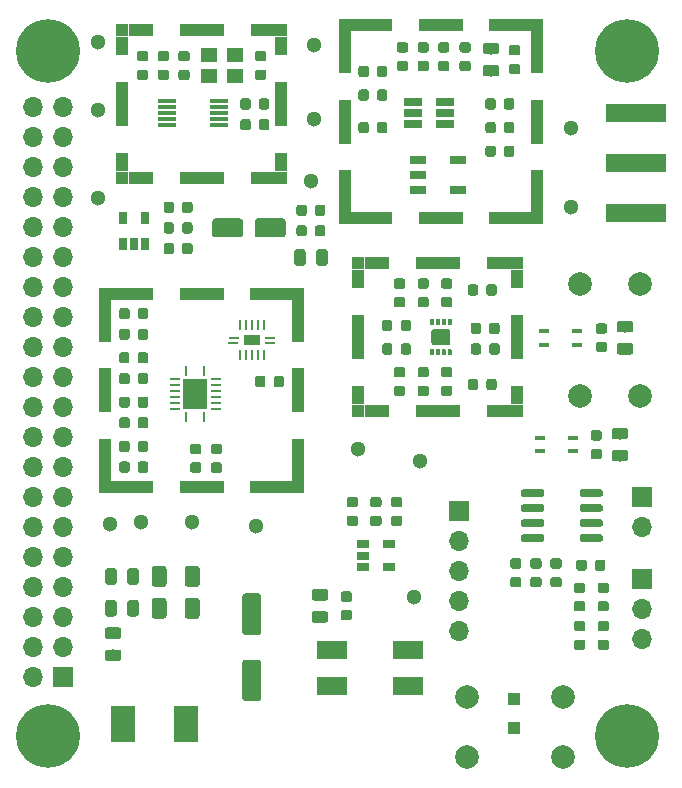
<source format=gts>
G04 #@! TF.GenerationSoftware,KiCad,Pcbnew,(5.1.4)-1*
G04 #@! TF.CreationDate,2019-12-12T20:12:38+01:00*
G04 #@! TF.ProjectId,rf-receiver,72662d72-6563-4656-9976-65722e6b6963,Rev 2*
G04 #@! TF.SameCoordinates,Original*
G04 #@! TF.FileFunction,Soldermask,Top*
G04 #@! TF.FilePolarity,Negative*
%FSLAX46Y46*%
G04 Gerber Fmt 4.6, Leading zero omitted, Abs format (unit mm)*
G04 Created by KiCad (PCBNEW (5.1.4)-1) date 2019-12-12 20:12:38*
%MOMM*%
%LPD*%
G04 APERTURE LIST*
%ADD10C,2.000000*%
%ADD11C,0.100000*%
%ADD12C,0.875000*%
%ADD13R,1.000000X1.000000*%
%ADD14C,1.300000*%
%ADD15C,0.600000*%
%ADD16C,0.975000*%
%ADD17O,1.700000X1.700000*%
%ADD18R,1.700000X1.700000*%
%ADD19C,1.250000*%
%ADD20R,2.000000X3.100000*%
%ADD21R,0.900000X0.400000*%
%ADD22C,1.600000*%
%ADD23R,0.850000X0.280000*%
%ADD24R,0.280000X0.850000*%
%ADD25R,2.050000X2.550000*%
%ADD26R,0.240000X0.900000*%
%ADD27R,0.900000X0.240000*%
%ADD28R,1.400000X0.900000*%
%ADD29R,2.500000X1.500000*%
%ADD30R,2.130000X1.000000*%
%ADD31R,3.800000X1.000000*%
%ADD32R,1.000000X1.650000*%
%ADD33R,1.000000X3.800000*%
%ADD34R,1.000000X3.550000*%
%ADD35R,3.550000X1.000000*%
%ADD36C,0.350000*%
%ADD37C,1.400000*%
%ADD38R,1.400000X1.200000*%
%ADD39R,0.650000X1.060000*%
%ADD40R,1.550000X0.400000*%
%ADD41C,5.400000*%
%ADD42R,5.080000X1.500000*%
%ADD43R,1.060000X0.650000*%
%ADD44R,1.560000X0.650000*%
%ADD45R,1.400000X0.760000*%
G04 APERTURE END LIST*
D10*
X122600000Y-121080000D03*
X122600000Y-116000000D03*
X129130000Y-90500000D03*
X124050000Y-90500000D03*
X129080000Y-81000000D03*
X124000000Y-81000000D03*
X114500000Y-121080000D03*
X114500000Y-116000000D03*
D11*
G36*
X116777691Y-89026053D02*
G01*
X116798926Y-89029203D01*
X116819750Y-89034419D01*
X116839962Y-89041651D01*
X116859368Y-89050830D01*
X116877781Y-89061866D01*
X116895024Y-89074654D01*
X116910930Y-89089070D01*
X116925346Y-89104976D01*
X116938134Y-89122219D01*
X116949170Y-89140632D01*
X116958349Y-89160038D01*
X116965581Y-89180250D01*
X116970797Y-89201074D01*
X116973947Y-89222309D01*
X116975000Y-89243750D01*
X116975000Y-89756250D01*
X116973947Y-89777691D01*
X116970797Y-89798926D01*
X116965581Y-89819750D01*
X116958349Y-89839962D01*
X116949170Y-89859368D01*
X116938134Y-89877781D01*
X116925346Y-89895024D01*
X116910930Y-89910930D01*
X116895024Y-89925346D01*
X116877781Y-89938134D01*
X116859368Y-89949170D01*
X116839962Y-89958349D01*
X116819750Y-89965581D01*
X116798926Y-89970797D01*
X116777691Y-89973947D01*
X116756250Y-89975000D01*
X116318750Y-89975000D01*
X116297309Y-89973947D01*
X116276074Y-89970797D01*
X116255250Y-89965581D01*
X116235038Y-89958349D01*
X116215632Y-89949170D01*
X116197219Y-89938134D01*
X116179976Y-89925346D01*
X116164070Y-89910930D01*
X116149654Y-89895024D01*
X116136866Y-89877781D01*
X116125830Y-89859368D01*
X116116651Y-89839962D01*
X116109419Y-89819750D01*
X116104203Y-89798926D01*
X116101053Y-89777691D01*
X116100000Y-89756250D01*
X116100000Y-89243750D01*
X116101053Y-89222309D01*
X116104203Y-89201074D01*
X116109419Y-89180250D01*
X116116651Y-89160038D01*
X116125830Y-89140632D01*
X116136866Y-89122219D01*
X116149654Y-89104976D01*
X116164070Y-89089070D01*
X116179976Y-89074654D01*
X116197219Y-89061866D01*
X116215632Y-89050830D01*
X116235038Y-89041651D01*
X116255250Y-89034419D01*
X116276074Y-89029203D01*
X116297309Y-89026053D01*
X116318750Y-89025000D01*
X116756250Y-89025000D01*
X116777691Y-89026053D01*
X116777691Y-89026053D01*
G37*
D12*
X116537500Y-89500000D03*
D11*
G36*
X115202691Y-89026053D02*
G01*
X115223926Y-89029203D01*
X115244750Y-89034419D01*
X115264962Y-89041651D01*
X115284368Y-89050830D01*
X115302781Y-89061866D01*
X115320024Y-89074654D01*
X115335930Y-89089070D01*
X115350346Y-89104976D01*
X115363134Y-89122219D01*
X115374170Y-89140632D01*
X115383349Y-89160038D01*
X115390581Y-89180250D01*
X115395797Y-89201074D01*
X115398947Y-89222309D01*
X115400000Y-89243750D01*
X115400000Y-89756250D01*
X115398947Y-89777691D01*
X115395797Y-89798926D01*
X115390581Y-89819750D01*
X115383349Y-89839962D01*
X115374170Y-89859368D01*
X115363134Y-89877781D01*
X115350346Y-89895024D01*
X115335930Y-89910930D01*
X115320024Y-89925346D01*
X115302781Y-89938134D01*
X115284368Y-89949170D01*
X115264962Y-89958349D01*
X115244750Y-89965581D01*
X115223926Y-89970797D01*
X115202691Y-89973947D01*
X115181250Y-89975000D01*
X114743750Y-89975000D01*
X114722309Y-89973947D01*
X114701074Y-89970797D01*
X114680250Y-89965581D01*
X114660038Y-89958349D01*
X114640632Y-89949170D01*
X114622219Y-89938134D01*
X114604976Y-89925346D01*
X114589070Y-89910930D01*
X114574654Y-89895024D01*
X114561866Y-89877781D01*
X114550830Y-89859368D01*
X114541651Y-89839962D01*
X114534419Y-89819750D01*
X114529203Y-89798926D01*
X114526053Y-89777691D01*
X114525000Y-89756250D01*
X114525000Y-89243750D01*
X114526053Y-89222309D01*
X114529203Y-89201074D01*
X114534419Y-89180250D01*
X114541651Y-89160038D01*
X114550830Y-89140632D01*
X114561866Y-89122219D01*
X114574654Y-89104976D01*
X114589070Y-89089070D01*
X114604976Y-89074654D01*
X114622219Y-89061866D01*
X114640632Y-89050830D01*
X114660038Y-89041651D01*
X114680250Y-89034419D01*
X114701074Y-89029203D01*
X114722309Y-89026053D01*
X114743750Y-89025000D01*
X115181250Y-89025000D01*
X115202691Y-89026053D01*
X115202691Y-89026053D01*
G37*
D12*
X114962500Y-89500000D03*
D13*
X118450000Y-118600000D03*
X118450000Y-116100000D03*
D14*
X83250000Y-73750000D03*
X83250000Y-66250000D03*
X83250000Y-60500000D03*
X110000000Y-107500000D03*
X105250000Y-95000000D03*
X110500000Y-96000000D03*
X91200000Y-101150000D03*
X86900000Y-101150000D03*
X101500000Y-60750000D03*
X101250000Y-72250000D03*
X96600000Y-101500000D03*
X123250000Y-74500000D03*
X123250000Y-67750000D03*
X101500000Y-67000000D03*
X84250000Y-101300000D03*
D11*
G36*
X125814703Y-98395722D02*
G01*
X125829264Y-98397882D01*
X125843543Y-98401459D01*
X125857403Y-98406418D01*
X125870710Y-98412712D01*
X125883336Y-98420280D01*
X125895159Y-98429048D01*
X125906066Y-98438934D01*
X125915952Y-98449841D01*
X125924720Y-98461664D01*
X125932288Y-98474290D01*
X125938582Y-98487597D01*
X125943541Y-98501457D01*
X125947118Y-98515736D01*
X125949278Y-98530297D01*
X125950000Y-98545000D01*
X125950000Y-98845000D01*
X125949278Y-98859703D01*
X125947118Y-98874264D01*
X125943541Y-98888543D01*
X125938582Y-98902403D01*
X125932288Y-98915710D01*
X125924720Y-98928336D01*
X125915952Y-98940159D01*
X125906066Y-98951066D01*
X125895159Y-98960952D01*
X125883336Y-98969720D01*
X125870710Y-98977288D01*
X125857403Y-98983582D01*
X125843543Y-98988541D01*
X125829264Y-98992118D01*
X125814703Y-98994278D01*
X125800000Y-98995000D01*
X124150000Y-98995000D01*
X124135297Y-98994278D01*
X124120736Y-98992118D01*
X124106457Y-98988541D01*
X124092597Y-98983582D01*
X124079290Y-98977288D01*
X124066664Y-98969720D01*
X124054841Y-98960952D01*
X124043934Y-98951066D01*
X124034048Y-98940159D01*
X124025280Y-98928336D01*
X124017712Y-98915710D01*
X124011418Y-98902403D01*
X124006459Y-98888543D01*
X124002882Y-98874264D01*
X124000722Y-98859703D01*
X124000000Y-98845000D01*
X124000000Y-98545000D01*
X124000722Y-98530297D01*
X124002882Y-98515736D01*
X124006459Y-98501457D01*
X124011418Y-98487597D01*
X124017712Y-98474290D01*
X124025280Y-98461664D01*
X124034048Y-98449841D01*
X124043934Y-98438934D01*
X124054841Y-98429048D01*
X124066664Y-98420280D01*
X124079290Y-98412712D01*
X124092597Y-98406418D01*
X124106457Y-98401459D01*
X124120736Y-98397882D01*
X124135297Y-98395722D01*
X124150000Y-98395000D01*
X125800000Y-98395000D01*
X125814703Y-98395722D01*
X125814703Y-98395722D01*
G37*
D15*
X124975000Y-98695000D03*
D11*
G36*
X125814703Y-99665722D02*
G01*
X125829264Y-99667882D01*
X125843543Y-99671459D01*
X125857403Y-99676418D01*
X125870710Y-99682712D01*
X125883336Y-99690280D01*
X125895159Y-99699048D01*
X125906066Y-99708934D01*
X125915952Y-99719841D01*
X125924720Y-99731664D01*
X125932288Y-99744290D01*
X125938582Y-99757597D01*
X125943541Y-99771457D01*
X125947118Y-99785736D01*
X125949278Y-99800297D01*
X125950000Y-99815000D01*
X125950000Y-100115000D01*
X125949278Y-100129703D01*
X125947118Y-100144264D01*
X125943541Y-100158543D01*
X125938582Y-100172403D01*
X125932288Y-100185710D01*
X125924720Y-100198336D01*
X125915952Y-100210159D01*
X125906066Y-100221066D01*
X125895159Y-100230952D01*
X125883336Y-100239720D01*
X125870710Y-100247288D01*
X125857403Y-100253582D01*
X125843543Y-100258541D01*
X125829264Y-100262118D01*
X125814703Y-100264278D01*
X125800000Y-100265000D01*
X124150000Y-100265000D01*
X124135297Y-100264278D01*
X124120736Y-100262118D01*
X124106457Y-100258541D01*
X124092597Y-100253582D01*
X124079290Y-100247288D01*
X124066664Y-100239720D01*
X124054841Y-100230952D01*
X124043934Y-100221066D01*
X124034048Y-100210159D01*
X124025280Y-100198336D01*
X124017712Y-100185710D01*
X124011418Y-100172403D01*
X124006459Y-100158543D01*
X124002882Y-100144264D01*
X124000722Y-100129703D01*
X124000000Y-100115000D01*
X124000000Y-99815000D01*
X124000722Y-99800297D01*
X124002882Y-99785736D01*
X124006459Y-99771457D01*
X124011418Y-99757597D01*
X124017712Y-99744290D01*
X124025280Y-99731664D01*
X124034048Y-99719841D01*
X124043934Y-99708934D01*
X124054841Y-99699048D01*
X124066664Y-99690280D01*
X124079290Y-99682712D01*
X124092597Y-99676418D01*
X124106457Y-99671459D01*
X124120736Y-99667882D01*
X124135297Y-99665722D01*
X124150000Y-99665000D01*
X125800000Y-99665000D01*
X125814703Y-99665722D01*
X125814703Y-99665722D01*
G37*
D15*
X124975000Y-99965000D03*
D11*
G36*
X125814703Y-100935722D02*
G01*
X125829264Y-100937882D01*
X125843543Y-100941459D01*
X125857403Y-100946418D01*
X125870710Y-100952712D01*
X125883336Y-100960280D01*
X125895159Y-100969048D01*
X125906066Y-100978934D01*
X125915952Y-100989841D01*
X125924720Y-101001664D01*
X125932288Y-101014290D01*
X125938582Y-101027597D01*
X125943541Y-101041457D01*
X125947118Y-101055736D01*
X125949278Y-101070297D01*
X125950000Y-101085000D01*
X125950000Y-101385000D01*
X125949278Y-101399703D01*
X125947118Y-101414264D01*
X125943541Y-101428543D01*
X125938582Y-101442403D01*
X125932288Y-101455710D01*
X125924720Y-101468336D01*
X125915952Y-101480159D01*
X125906066Y-101491066D01*
X125895159Y-101500952D01*
X125883336Y-101509720D01*
X125870710Y-101517288D01*
X125857403Y-101523582D01*
X125843543Y-101528541D01*
X125829264Y-101532118D01*
X125814703Y-101534278D01*
X125800000Y-101535000D01*
X124150000Y-101535000D01*
X124135297Y-101534278D01*
X124120736Y-101532118D01*
X124106457Y-101528541D01*
X124092597Y-101523582D01*
X124079290Y-101517288D01*
X124066664Y-101509720D01*
X124054841Y-101500952D01*
X124043934Y-101491066D01*
X124034048Y-101480159D01*
X124025280Y-101468336D01*
X124017712Y-101455710D01*
X124011418Y-101442403D01*
X124006459Y-101428543D01*
X124002882Y-101414264D01*
X124000722Y-101399703D01*
X124000000Y-101385000D01*
X124000000Y-101085000D01*
X124000722Y-101070297D01*
X124002882Y-101055736D01*
X124006459Y-101041457D01*
X124011418Y-101027597D01*
X124017712Y-101014290D01*
X124025280Y-101001664D01*
X124034048Y-100989841D01*
X124043934Y-100978934D01*
X124054841Y-100969048D01*
X124066664Y-100960280D01*
X124079290Y-100952712D01*
X124092597Y-100946418D01*
X124106457Y-100941459D01*
X124120736Y-100937882D01*
X124135297Y-100935722D01*
X124150000Y-100935000D01*
X125800000Y-100935000D01*
X125814703Y-100935722D01*
X125814703Y-100935722D01*
G37*
D15*
X124975000Y-101235000D03*
D11*
G36*
X125814703Y-102205722D02*
G01*
X125829264Y-102207882D01*
X125843543Y-102211459D01*
X125857403Y-102216418D01*
X125870710Y-102222712D01*
X125883336Y-102230280D01*
X125895159Y-102239048D01*
X125906066Y-102248934D01*
X125915952Y-102259841D01*
X125924720Y-102271664D01*
X125932288Y-102284290D01*
X125938582Y-102297597D01*
X125943541Y-102311457D01*
X125947118Y-102325736D01*
X125949278Y-102340297D01*
X125950000Y-102355000D01*
X125950000Y-102655000D01*
X125949278Y-102669703D01*
X125947118Y-102684264D01*
X125943541Y-102698543D01*
X125938582Y-102712403D01*
X125932288Y-102725710D01*
X125924720Y-102738336D01*
X125915952Y-102750159D01*
X125906066Y-102761066D01*
X125895159Y-102770952D01*
X125883336Y-102779720D01*
X125870710Y-102787288D01*
X125857403Y-102793582D01*
X125843543Y-102798541D01*
X125829264Y-102802118D01*
X125814703Y-102804278D01*
X125800000Y-102805000D01*
X124150000Y-102805000D01*
X124135297Y-102804278D01*
X124120736Y-102802118D01*
X124106457Y-102798541D01*
X124092597Y-102793582D01*
X124079290Y-102787288D01*
X124066664Y-102779720D01*
X124054841Y-102770952D01*
X124043934Y-102761066D01*
X124034048Y-102750159D01*
X124025280Y-102738336D01*
X124017712Y-102725710D01*
X124011418Y-102712403D01*
X124006459Y-102698543D01*
X124002882Y-102684264D01*
X124000722Y-102669703D01*
X124000000Y-102655000D01*
X124000000Y-102355000D01*
X124000722Y-102340297D01*
X124002882Y-102325736D01*
X124006459Y-102311457D01*
X124011418Y-102297597D01*
X124017712Y-102284290D01*
X124025280Y-102271664D01*
X124034048Y-102259841D01*
X124043934Y-102248934D01*
X124054841Y-102239048D01*
X124066664Y-102230280D01*
X124079290Y-102222712D01*
X124092597Y-102216418D01*
X124106457Y-102211459D01*
X124120736Y-102207882D01*
X124135297Y-102205722D01*
X124150000Y-102205000D01*
X125800000Y-102205000D01*
X125814703Y-102205722D01*
X125814703Y-102205722D01*
G37*
D15*
X124975000Y-102505000D03*
D11*
G36*
X120864703Y-102205722D02*
G01*
X120879264Y-102207882D01*
X120893543Y-102211459D01*
X120907403Y-102216418D01*
X120920710Y-102222712D01*
X120933336Y-102230280D01*
X120945159Y-102239048D01*
X120956066Y-102248934D01*
X120965952Y-102259841D01*
X120974720Y-102271664D01*
X120982288Y-102284290D01*
X120988582Y-102297597D01*
X120993541Y-102311457D01*
X120997118Y-102325736D01*
X120999278Y-102340297D01*
X121000000Y-102355000D01*
X121000000Y-102655000D01*
X120999278Y-102669703D01*
X120997118Y-102684264D01*
X120993541Y-102698543D01*
X120988582Y-102712403D01*
X120982288Y-102725710D01*
X120974720Y-102738336D01*
X120965952Y-102750159D01*
X120956066Y-102761066D01*
X120945159Y-102770952D01*
X120933336Y-102779720D01*
X120920710Y-102787288D01*
X120907403Y-102793582D01*
X120893543Y-102798541D01*
X120879264Y-102802118D01*
X120864703Y-102804278D01*
X120850000Y-102805000D01*
X119200000Y-102805000D01*
X119185297Y-102804278D01*
X119170736Y-102802118D01*
X119156457Y-102798541D01*
X119142597Y-102793582D01*
X119129290Y-102787288D01*
X119116664Y-102779720D01*
X119104841Y-102770952D01*
X119093934Y-102761066D01*
X119084048Y-102750159D01*
X119075280Y-102738336D01*
X119067712Y-102725710D01*
X119061418Y-102712403D01*
X119056459Y-102698543D01*
X119052882Y-102684264D01*
X119050722Y-102669703D01*
X119050000Y-102655000D01*
X119050000Y-102355000D01*
X119050722Y-102340297D01*
X119052882Y-102325736D01*
X119056459Y-102311457D01*
X119061418Y-102297597D01*
X119067712Y-102284290D01*
X119075280Y-102271664D01*
X119084048Y-102259841D01*
X119093934Y-102248934D01*
X119104841Y-102239048D01*
X119116664Y-102230280D01*
X119129290Y-102222712D01*
X119142597Y-102216418D01*
X119156457Y-102211459D01*
X119170736Y-102207882D01*
X119185297Y-102205722D01*
X119200000Y-102205000D01*
X120850000Y-102205000D01*
X120864703Y-102205722D01*
X120864703Y-102205722D01*
G37*
D15*
X120025000Y-102505000D03*
D11*
G36*
X120864703Y-100935722D02*
G01*
X120879264Y-100937882D01*
X120893543Y-100941459D01*
X120907403Y-100946418D01*
X120920710Y-100952712D01*
X120933336Y-100960280D01*
X120945159Y-100969048D01*
X120956066Y-100978934D01*
X120965952Y-100989841D01*
X120974720Y-101001664D01*
X120982288Y-101014290D01*
X120988582Y-101027597D01*
X120993541Y-101041457D01*
X120997118Y-101055736D01*
X120999278Y-101070297D01*
X121000000Y-101085000D01*
X121000000Y-101385000D01*
X120999278Y-101399703D01*
X120997118Y-101414264D01*
X120993541Y-101428543D01*
X120988582Y-101442403D01*
X120982288Y-101455710D01*
X120974720Y-101468336D01*
X120965952Y-101480159D01*
X120956066Y-101491066D01*
X120945159Y-101500952D01*
X120933336Y-101509720D01*
X120920710Y-101517288D01*
X120907403Y-101523582D01*
X120893543Y-101528541D01*
X120879264Y-101532118D01*
X120864703Y-101534278D01*
X120850000Y-101535000D01*
X119200000Y-101535000D01*
X119185297Y-101534278D01*
X119170736Y-101532118D01*
X119156457Y-101528541D01*
X119142597Y-101523582D01*
X119129290Y-101517288D01*
X119116664Y-101509720D01*
X119104841Y-101500952D01*
X119093934Y-101491066D01*
X119084048Y-101480159D01*
X119075280Y-101468336D01*
X119067712Y-101455710D01*
X119061418Y-101442403D01*
X119056459Y-101428543D01*
X119052882Y-101414264D01*
X119050722Y-101399703D01*
X119050000Y-101385000D01*
X119050000Y-101085000D01*
X119050722Y-101070297D01*
X119052882Y-101055736D01*
X119056459Y-101041457D01*
X119061418Y-101027597D01*
X119067712Y-101014290D01*
X119075280Y-101001664D01*
X119084048Y-100989841D01*
X119093934Y-100978934D01*
X119104841Y-100969048D01*
X119116664Y-100960280D01*
X119129290Y-100952712D01*
X119142597Y-100946418D01*
X119156457Y-100941459D01*
X119170736Y-100937882D01*
X119185297Y-100935722D01*
X119200000Y-100935000D01*
X120850000Y-100935000D01*
X120864703Y-100935722D01*
X120864703Y-100935722D01*
G37*
D15*
X120025000Y-101235000D03*
D11*
G36*
X120864703Y-99665722D02*
G01*
X120879264Y-99667882D01*
X120893543Y-99671459D01*
X120907403Y-99676418D01*
X120920710Y-99682712D01*
X120933336Y-99690280D01*
X120945159Y-99699048D01*
X120956066Y-99708934D01*
X120965952Y-99719841D01*
X120974720Y-99731664D01*
X120982288Y-99744290D01*
X120988582Y-99757597D01*
X120993541Y-99771457D01*
X120997118Y-99785736D01*
X120999278Y-99800297D01*
X121000000Y-99815000D01*
X121000000Y-100115000D01*
X120999278Y-100129703D01*
X120997118Y-100144264D01*
X120993541Y-100158543D01*
X120988582Y-100172403D01*
X120982288Y-100185710D01*
X120974720Y-100198336D01*
X120965952Y-100210159D01*
X120956066Y-100221066D01*
X120945159Y-100230952D01*
X120933336Y-100239720D01*
X120920710Y-100247288D01*
X120907403Y-100253582D01*
X120893543Y-100258541D01*
X120879264Y-100262118D01*
X120864703Y-100264278D01*
X120850000Y-100265000D01*
X119200000Y-100265000D01*
X119185297Y-100264278D01*
X119170736Y-100262118D01*
X119156457Y-100258541D01*
X119142597Y-100253582D01*
X119129290Y-100247288D01*
X119116664Y-100239720D01*
X119104841Y-100230952D01*
X119093934Y-100221066D01*
X119084048Y-100210159D01*
X119075280Y-100198336D01*
X119067712Y-100185710D01*
X119061418Y-100172403D01*
X119056459Y-100158543D01*
X119052882Y-100144264D01*
X119050722Y-100129703D01*
X119050000Y-100115000D01*
X119050000Y-99815000D01*
X119050722Y-99800297D01*
X119052882Y-99785736D01*
X119056459Y-99771457D01*
X119061418Y-99757597D01*
X119067712Y-99744290D01*
X119075280Y-99731664D01*
X119084048Y-99719841D01*
X119093934Y-99708934D01*
X119104841Y-99699048D01*
X119116664Y-99690280D01*
X119129290Y-99682712D01*
X119142597Y-99676418D01*
X119156457Y-99671459D01*
X119170736Y-99667882D01*
X119185297Y-99665722D01*
X119200000Y-99665000D01*
X120850000Y-99665000D01*
X120864703Y-99665722D01*
X120864703Y-99665722D01*
G37*
D15*
X120025000Y-99965000D03*
D11*
G36*
X120864703Y-98395722D02*
G01*
X120879264Y-98397882D01*
X120893543Y-98401459D01*
X120907403Y-98406418D01*
X120920710Y-98412712D01*
X120933336Y-98420280D01*
X120945159Y-98429048D01*
X120956066Y-98438934D01*
X120965952Y-98449841D01*
X120974720Y-98461664D01*
X120982288Y-98474290D01*
X120988582Y-98487597D01*
X120993541Y-98501457D01*
X120997118Y-98515736D01*
X120999278Y-98530297D01*
X121000000Y-98545000D01*
X121000000Y-98845000D01*
X120999278Y-98859703D01*
X120997118Y-98874264D01*
X120993541Y-98888543D01*
X120988582Y-98902403D01*
X120982288Y-98915710D01*
X120974720Y-98928336D01*
X120965952Y-98940159D01*
X120956066Y-98951066D01*
X120945159Y-98960952D01*
X120933336Y-98969720D01*
X120920710Y-98977288D01*
X120907403Y-98983582D01*
X120893543Y-98988541D01*
X120879264Y-98992118D01*
X120864703Y-98994278D01*
X120850000Y-98995000D01*
X119200000Y-98995000D01*
X119185297Y-98994278D01*
X119170736Y-98992118D01*
X119156457Y-98988541D01*
X119142597Y-98983582D01*
X119129290Y-98977288D01*
X119116664Y-98969720D01*
X119104841Y-98960952D01*
X119093934Y-98951066D01*
X119084048Y-98940159D01*
X119075280Y-98928336D01*
X119067712Y-98915710D01*
X119061418Y-98902403D01*
X119056459Y-98888543D01*
X119052882Y-98874264D01*
X119050722Y-98859703D01*
X119050000Y-98845000D01*
X119050000Y-98545000D01*
X119050722Y-98530297D01*
X119052882Y-98515736D01*
X119056459Y-98501457D01*
X119061418Y-98487597D01*
X119067712Y-98474290D01*
X119075280Y-98461664D01*
X119084048Y-98449841D01*
X119093934Y-98438934D01*
X119104841Y-98429048D01*
X119116664Y-98420280D01*
X119129290Y-98412712D01*
X119142597Y-98406418D01*
X119156457Y-98401459D01*
X119170736Y-98397882D01*
X119185297Y-98395722D01*
X119200000Y-98395000D01*
X120850000Y-98395000D01*
X120864703Y-98395722D01*
X120864703Y-98395722D01*
G37*
D15*
X120025000Y-98695000D03*
D11*
G36*
X86455142Y-107751174D02*
G01*
X86478803Y-107754684D01*
X86502007Y-107760496D01*
X86524529Y-107768554D01*
X86546153Y-107778782D01*
X86566670Y-107791079D01*
X86585883Y-107805329D01*
X86603607Y-107821393D01*
X86619671Y-107839117D01*
X86633921Y-107858330D01*
X86646218Y-107878847D01*
X86656446Y-107900471D01*
X86664504Y-107922993D01*
X86670316Y-107946197D01*
X86673826Y-107969858D01*
X86675000Y-107993750D01*
X86675000Y-108906250D01*
X86673826Y-108930142D01*
X86670316Y-108953803D01*
X86664504Y-108977007D01*
X86656446Y-108999529D01*
X86646218Y-109021153D01*
X86633921Y-109041670D01*
X86619671Y-109060883D01*
X86603607Y-109078607D01*
X86585883Y-109094671D01*
X86566670Y-109108921D01*
X86546153Y-109121218D01*
X86524529Y-109131446D01*
X86502007Y-109139504D01*
X86478803Y-109145316D01*
X86455142Y-109148826D01*
X86431250Y-109150000D01*
X85943750Y-109150000D01*
X85919858Y-109148826D01*
X85896197Y-109145316D01*
X85872993Y-109139504D01*
X85850471Y-109131446D01*
X85828847Y-109121218D01*
X85808330Y-109108921D01*
X85789117Y-109094671D01*
X85771393Y-109078607D01*
X85755329Y-109060883D01*
X85741079Y-109041670D01*
X85728782Y-109021153D01*
X85718554Y-108999529D01*
X85710496Y-108977007D01*
X85704684Y-108953803D01*
X85701174Y-108930142D01*
X85700000Y-108906250D01*
X85700000Y-107993750D01*
X85701174Y-107969858D01*
X85704684Y-107946197D01*
X85710496Y-107922993D01*
X85718554Y-107900471D01*
X85728782Y-107878847D01*
X85741079Y-107858330D01*
X85755329Y-107839117D01*
X85771393Y-107821393D01*
X85789117Y-107805329D01*
X85808330Y-107791079D01*
X85828847Y-107778782D01*
X85850471Y-107768554D01*
X85872993Y-107760496D01*
X85896197Y-107754684D01*
X85919858Y-107751174D01*
X85943750Y-107750000D01*
X86431250Y-107750000D01*
X86455142Y-107751174D01*
X86455142Y-107751174D01*
G37*
D16*
X86187500Y-108450000D03*
D11*
G36*
X84580142Y-107751174D02*
G01*
X84603803Y-107754684D01*
X84627007Y-107760496D01*
X84649529Y-107768554D01*
X84671153Y-107778782D01*
X84691670Y-107791079D01*
X84710883Y-107805329D01*
X84728607Y-107821393D01*
X84744671Y-107839117D01*
X84758921Y-107858330D01*
X84771218Y-107878847D01*
X84781446Y-107900471D01*
X84789504Y-107922993D01*
X84795316Y-107946197D01*
X84798826Y-107969858D01*
X84800000Y-107993750D01*
X84800000Y-108906250D01*
X84798826Y-108930142D01*
X84795316Y-108953803D01*
X84789504Y-108977007D01*
X84781446Y-108999529D01*
X84771218Y-109021153D01*
X84758921Y-109041670D01*
X84744671Y-109060883D01*
X84728607Y-109078607D01*
X84710883Y-109094671D01*
X84691670Y-109108921D01*
X84671153Y-109121218D01*
X84649529Y-109131446D01*
X84627007Y-109139504D01*
X84603803Y-109145316D01*
X84580142Y-109148826D01*
X84556250Y-109150000D01*
X84068750Y-109150000D01*
X84044858Y-109148826D01*
X84021197Y-109145316D01*
X83997993Y-109139504D01*
X83975471Y-109131446D01*
X83953847Y-109121218D01*
X83933330Y-109108921D01*
X83914117Y-109094671D01*
X83896393Y-109078607D01*
X83880329Y-109060883D01*
X83866079Y-109041670D01*
X83853782Y-109021153D01*
X83843554Y-108999529D01*
X83835496Y-108977007D01*
X83829684Y-108953803D01*
X83826174Y-108930142D01*
X83825000Y-108906250D01*
X83825000Y-107993750D01*
X83826174Y-107969858D01*
X83829684Y-107946197D01*
X83835496Y-107922993D01*
X83843554Y-107900471D01*
X83853782Y-107878847D01*
X83866079Y-107858330D01*
X83880329Y-107839117D01*
X83896393Y-107821393D01*
X83914117Y-107805329D01*
X83933330Y-107791079D01*
X83953847Y-107778782D01*
X83975471Y-107768554D01*
X83997993Y-107760496D01*
X84021197Y-107754684D01*
X84044858Y-107751174D01*
X84068750Y-107750000D01*
X84556250Y-107750000D01*
X84580142Y-107751174D01*
X84580142Y-107751174D01*
G37*
D16*
X84312500Y-108450000D03*
D11*
G36*
X118877691Y-104226053D02*
G01*
X118898926Y-104229203D01*
X118919750Y-104234419D01*
X118939962Y-104241651D01*
X118959368Y-104250830D01*
X118977781Y-104261866D01*
X118995024Y-104274654D01*
X119010930Y-104289070D01*
X119025346Y-104304976D01*
X119038134Y-104322219D01*
X119049170Y-104340632D01*
X119058349Y-104360038D01*
X119065581Y-104380250D01*
X119070797Y-104401074D01*
X119073947Y-104422309D01*
X119075000Y-104443750D01*
X119075000Y-104881250D01*
X119073947Y-104902691D01*
X119070797Y-104923926D01*
X119065581Y-104944750D01*
X119058349Y-104964962D01*
X119049170Y-104984368D01*
X119038134Y-105002781D01*
X119025346Y-105020024D01*
X119010930Y-105035930D01*
X118995024Y-105050346D01*
X118977781Y-105063134D01*
X118959368Y-105074170D01*
X118939962Y-105083349D01*
X118919750Y-105090581D01*
X118898926Y-105095797D01*
X118877691Y-105098947D01*
X118856250Y-105100000D01*
X118343750Y-105100000D01*
X118322309Y-105098947D01*
X118301074Y-105095797D01*
X118280250Y-105090581D01*
X118260038Y-105083349D01*
X118240632Y-105074170D01*
X118222219Y-105063134D01*
X118204976Y-105050346D01*
X118189070Y-105035930D01*
X118174654Y-105020024D01*
X118161866Y-105002781D01*
X118150830Y-104984368D01*
X118141651Y-104964962D01*
X118134419Y-104944750D01*
X118129203Y-104923926D01*
X118126053Y-104902691D01*
X118125000Y-104881250D01*
X118125000Y-104443750D01*
X118126053Y-104422309D01*
X118129203Y-104401074D01*
X118134419Y-104380250D01*
X118141651Y-104360038D01*
X118150830Y-104340632D01*
X118161866Y-104322219D01*
X118174654Y-104304976D01*
X118189070Y-104289070D01*
X118204976Y-104274654D01*
X118222219Y-104261866D01*
X118240632Y-104250830D01*
X118260038Y-104241651D01*
X118280250Y-104234419D01*
X118301074Y-104229203D01*
X118322309Y-104226053D01*
X118343750Y-104225000D01*
X118856250Y-104225000D01*
X118877691Y-104226053D01*
X118877691Y-104226053D01*
G37*
D12*
X118600000Y-104662500D03*
D11*
G36*
X118877691Y-105801053D02*
G01*
X118898926Y-105804203D01*
X118919750Y-105809419D01*
X118939962Y-105816651D01*
X118959368Y-105825830D01*
X118977781Y-105836866D01*
X118995024Y-105849654D01*
X119010930Y-105864070D01*
X119025346Y-105879976D01*
X119038134Y-105897219D01*
X119049170Y-105915632D01*
X119058349Y-105935038D01*
X119065581Y-105955250D01*
X119070797Y-105976074D01*
X119073947Y-105997309D01*
X119075000Y-106018750D01*
X119075000Y-106456250D01*
X119073947Y-106477691D01*
X119070797Y-106498926D01*
X119065581Y-106519750D01*
X119058349Y-106539962D01*
X119049170Y-106559368D01*
X119038134Y-106577781D01*
X119025346Y-106595024D01*
X119010930Y-106610930D01*
X118995024Y-106625346D01*
X118977781Y-106638134D01*
X118959368Y-106649170D01*
X118939962Y-106658349D01*
X118919750Y-106665581D01*
X118898926Y-106670797D01*
X118877691Y-106673947D01*
X118856250Y-106675000D01*
X118343750Y-106675000D01*
X118322309Y-106673947D01*
X118301074Y-106670797D01*
X118280250Y-106665581D01*
X118260038Y-106658349D01*
X118240632Y-106649170D01*
X118222219Y-106638134D01*
X118204976Y-106625346D01*
X118189070Y-106610930D01*
X118174654Y-106595024D01*
X118161866Y-106577781D01*
X118150830Y-106559368D01*
X118141651Y-106539962D01*
X118134419Y-106519750D01*
X118129203Y-106498926D01*
X118126053Y-106477691D01*
X118125000Y-106456250D01*
X118125000Y-106018750D01*
X118126053Y-105997309D01*
X118129203Y-105976074D01*
X118134419Y-105955250D01*
X118141651Y-105935038D01*
X118150830Y-105915632D01*
X118161866Y-105897219D01*
X118174654Y-105879976D01*
X118189070Y-105864070D01*
X118204976Y-105849654D01*
X118222219Y-105836866D01*
X118240632Y-105825830D01*
X118260038Y-105816651D01*
X118280250Y-105809419D01*
X118301074Y-105804203D01*
X118322309Y-105801053D01*
X118343750Y-105800000D01*
X118856250Y-105800000D01*
X118877691Y-105801053D01*
X118877691Y-105801053D01*
G37*
D12*
X118600000Y-106237500D03*
D11*
G36*
X122277691Y-104226053D02*
G01*
X122298926Y-104229203D01*
X122319750Y-104234419D01*
X122339962Y-104241651D01*
X122359368Y-104250830D01*
X122377781Y-104261866D01*
X122395024Y-104274654D01*
X122410930Y-104289070D01*
X122425346Y-104304976D01*
X122438134Y-104322219D01*
X122449170Y-104340632D01*
X122458349Y-104360038D01*
X122465581Y-104380250D01*
X122470797Y-104401074D01*
X122473947Y-104422309D01*
X122475000Y-104443750D01*
X122475000Y-104881250D01*
X122473947Y-104902691D01*
X122470797Y-104923926D01*
X122465581Y-104944750D01*
X122458349Y-104964962D01*
X122449170Y-104984368D01*
X122438134Y-105002781D01*
X122425346Y-105020024D01*
X122410930Y-105035930D01*
X122395024Y-105050346D01*
X122377781Y-105063134D01*
X122359368Y-105074170D01*
X122339962Y-105083349D01*
X122319750Y-105090581D01*
X122298926Y-105095797D01*
X122277691Y-105098947D01*
X122256250Y-105100000D01*
X121743750Y-105100000D01*
X121722309Y-105098947D01*
X121701074Y-105095797D01*
X121680250Y-105090581D01*
X121660038Y-105083349D01*
X121640632Y-105074170D01*
X121622219Y-105063134D01*
X121604976Y-105050346D01*
X121589070Y-105035930D01*
X121574654Y-105020024D01*
X121561866Y-105002781D01*
X121550830Y-104984368D01*
X121541651Y-104964962D01*
X121534419Y-104944750D01*
X121529203Y-104923926D01*
X121526053Y-104902691D01*
X121525000Y-104881250D01*
X121525000Y-104443750D01*
X121526053Y-104422309D01*
X121529203Y-104401074D01*
X121534419Y-104380250D01*
X121541651Y-104360038D01*
X121550830Y-104340632D01*
X121561866Y-104322219D01*
X121574654Y-104304976D01*
X121589070Y-104289070D01*
X121604976Y-104274654D01*
X121622219Y-104261866D01*
X121640632Y-104250830D01*
X121660038Y-104241651D01*
X121680250Y-104234419D01*
X121701074Y-104229203D01*
X121722309Y-104226053D01*
X121743750Y-104225000D01*
X122256250Y-104225000D01*
X122277691Y-104226053D01*
X122277691Y-104226053D01*
G37*
D12*
X122000000Y-104662500D03*
D11*
G36*
X122277691Y-105801053D02*
G01*
X122298926Y-105804203D01*
X122319750Y-105809419D01*
X122339962Y-105816651D01*
X122359368Y-105825830D01*
X122377781Y-105836866D01*
X122395024Y-105849654D01*
X122410930Y-105864070D01*
X122425346Y-105879976D01*
X122438134Y-105897219D01*
X122449170Y-105915632D01*
X122458349Y-105935038D01*
X122465581Y-105955250D01*
X122470797Y-105976074D01*
X122473947Y-105997309D01*
X122475000Y-106018750D01*
X122475000Y-106456250D01*
X122473947Y-106477691D01*
X122470797Y-106498926D01*
X122465581Y-106519750D01*
X122458349Y-106539962D01*
X122449170Y-106559368D01*
X122438134Y-106577781D01*
X122425346Y-106595024D01*
X122410930Y-106610930D01*
X122395024Y-106625346D01*
X122377781Y-106638134D01*
X122359368Y-106649170D01*
X122339962Y-106658349D01*
X122319750Y-106665581D01*
X122298926Y-106670797D01*
X122277691Y-106673947D01*
X122256250Y-106675000D01*
X121743750Y-106675000D01*
X121722309Y-106673947D01*
X121701074Y-106670797D01*
X121680250Y-106665581D01*
X121660038Y-106658349D01*
X121640632Y-106649170D01*
X121622219Y-106638134D01*
X121604976Y-106625346D01*
X121589070Y-106610930D01*
X121574654Y-106595024D01*
X121561866Y-106577781D01*
X121550830Y-106559368D01*
X121541651Y-106539962D01*
X121534419Y-106519750D01*
X121529203Y-106498926D01*
X121526053Y-106477691D01*
X121525000Y-106456250D01*
X121525000Y-106018750D01*
X121526053Y-105997309D01*
X121529203Y-105976074D01*
X121534419Y-105955250D01*
X121541651Y-105935038D01*
X121550830Y-105915632D01*
X121561866Y-105897219D01*
X121574654Y-105879976D01*
X121589070Y-105864070D01*
X121604976Y-105849654D01*
X121622219Y-105836866D01*
X121640632Y-105825830D01*
X121660038Y-105816651D01*
X121680250Y-105809419D01*
X121701074Y-105804203D01*
X121722309Y-105801053D01*
X121743750Y-105800000D01*
X122256250Y-105800000D01*
X122277691Y-105801053D01*
X122277691Y-105801053D01*
G37*
D12*
X122000000Y-106237500D03*
D11*
G36*
X120577691Y-104226053D02*
G01*
X120598926Y-104229203D01*
X120619750Y-104234419D01*
X120639962Y-104241651D01*
X120659368Y-104250830D01*
X120677781Y-104261866D01*
X120695024Y-104274654D01*
X120710930Y-104289070D01*
X120725346Y-104304976D01*
X120738134Y-104322219D01*
X120749170Y-104340632D01*
X120758349Y-104360038D01*
X120765581Y-104380250D01*
X120770797Y-104401074D01*
X120773947Y-104422309D01*
X120775000Y-104443750D01*
X120775000Y-104881250D01*
X120773947Y-104902691D01*
X120770797Y-104923926D01*
X120765581Y-104944750D01*
X120758349Y-104964962D01*
X120749170Y-104984368D01*
X120738134Y-105002781D01*
X120725346Y-105020024D01*
X120710930Y-105035930D01*
X120695024Y-105050346D01*
X120677781Y-105063134D01*
X120659368Y-105074170D01*
X120639962Y-105083349D01*
X120619750Y-105090581D01*
X120598926Y-105095797D01*
X120577691Y-105098947D01*
X120556250Y-105100000D01*
X120043750Y-105100000D01*
X120022309Y-105098947D01*
X120001074Y-105095797D01*
X119980250Y-105090581D01*
X119960038Y-105083349D01*
X119940632Y-105074170D01*
X119922219Y-105063134D01*
X119904976Y-105050346D01*
X119889070Y-105035930D01*
X119874654Y-105020024D01*
X119861866Y-105002781D01*
X119850830Y-104984368D01*
X119841651Y-104964962D01*
X119834419Y-104944750D01*
X119829203Y-104923926D01*
X119826053Y-104902691D01*
X119825000Y-104881250D01*
X119825000Y-104443750D01*
X119826053Y-104422309D01*
X119829203Y-104401074D01*
X119834419Y-104380250D01*
X119841651Y-104360038D01*
X119850830Y-104340632D01*
X119861866Y-104322219D01*
X119874654Y-104304976D01*
X119889070Y-104289070D01*
X119904976Y-104274654D01*
X119922219Y-104261866D01*
X119940632Y-104250830D01*
X119960038Y-104241651D01*
X119980250Y-104234419D01*
X120001074Y-104229203D01*
X120022309Y-104226053D01*
X120043750Y-104225000D01*
X120556250Y-104225000D01*
X120577691Y-104226053D01*
X120577691Y-104226053D01*
G37*
D12*
X120300000Y-104662500D03*
D11*
G36*
X120577691Y-105801053D02*
G01*
X120598926Y-105804203D01*
X120619750Y-105809419D01*
X120639962Y-105816651D01*
X120659368Y-105825830D01*
X120677781Y-105836866D01*
X120695024Y-105849654D01*
X120710930Y-105864070D01*
X120725346Y-105879976D01*
X120738134Y-105897219D01*
X120749170Y-105915632D01*
X120758349Y-105935038D01*
X120765581Y-105955250D01*
X120770797Y-105976074D01*
X120773947Y-105997309D01*
X120775000Y-106018750D01*
X120775000Y-106456250D01*
X120773947Y-106477691D01*
X120770797Y-106498926D01*
X120765581Y-106519750D01*
X120758349Y-106539962D01*
X120749170Y-106559368D01*
X120738134Y-106577781D01*
X120725346Y-106595024D01*
X120710930Y-106610930D01*
X120695024Y-106625346D01*
X120677781Y-106638134D01*
X120659368Y-106649170D01*
X120639962Y-106658349D01*
X120619750Y-106665581D01*
X120598926Y-106670797D01*
X120577691Y-106673947D01*
X120556250Y-106675000D01*
X120043750Y-106675000D01*
X120022309Y-106673947D01*
X120001074Y-106670797D01*
X119980250Y-106665581D01*
X119960038Y-106658349D01*
X119940632Y-106649170D01*
X119922219Y-106638134D01*
X119904976Y-106625346D01*
X119889070Y-106610930D01*
X119874654Y-106595024D01*
X119861866Y-106577781D01*
X119850830Y-106559368D01*
X119841651Y-106539962D01*
X119834419Y-106519750D01*
X119829203Y-106498926D01*
X119826053Y-106477691D01*
X119825000Y-106456250D01*
X119825000Y-106018750D01*
X119826053Y-105997309D01*
X119829203Y-105976074D01*
X119834419Y-105955250D01*
X119841651Y-105935038D01*
X119850830Y-105915632D01*
X119861866Y-105897219D01*
X119874654Y-105879976D01*
X119889070Y-105864070D01*
X119904976Y-105849654D01*
X119922219Y-105836866D01*
X119940632Y-105825830D01*
X119960038Y-105816651D01*
X119980250Y-105809419D01*
X120001074Y-105804203D01*
X120022309Y-105801053D01*
X120043750Y-105800000D01*
X120556250Y-105800000D01*
X120577691Y-105801053D01*
X120577691Y-105801053D01*
G37*
D12*
X120300000Y-106237500D03*
D11*
G36*
X86455142Y-105051174D02*
G01*
X86478803Y-105054684D01*
X86502007Y-105060496D01*
X86524529Y-105068554D01*
X86546153Y-105078782D01*
X86566670Y-105091079D01*
X86585883Y-105105329D01*
X86603607Y-105121393D01*
X86619671Y-105139117D01*
X86633921Y-105158330D01*
X86646218Y-105178847D01*
X86656446Y-105200471D01*
X86664504Y-105222993D01*
X86670316Y-105246197D01*
X86673826Y-105269858D01*
X86675000Y-105293750D01*
X86675000Y-106206250D01*
X86673826Y-106230142D01*
X86670316Y-106253803D01*
X86664504Y-106277007D01*
X86656446Y-106299529D01*
X86646218Y-106321153D01*
X86633921Y-106341670D01*
X86619671Y-106360883D01*
X86603607Y-106378607D01*
X86585883Y-106394671D01*
X86566670Y-106408921D01*
X86546153Y-106421218D01*
X86524529Y-106431446D01*
X86502007Y-106439504D01*
X86478803Y-106445316D01*
X86455142Y-106448826D01*
X86431250Y-106450000D01*
X85943750Y-106450000D01*
X85919858Y-106448826D01*
X85896197Y-106445316D01*
X85872993Y-106439504D01*
X85850471Y-106431446D01*
X85828847Y-106421218D01*
X85808330Y-106408921D01*
X85789117Y-106394671D01*
X85771393Y-106378607D01*
X85755329Y-106360883D01*
X85741079Y-106341670D01*
X85728782Y-106321153D01*
X85718554Y-106299529D01*
X85710496Y-106277007D01*
X85704684Y-106253803D01*
X85701174Y-106230142D01*
X85700000Y-106206250D01*
X85700000Y-105293750D01*
X85701174Y-105269858D01*
X85704684Y-105246197D01*
X85710496Y-105222993D01*
X85718554Y-105200471D01*
X85728782Y-105178847D01*
X85741079Y-105158330D01*
X85755329Y-105139117D01*
X85771393Y-105121393D01*
X85789117Y-105105329D01*
X85808330Y-105091079D01*
X85828847Y-105078782D01*
X85850471Y-105068554D01*
X85872993Y-105060496D01*
X85896197Y-105054684D01*
X85919858Y-105051174D01*
X85943750Y-105050000D01*
X86431250Y-105050000D01*
X86455142Y-105051174D01*
X86455142Y-105051174D01*
G37*
D16*
X86187500Y-105750000D03*
D11*
G36*
X84580142Y-105051174D02*
G01*
X84603803Y-105054684D01*
X84627007Y-105060496D01*
X84649529Y-105068554D01*
X84671153Y-105078782D01*
X84691670Y-105091079D01*
X84710883Y-105105329D01*
X84728607Y-105121393D01*
X84744671Y-105139117D01*
X84758921Y-105158330D01*
X84771218Y-105178847D01*
X84781446Y-105200471D01*
X84789504Y-105222993D01*
X84795316Y-105246197D01*
X84798826Y-105269858D01*
X84800000Y-105293750D01*
X84800000Y-106206250D01*
X84798826Y-106230142D01*
X84795316Y-106253803D01*
X84789504Y-106277007D01*
X84781446Y-106299529D01*
X84771218Y-106321153D01*
X84758921Y-106341670D01*
X84744671Y-106360883D01*
X84728607Y-106378607D01*
X84710883Y-106394671D01*
X84691670Y-106408921D01*
X84671153Y-106421218D01*
X84649529Y-106431446D01*
X84627007Y-106439504D01*
X84603803Y-106445316D01*
X84580142Y-106448826D01*
X84556250Y-106450000D01*
X84068750Y-106450000D01*
X84044858Y-106448826D01*
X84021197Y-106445316D01*
X83997993Y-106439504D01*
X83975471Y-106431446D01*
X83953847Y-106421218D01*
X83933330Y-106408921D01*
X83914117Y-106394671D01*
X83896393Y-106378607D01*
X83880329Y-106360883D01*
X83866079Y-106341670D01*
X83853782Y-106321153D01*
X83843554Y-106299529D01*
X83835496Y-106277007D01*
X83829684Y-106253803D01*
X83826174Y-106230142D01*
X83825000Y-106206250D01*
X83825000Y-105293750D01*
X83826174Y-105269858D01*
X83829684Y-105246197D01*
X83835496Y-105222993D01*
X83843554Y-105200471D01*
X83853782Y-105178847D01*
X83866079Y-105158330D01*
X83880329Y-105139117D01*
X83896393Y-105121393D01*
X83914117Y-105105329D01*
X83933330Y-105091079D01*
X83953847Y-105078782D01*
X83975471Y-105068554D01*
X83997993Y-105060496D01*
X84021197Y-105054684D01*
X84044858Y-105051174D01*
X84068750Y-105050000D01*
X84556250Y-105050000D01*
X84580142Y-105051174D01*
X84580142Y-105051174D01*
G37*
D16*
X84312500Y-105750000D03*
D17*
X129250000Y-101540000D03*
D18*
X129250000Y-99000000D03*
D11*
G36*
X88799504Y-107576204D02*
G01*
X88823773Y-107579804D01*
X88847571Y-107585765D01*
X88870671Y-107594030D01*
X88892849Y-107604520D01*
X88913893Y-107617133D01*
X88933598Y-107631747D01*
X88951777Y-107648223D01*
X88968253Y-107666402D01*
X88982867Y-107686107D01*
X88995480Y-107707151D01*
X89005970Y-107729329D01*
X89014235Y-107752429D01*
X89020196Y-107776227D01*
X89023796Y-107800496D01*
X89025000Y-107825000D01*
X89025000Y-109075000D01*
X89023796Y-109099504D01*
X89020196Y-109123773D01*
X89014235Y-109147571D01*
X89005970Y-109170671D01*
X88995480Y-109192849D01*
X88982867Y-109213893D01*
X88968253Y-109233598D01*
X88951777Y-109251777D01*
X88933598Y-109268253D01*
X88913893Y-109282867D01*
X88892849Y-109295480D01*
X88870671Y-109305970D01*
X88847571Y-109314235D01*
X88823773Y-109320196D01*
X88799504Y-109323796D01*
X88775000Y-109325000D01*
X88025000Y-109325000D01*
X88000496Y-109323796D01*
X87976227Y-109320196D01*
X87952429Y-109314235D01*
X87929329Y-109305970D01*
X87907151Y-109295480D01*
X87886107Y-109282867D01*
X87866402Y-109268253D01*
X87848223Y-109251777D01*
X87831747Y-109233598D01*
X87817133Y-109213893D01*
X87804520Y-109192849D01*
X87794030Y-109170671D01*
X87785765Y-109147571D01*
X87779804Y-109123773D01*
X87776204Y-109099504D01*
X87775000Y-109075000D01*
X87775000Y-107825000D01*
X87776204Y-107800496D01*
X87779804Y-107776227D01*
X87785765Y-107752429D01*
X87794030Y-107729329D01*
X87804520Y-107707151D01*
X87817133Y-107686107D01*
X87831747Y-107666402D01*
X87848223Y-107648223D01*
X87866402Y-107631747D01*
X87886107Y-107617133D01*
X87907151Y-107604520D01*
X87929329Y-107594030D01*
X87952429Y-107585765D01*
X87976227Y-107579804D01*
X88000496Y-107576204D01*
X88025000Y-107575000D01*
X88775000Y-107575000D01*
X88799504Y-107576204D01*
X88799504Y-107576204D01*
G37*
D19*
X88400000Y-108450000D03*
D11*
G36*
X91599504Y-107576204D02*
G01*
X91623773Y-107579804D01*
X91647571Y-107585765D01*
X91670671Y-107594030D01*
X91692849Y-107604520D01*
X91713893Y-107617133D01*
X91733598Y-107631747D01*
X91751777Y-107648223D01*
X91768253Y-107666402D01*
X91782867Y-107686107D01*
X91795480Y-107707151D01*
X91805970Y-107729329D01*
X91814235Y-107752429D01*
X91820196Y-107776227D01*
X91823796Y-107800496D01*
X91825000Y-107825000D01*
X91825000Y-109075000D01*
X91823796Y-109099504D01*
X91820196Y-109123773D01*
X91814235Y-109147571D01*
X91805970Y-109170671D01*
X91795480Y-109192849D01*
X91782867Y-109213893D01*
X91768253Y-109233598D01*
X91751777Y-109251777D01*
X91733598Y-109268253D01*
X91713893Y-109282867D01*
X91692849Y-109295480D01*
X91670671Y-109305970D01*
X91647571Y-109314235D01*
X91623773Y-109320196D01*
X91599504Y-109323796D01*
X91575000Y-109325000D01*
X90825000Y-109325000D01*
X90800496Y-109323796D01*
X90776227Y-109320196D01*
X90752429Y-109314235D01*
X90729329Y-109305970D01*
X90707151Y-109295480D01*
X90686107Y-109282867D01*
X90666402Y-109268253D01*
X90648223Y-109251777D01*
X90631747Y-109233598D01*
X90617133Y-109213893D01*
X90604520Y-109192849D01*
X90594030Y-109170671D01*
X90585765Y-109147571D01*
X90579804Y-109123773D01*
X90576204Y-109099504D01*
X90575000Y-109075000D01*
X90575000Y-107825000D01*
X90576204Y-107800496D01*
X90579804Y-107776227D01*
X90585765Y-107752429D01*
X90594030Y-107729329D01*
X90604520Y-107707151D01*
X90617133Y-107686107D01*
X90631747Y-107666402D01*
X90648223Y-107648223D01*
X90666402Y-107631747D01*
X90686107Y-107617133D01*
X90707151Y-107604520D01*
X90729329Y-107594030D01*
X90752429Y-107585765D01*
X90776227Y-107579804D01*
X90800496Y-107576204D01*
X90825000Y-107575000D01*
X91575000Y-107575000D01*
X91599504Y-107576204D01*
X91599504Y-107576204D01*
G37*
D19*
X91200000Y-108450000D03*
D11*
G36*
X88799504Y-104876204D02*
G01*
X88823773Y-104879804D01*
X88847571Y-104885765D01*
X88870671Y-104894030D01*
X88892849Y-104904520D01*
X88913893Y-104917133D01*
X88933598Y-104931747D01*
X88951777Y-104948223D01*
X88968253Y-104966402D01*
X88982867Y-104986107D01*
X88995480Y-105007151D01*
X89005970Y-105029329D01*
X89014235Y-105052429D01*
X89020196Y-105076227D01*
X89023796Y-105100496D01*
X89025000Y-105125000D01*
X89025000Y-106375000D01*
X89023796Y-106399504D01*
X89020196Y-106423773D01*
X89014235Y-106447571D01*
X89005970Y-106470671D01*
X88995480Y-106492849D01*
X88982867Y-106513893D01*
X88968253Y-106533598D01*
X88951777Y-106551777D01*
X88933598Y-106568253D01*
X88913893Y-106582867D01*
X88892849Y-106595480D01*
X88870671Y-106605970D01*
X88847571Y-106614235D01*
X88823773Y-106620196D01*
X88799504Y-106623796D01*
X88775000Y-106625000D01*
X88025000Y-106625000D01*
X88000496Y-106623796D01*
X87976227Y-106620196D01*
X87952429Y-106614235D01*
X87929329Y-106605970D01*
X87907151Y-106595480D01*
X87886107Y-106582867D01*
X87866402Y-106568253D01*
X87848223Y-106551777D01*
X87831747Y-106533598D01*
X87817133Y-106513893D01*
X87804520Y-106492849D01*
X87794030Y-106470671D01*
X87785765Y-106447571D01*
X87779804Y-106423773D01*
X87776204Y-106399504D01*
X87775000Y-106375000D01*
X87775000Y-105125000D01*
X87776204Y-105100496D01*
X87779804Y-105076227D01*
X87785765Y-105052429D01*
X87794030Y-105029329D01*
X87804520Y-105007151D01*
X87817133Y-104986107D01*
X87831747Y-104966402D01*
X87848223Y-104948223D01*
X87866402Y-104931747D01*
X87886107Y-104917133D01*
X87907151Y-104904520D01*
X87929329Y-104894030D01*
X87952429Y-104885765D01*
X87976227Y-104879804D01*
X88000496Y-104876204D01*
X88025000Y-104875000D01*
X88775000Y-104875000D01*
X88799504Y-104876204D01*
X88799504Y-104876204D01*
G37*
D19*
X88400000Y-105750000D03*
D11*
G36*
X91599504Y-104876204D02*
G01*
X91623773Y-104879804D01*
X91647571Y-104885765D01*
X91670671Y-104894030D01*
X91692849Y-104904520D01*
X91713893Y-104917133D01*
X91733598Y-104931747D01*
X91751777Y-104948223D01*
X91768253Y-104966402D01*
X91782867Y-104986107D01*
X91795480Y-105007151D01*
X91805970Y-105029329D01*
X91814235Y-105052429D01*
X91820196Y-105076227D01*
X91823796Y-105100496D01*
X91825000Y-105125000D01*
X91825000Y-106375000D01*
X91823796Y-106399504D01*
X91820196Y-106423773D01*
X91814235Y-106447571D01*
X91805970Y-106470671D01*
X91795480Y-106492849D01*
X91782867Y-106513893D01*
X91768253Y-106533598D01*
X91751777Y-106551777D01*
X91733598Y-106568253D01*
X91713893Y-106582867D01*
X91692849Y-106595480D01*
X91670671Y-106605970D01*
X91647571Y-106614235D01*
X91623773Y-106620196D01*
X91599504Y-106623796D01*
X91575000Y-106625000D01*
X90825000Y-106625000D01*
X90800496Y-106623796D01*
X90776227Y-106620196D01*
X90752429Y-106614235D01*
X90729329Y-106605970D01*
X90707151Y-106595480D01*
X90686107Y-106582867D01*
X90666402Y-106568253D01*
X90648223Y-106551777D01*
X90631747Y-106533598D01*
X90617133Y-106513893D01*
X90604520Y-106492849D01*
X90594030Y-106470671D01*
X90585765Y-106447571D01*
X90579804Y-106423773D01*
X90576204Y-106399504D01*
X90575000Y-106375000D01*
X90575000Y-105125000D01*
X90576204Y-105100496D01*
X90579804Y-105076227D01*
X90585765Y-105052429D01*
X90594030Y-105029329D01*
X90604520Y-105007151D01*
X90617133Y-104986107D01*
X90631747Y-104966402D01*
X90648223Y-104948223D01*
X90666402Y-104931747D01*
X90686107Y-104917133D01*
X90707151Y-104904520D01*
X90729329Y-104894030D01*
X90752429Y-104885765D01*
X90776227Y-104879804D01*
X90800496Y-104876204D01*
X90825000Y-104875000D01*
X91575000Y-104875000D01*
X91599504Y-104876204D01*
X91599504Y-104876204D01*
G37*
D19*
X91200000Y-105750000D03*
D11*
G36*
X124402691Y-104326053D02*
G01*
X124423926Y-104329203D01*
X124444750Y-104334419D01*
X124464962Y-104341651D01*
X124484368Y-104350830D01*
X124502781Y-104361866D01*
X124520024Y-104374654D01*
X124535930Y-104389070D01*
X124550346Y-104404976D01*
X124563134Y-104422219D01*
X124574170Y-104440632D01*
X124583349Y-104460038D01*
X124590581Y-104480250D01*
X124595797Y-104501074D01*
X124598947Y-104522309D01*
X124600000Y-104543750D01*
X124600000Y-105056250D01*
X124598947Y-105077691D01*
X124595797Y-105098926D01*
X124590581Y-105119750D01*
X124583349Y-105139962D01*
X124574170Y-105159368D01*
X124563134Y-105177781D01*
X124550346Y-105195024D01*
X124535930Y-105210930D01*
X124520024Y-105225346D01*
X124502781Y-105238134D01*
X124484368Y-105249170D01*
X124464962Y-105258349D01*
X124444750Y-105265581D01*
X124423926Y-105270797D01*
X124402691Y-105273947D01*
X124381250Y-105275000D01*
X123943750Y-105275000D01*
X123922309Y-105273947D01*
X123901074Y-105270797D01*
X123880250Y-105265581D01*
X123860038Y-105258349D01*
X123840632Y-105249170D01*
X123822219Y-105238134D01*
X123804976Y-105225346D01*
X123789070Y-105210930D01*
X123774654Y-105195024D01*
X123761866Y-105177781D01*
X123750830Y-105159368D01*
X123741651Y-105139962D01*
X123734419Y-105119750D01*
X123729203Y-105098926D01*
X123726053Y-105077691D01*
X123725000Y-105056250D01*
X123725000Y-104543750D01*
X123726053Y-104522309D01*
X123729203Y-104501074D01*
X123734419Y-104480250D01*
X123741651Y-104460038D01*
X123750830Y-104440632D01*
X123761866Y-104422219D01*
X123774654Y-104404976D01*
X123789070Y-104389070D01*
X123804976Y-104374654D01*
X123822219Y-104361866D01*
X123840632Y-104350830D01*
X123860038Y-104341651D01*
X123880250Y-104334419D01*
X123901074Y-104329203D01*
X123922309Y-104326053D01*
X123943750Y-104325000D01*
X124381250Y-104325000D01*
X124402691Y-104326053D01*
X124402691Y-104326053D01*
G37*
D12*
X124162500Y-104800000D03*
D11*
G36*
X125977691Y-104326053D02*
G01*
X125998926Y-104329203D01*
X126019750Y-104334419D01*
X126039962Y-104341651D01*
X126059368Y-104350830D01*
X126077781Y-104361866D01*
X126095024Y-104374654D01*
X126110930Y-104389070D01*
X126125346Y-104404976D01*
X126138134Y-104422219D01*
X126149170Y-104440632D01*
X126158349Y-104460038D01*
X126165581Y-104480250D01*
X126170797Y-104501074D01*
X126173947Y-104522309D01*
X126175000Y-104543750D01*
X126175000Y-105056250D01*
X126173947Y-105077691D01*
X126170797Y-105098926D01*
X126165581Y-105119750D01*
X126158349Y-105139962D01*
X126149170Y-105159368D01*
X126138134Y-105177781D01*
X126125346Y-105195024D01*
X126110930Y-105210930D01*
X126095024Y-105225346D01*
X126077781Y-105238134D01*
X126059368Y-105249170D01*
X126039962Y-105258349D01*
X126019750Y-105265581D01*
X125998926Y-105270797D01*
X125977691Y-105273947D01*
X125956250Y-105275000D01*
X125518750Y-105275000D01*
X125497309Y-105273947D01*
X125476074Y-105270797D01*
X125455250Y-105265581D01*
X125435038Y-105258349D01*
X125415632Y-105249170D01*
X125397219Y-105238134D01*
X125379976Y-105225346D01*
X125364070Y-105210930D01*
X125349654Y-105195024D01*
X125336866Y-105177781D01*
X125325830Y-105159368D01*
X125316651Y-105139962D01*
X125309419Y-105119750D01*
X125304203Y-105098926D01*
X125301053Y-105077691D01*
X125300000Y-105056250D01*
X125300000Y-104543750D01*
X125301053Y-104522309D01*
X125304203Y-104501074D01*
X125309419Y-104480250D01*
X125316651Y-104460038D01*
X125325830Y-104440632D01*
X125336866Y-104422219D01*
X125349654Y-104404976D01*
X125364070Y-104389070D01*
X125379976Y-104374654D01*
X125397219Y-104361866D01*
X125415632Y-104350830D01*
X125435038Y-104341651D01*
X125455250Y-104334419D01*
X125476074Y-104329203D01*
X125497309Y-104326053D01*
X125518750Y-104325000D01*
X125956250Y-104325000D01*
X125977691Y-104326053D01*
X125977691Y-104326053D01*
G37*
D12*
X125737500Y-104800000D03*
D20*
X85350000Y-118250000D03*
X90650000Y-118250000D03*
D11*
G36*
X84980142Y-110076174D02*
G01*
X85003803Y-110079684D01*
X85027007Y-110085496D01*
X85049529Y-110093554D01*
X85071153Y-110103782D01*
X85091670Y-110116079D01*
X85110883Y-110130329D01*
X85128607Y-110146393D01*
X85144671Y-110164117D01*
X85158921Y-110183330D01*
X85171218Y-110203847D01*
X85181446Y-110225471D01*
X85189504Y-110247993D01*
X85195316Y-110271197D01*
X85198826Y-110294858D01*
X85200000Y-110318750D01*
X85200000Y-110806250D01*
X85198826Y-110830142D01*
X85195316Y-110853803D01*
X85189504Y-110877007D01*
X85181446Y-110899529D01*
X85171218Y-110921153D01*
X85158921Y-110941670D01*
X85144671Y-110960883D01*
X85128607Y-110978607D01*
X85110883Y-110994671D01*
X85091670Y-111008921D01*
X85071153Y-111021218D01*
X85049529Y-111031446D01*
X85027007Y-111039504D01*
X85003803Y-111045316D01*
X84980142Y-111048826D01*
X84956250Y-111050000D01*
X84043750Y-111050000D01*
X84019858Y-111048826D01*
X83996197Y-111045316D01*
X83972993Y-111039504D01*
X83950471Y-111031446D01*
X83928847Y-111021218D01*
X83908330Y-111008921D01*
X83889117Y-110994671D01*
X83871393Y-110978607D01*
X83855329Y-110960883D01*
X83841079Y-110941670D01*
X83828782Y-110921153D01*
X83818554Y-110899529D01*
X83810496Y-110877007D01*
X83804684Y-110853803D01*
X83801174Y-110830142D01*
X83800000Y-110806250D01*
X83800000Y-110318750D01*
X83801174Y-110294858D01*
X83804684Y-110271197D01*
X83810496Y-110247993D01*
X83818554Y-110225471D01*
X83828782Y-110203847D01*
X83841079Y-110183330D01*
X83855329Y-110164117D01*
X83871393Y-110146393D01*
X83889117Y-110130329D01*
X83908330Y-110116079D01*
X83928847Y-110103782D01*
X83950471Y-110093554D01*
X83972993Y-110085496D01*
X83996197Y-110079684D01*
X84019858Y-110076174D01*
X84043750Y-110075000D01*
X84956250Y-110075000D01*
X84980142Y-110076174D01*
X84980142Y-110076174D01*
G37*
D16*
X84500000Y-110562500D03*
D11*
G36*
X84980142Y-111951174D02*
G01*
X85003803Y-111954684D01*
X85027007Y-111960496D01*
X85049529Y-111968554D01*
X85071153Y-111978782D01*
X85091670Y-111991079D01*
X85110883Y-112005329D01*
X85128607Y-112021393D01*
X85144671Y-112039117D01*
X85158921Y-112058330D01*
X85171218Y-112078847D01*
X85181446Y-112100471D01*
X85189504Y-112122993D01*
X85195316Y-112146197D01*
X85198826Y-112169858D01*
X85200000Y-112193750D01*
X85200000Y-112681250D01*
X85198826Y-112705142D01*
X85195316Y-112728803D01*
X85189504Y-112752007D01*
X85181446Y-112774529D01*
X85171218Y-112796153D01*
X85158921Y-112816670D01*
X85144671Y-112835883D01*
X85128607Y-112853607D01*
X85110883Y-112869671D01*
X85091670Y-112883921D01*
X85071153Y-112896218D01*
X85049529Y-112906446D01*
X85027007Y-112914504D01*
X85003803Y-112920316D01*
X84980142Y-112923826D01*
X84956250Y-112925000D01*
X84043750Y-112925000D01*
X84019858Y-112923826D01*
X83996197Y-112920316D01*
X83972993Y-112914504D01*
X83950471Y-112906446D01*
X83928847Y-112896218D01*
X83908330Y-112883921D01*
X83889117Y-112869671D01*
X83871393Y-112853607D01*
X83855329Y-112835883D01*
X83841079Y-112816670D01*
X83828782Y-112796153D01*
X83818554Y-112774529D01*
X83810496Y-112752007D01*
X83804684Y-112728803D01*
X83801174Y-112705142D01*
X83800000Y-112681250D01*
X83800000Y-112193750D01*
X83801174Y-112169858D01*
X83804684Y-112146197D01*
X83810496Y-112122993D01*
X83818554Y-112100471D01*
X83828782Y-112078847D01*
X83841079Y-112058330D01*
X83855329Y-112039117D01*
X83871393Y-112021393D01*
X83889117Y-112005329D01*
X83908330Y-111991079D01*
X83928847Y-111978782D01*
X83950471Y-111968554D01*
X83972993Y-111960496D01*
X83996197Y-111954684D01*
X84019858Y-111951174D01*
X84043750Y-111950000D01*
X84956250Y-111950000D01*
X84980142Y-111951174D01*
X84980142Y-111951174D01*
G37*
D16*
X84500000Y-112437500D03*
D21*
X120650000Y-94025000D03*
X120650000Y-95175000D03*
X123450000Y-94025000D03*
X123450000Y-95175000D03*
X120950000Y-84975000D03*
X120950000Y-86125000D03*
X123750000Y-84975000D03*
X123750000Y-86125000D03*
D11*
G36*
X102455142Y-78051174D02*
G01*
X102478803Y-78054684D01*
X102502007Y-78060496D01*
X102524529Y-78068554D01*
X102546153Y-78078782D01*
X102566670Y-78091079D01*
X102585883Y-78105329D01*
X102603607Y-78121393D01*
X102619671Y-78139117D01*
X102633921Y-78158330D01*
X102646218Y-78178847D01*
X102656446Y-78200471D01*
X102664504Y-78222993D01*
X102670316Y-78246197D01*
X102673826Y-78269858D01*
X102675000Y-78293750D01*
X102675000Y-79206250D01*
X102673826Y-79230142D01*
X102670316Y-79253803D01*
X102664504Y-79277007D01*
X102656446Y-79299529D01*
X102646218Y-79321153D01*
X102633921Y-79341670D01*
X102619671Y-79360883D01*
X102603607Y-79378607D01*
X102585883Y-79394671D01*
X102566670Y-79408921D01*
X102546153Y-79421218D01*
X102524529Y-79431446D01*
X102502007Y-79439504D01*
X102478803Y-79445316D01*
X102455142Y-79448826D01*
X102431250Y-79450000D01*
X101943750Y-79450000D01*
X101919858Y-79448826D01*
X101896197Y-79445316D01*
X101872993Y-79439504D01*
X101850471Y-79431446D01*
X101828847Y-79421218D01*
X101808330Y-79408921D01*
X101789117Y-79394671D01*
X101771393Y-79378607D01*
X101755329Y-79360883D01*
X101741079Y-79341670D01*
X101728782Y-79321153D01*
X101718554Y-79299529D01*
X101710496Y-79277007D01*
X101704684Y-79253803D01*
X101701174Y-79230142D01*
X101700000Y-79206250D01*
X101700000Y-78293750D01*
X101701174Y-78269858D01*
X101704684Y-78246197D01*
X101710496Y-78222993D01*
X101718554Y-78200471D01*
X101728782Y-78178847D01*
X101741079Y-78158330D01*
X101755329Y-78139117D01*
X101771393Y-78121393D01*
X101789117Y-78105329D01*
X101808330Y-78091079D01*
X101828847Y-78078782D01*
X101850471Y-78068554D01*
X101872993Y-78060496D01*
X101896197Y-78054684D01*
X101919858Y-78051174D01*
X101943750Y-78050000D01*
X102431250Y-78050000D01*
X102455142Y-78051174D01*
X102455142Y-78051174D01*
G37*
D16*
X102187500Y-78750000D03*
D11*
G36*
X100580142Y-78051174D02*
G01*
X100603803Y-78054684D01*
X100627007Y-78060496D01*
X100649529Y-78068554D01*
X100671153Y-78078782D01*
X100691670Y-78091079D01*
X100710883Y-78105329D01*
X100728607Y-78121393D01*
X100744671Y-78139117D01*
X100758921Y-78158330D01*
X100771218Y-78178847D01*
X100781446Y-78200471D01*
X100789504Y-78222993D01*
X100795316Y-78246197D01*
X100798826Y-78269858D01*
X100800000Y-78293750D01*
X100800000Y-79206250D01*
X100798826Y-79230142D01*
X100795316Y-79253803D01*
X100789504Y-79277007D01*
X100781446Y-79299529D01*
X100771218Y-79321153D01*
X100758921Y-79341670D01*
X100744671Y-79360883D01*
X100728607Y-79378607D01*
X100710883Y-79394671D01*
X100691670Y-79408921D01*
X100671153Y-79421218D01*
X100649529Y-79431446D01*
X100627007Y-79439504D01*
X100603803Y-79445316D01*
X100580142Y-79448826D01*
X100556250Y-79450000D01*
X100068750Y-79450000D01*
X100044858Y-79448826D01*
X100021197Y-79445316D01*
X99997993Y-79439504D01*
X99975471Y-79431446D01*
X99953847Y-79421218D01*
X99933330Y-79408921D01*
X99914117Y-79394671D01*
X99896393Y-79378607D01*
X99880329Y-79360883D01*
X99866079Y-79341670D01*
X99853782Y-79321153D01*
X99843554Y-79299529D01*
X99835496Y-79277007D01*
X99829684Y-79253803D01*
X99826174Y-79230142D01*
X99825000Y-79206250D01*
X99825000Y-78293750D01*
X99826174Y-78269858D01*
X99829684Y-78246197D01*
X99835496Y-78222993D01*
X99843554Y-78200471D01*
X99853782Y-78178847D01*
X99866079Y-78158330D01*
X99880329Y-78139117D01*
X99896393Y-78121393D01*
X99914117Y-78105329D01*
X99933330Y-78091079D01*
X99953847Y-78078782D01*
X99975471Y-78068554D01*
X99997993Y-78060496D01*
X100021197Y-78054684D01*
X100044858Y-78051174D01*
X100068750Y-78050000D01*
X100556250Y-78050000D01*
X100580142Y-78051174D01*
X100580142Y-78051174D01*
G37*
D16*
X100312500Y-78750000D03*
D11*
G36*
X104527691Y-107026053D02*
G01*
X104548926Y-107029203D01*
X104569750Y-107034419D01*
X104589962Y-107041651D01*
X104609368Y-107050830D01*
X104627781Y-107061866D01*
X104645024Y-107074654D01*
X104660930Y-107089070D01*
X104675346Y-107104976D01*
X104688134Y-107122219D01*
X104699170Y-107140632D01*
X104708349Y-107160038D01*
X104715581Y-107180250D01*
X104720797Y-107201074D01*
X104723947Y-107222309D01*
X104725000Y-107243750D01*
X104725000Y-107681250D01*
X104723947Y-107702691D01*
X104720797Y-107723926D01*
X104715581Y-107744750D01*
X104708349Y-107764962D01*
X104699170Y-107784368D01*
X104688134Y-107802781D01*
X104675346Y-107820024D01*
X104660930Y-107835930D01*
X104645024Y-107850346D01*
X104627781Y-107863134D01*
X104609368Y-107874170D01*
X104589962Y-107883349D01*
X104569750Y-107890581D01*
X104548926Y-107895797D01*
X104527691Y-107898947D01*
X104506250Y-107900000D01*
X103993750Y-107900000D01*
X103972309Y-107898947D01*
X103951074Y-107895797D01*
X103930250Y-107890581D01*
X103910038Y-107883349D01*
X103890632Y-107874170D01*
X103872219Y-107863134D01*
X103854976Y-107850346D01*
X103839070Y-107835930D01*
X103824654Y-107820024D01*
X103811866Y-107802781D01*
X103800830Y-107784368D01*
X103791651Y-107764962D01*
X103784419Y-107744750D01*
X103779203Y-107723926D01*
X103776053Y-107702691D01*
X103775000Y-107681250D01*
X103775000Y-107243750D01*
X103776053Y-107222309D01*
X103779203Y-107201074D01*
X103784419Y-107180250D01*
X103791651Y-107160038D01*
X103800830Y-107140632D01*
X103811866Y-107122219D01*
X103824654Y-107104976D01*
X103839070Y-107089070D01*
X103854976Y-107074654D01*
X103872219Y-107061866D01*
X103890632Y-107050830D01*
X103910038Y-107041651D01*
X103930250Y-107034419D01*
X103951074Y-107029203D01*
X103972309Y-107026053D01*
X103993750Y-107025000D01*
X104506250Y-107025000D01*
X104527691Y-107026053D01*
X104527691Y-107026053D01*
G37*
D12*
X104250000Y-107462500D03*
D11*
G36*
X104527691Y-108601053D02*
G01*
X104548926Y-108604203D01*
X104569750Y-108609419D01*
X104589962Y-108616651D01*
X104609368Y-108625830D01*
X104627781Y-108636866D01*
X104645024Y-108649654D01*
X104660930Y-108664070D01*
X104675346Y-108679976D01*
X104688134Y-108697219D01*
X104699170Y-108715632D01*
X104708349Y-108735038D01*
X104715581Y-108755250D01*
X104720797Y-108776074D01*
X104723947Y-108797309D01*
X104725000Y-108818750D01*
X104725000Y-109256250D01*
X104723947Y-109277691D01*
X104720797Y-109298926D01*
X104715581Y-109319750D01*
X104708349Y-109339962D01*
X104699170Y-109359368D01*
X104688134Y-109377781D01*
X104675346Y-109395024D01*
X104660930Y-109410930D01*
X104645024Y-109425346D01*
X104627781Y-109438134D01*
X104609368Y-109449170D01*
X104589962Y-109458349D01*
X104569750Y-109465581D01*
X104548926Y-109470797D01*
X104527691Y-109473947D01*
X104506250Y-109475000D01*
X103993750Y-109475000D01*
X103972309Y-109473947D01*
X103951074Y-109470797D01*
X103930250Y-109465581D01*
X103910038Y-109458349D01*
X103890632Y-109449170D01*
X103872219Y-109438134D01*
X103854976Y-109425346D01*
X103839070Y-109410930D01*
X103824654Y-109395024D01*
X103811866Y-109377781D01*
X103800830Y-109359368D01*
X103791651Y-109339962D01*
X103784419Y-109319750D01*
X103779203Y-109298926D01*
X103776053Y-109277691D01*
X103775000Y-109256250D01*
X103775000Y-108818750D01*
X103776053Y-108797309D01*
X103779203Y-108776074D01*
X103784419Y-108755250D01*
X103791651Y-108735038D01*
X103800830Y-108715632D01*
X103811866Y-108697219D01*
X103824654Y-108679976D01*
X103839070Y-108664070D01*
X103854976Y-108649654D01*
X103872219Y-108636866D01*
X103890632Y-108625830D01*
X103910038Y-108616651D01*
X103930250Y-108609419D01*
X103951074Y-108604203D01*
X103972309Y-108601053D01*
X103993750Y-108600000D01*
X104506250Y-108600000D01*
X104527691Y-108601053D01*
X104527691Y-108601053D01*
G37*
D12*
X104250000Y-109037500D03*
D11*
G36*
X125677691Y-93376053D02*
G01*
X125698926Y-93379203D01*
X125719750Y-93384419D01*
X125739962Y-93391651D01*
X125759368Y-93400830D01*
X125777781Y-93411866D01*
X125795024Y-93424654D01*
X125810930Y-93439070D01*
X125825346Y-93454976D01*
X125838134Y-93472219D01*
X125849170Y-93490632D01*
X125858349Y-93510038D01*
X125865581Y-93530250D01*
X125870797Y-93551074D01*
X125873947Y-93572309D01*
X125875000Y-93593750D01*
X125875000Y-94031250D01*
X125873947Y-94052691D01*
X125870797Y-94073926D01*
X125865581Y-94094750D01*
X125858349Y-94114962D01*
X125849170Y-94134368D01*
X125838134Y-94152781D01*
X125825346Y-94170024D01*
X125810930Y-94185930D01*
X125795024Y-94200346D01*
X125777781Y-94213134D01*
X125759368Y-94224170D01*
X125739962Y-94233349D01*
X125719750Y-94240581D01*
X125698926Y-94245797D01*
X125677691Y-94248947D01*
X125656250Y-94250000D01*
X125143750Y-94250000D01*
X125122309Y-94248947D01*
X125101074Y-94245797D01*
X125080250Y-94240581D01*
X125060038Y-94233349D01*
X125040632Y-94224170D01*
X125022219Y-94213134D01*
X125004976Y-94200346D01*
X124989070Y-94185930D01*
X124974654Y-94170024D01*
X124961866Y-94152781D01*
X124950830Y-94134368D01*
X124941651Y-94114962D01*
X124934419Y-94094750D01*
X124929203Y-94073926D01*
X124926053Y-94052691D01*
X124925000Y-94031250D01*
X124925000Y-93593750D01*
X124926053Y-93572309D01*
X124929203Y-93551074D01*
X124934419Y-93530250D01*
X124941651Y-93510038D01*
X124950830Y-93490632D01*
X124961866Y-93472219D01*
X124974654Y-93454976D01*
X124989070Y-93439070D01*
X125004976Y-93424654D01*
X125022219Y-93411866D01*
X125040632Y-93400830D01*
X125060038Y-93391651D01*
X125080250Y-93384419D01*
X125101074Y-93379203D01*
X125122309Y-93376053D01*
X125143750Y-93375000D01*
X125656250Y-93375000D01*
X125677691Y-93376053D01*
X125677691Y-93376053D01*
G37*
D12*
X125400000Y-93812500D03*
D11*
G36*
X125677691Y-94951053D02*
G01*
X125698926Y-94954203D01*
X125719750Y-94959419D01*
X125739962Y-94966651D01*
X125759368Y-94975830D01*
X125777781Y-94986866D01*
X125795024Y-94999654D01*
X125810930Y-95014070D01*
X125825346Y-95029976D01*
X125838134Y-95047219D01*
X125849170Y-95065632D01*
X125858349Y-95085038D01*
X125865581Y-95105250D01*
X125870797Y-95126074D01*
X125873947Y-95147309D01*
X125875000Y-95168750D01*
X125875000Y-95606250D01*
X125873947Y-95627691D01*
X125870797Y-95648926D01*
X125865581Y-95669750D01*
X125858349Y-95689962D01*
X125849170Y-95709368D01*
X125838134Y-95727781D01*
X125825346Y-95745024D01*
X125810930Y-95760930D01*
X125795024Y-95775346D01*
X125777781Y-95788134D01*
X125759368Y-95799170D01*
X125739962Y-95808349D01*
X125719750Y-95815581D01*
X125698926Y-95820797D01*
X125677691Y-95823947D01*
X125656250Y-95825000D01*
X125143750Y-95825000D01*
X125122309Y-95823947D01*
X125101074Y-95820797D01*
X125080250Y-95815581D01*
X125060038Y-95808349D01*
X125040632Y-95799170D01*
X125022219Y-95788134D01*
X125004976Y-95775346D01*
X124989070Y-95760930D01*
X124974654Y-95745024D01*
X124961866Y-95727781D01*
X124950830Y-95709368D01*
X124941651Y-95689962D01*
X124934419Y-95669750D01*
X124929203Y-95648926D01*
X124926053Y-95627691D01*
X124925000Y-95606250D01*
X124925000Y-95168750D01*
X124926053Y-95147309D01*
X124929203Y-95126074D01*
X124934419Y-95105250D01*
X124941651Y-95085038D01*
X124950830Y-95065632D01*
X124961866Y-95047219D01*
X124974654Y-95029976D01*
X124989070Y-95014070D01*
X125004976Y-94999654D01*
X125022219Y-94986866D01*
X125040632Y-94975830D01*
X125060038Y-94966651D01*
X125080250Y-94959419D01*
X125101074Y-94954203D01*
X125122309Y-94951053D01*
X125143750Y-94950000D01*
X125656250Y-94950000D01*
X125677691Y-94951053D01*
X125677691Y-94951053D01*
G37*
D12*
X125400000Y-95387500D03*
D11*
G36*
X126127691Y-84326053D02*
G01*
X126148926Y-84329203D01*
X126169750Y-84334419D01*
X126189962Y-84341651D01*
X126209368Y-84350830D01*
X126227781Y-84361866D01*
X126245024Y-84374654D01*
X126260930Y-84389070D01*
X126275346Y-84404976D01*
X126288134Y-84422219D01*
X126299170Y-84440632D01*
X126308349Y-84460038D01*
X126315581Y-84480250D01*
X126320797Y-84501074D01*
X126323947Y-84522309D01*
X126325000Y-84543750D01*
X126325000Y-84981250D01*
X126323947Y-85002691D01*
X126320797Y-85023926D01*
X126315581Y-85044750D01*
X126308349Y-85064962D01*
X126299170Y-85084368D01*
X126288134Y-85102781D01*
X126275346Y-85120024D01*
X126260930Y-85135930D01*
X126245024Y-85150346D01*
X126227781Y-85163134D01*
X126209368Y-85174170D01*
X126189962Y-85183349D01*
X126169750Y-85190581D01*
X126148926Y-85195797D01*
X126127691Y-85198947D01*
X126106250Y-85200000D01*
X125593750Y-85200000D01*
X125572309Y-85198947D01*
X125551074Y-85195797D01*
X125530250Y-85190581D01*
X125510038Y-85183349D01*
X125490632Y-85174170D01*
X125472219Y-85163134D01*
X125454976Y-85150346D01*
X125439070Y-85135930D01*
X125424654Y-85120024D01*
X125411866Y-85102781D01*
X125400830Y-85084368D01*
X125391651Y-85064962D01*
X125384419Y-85044750D01*
X125379203Y-85023926D01*
X125376053Y-85002691D01*
X125375000Y-84981250D01*
X125375000Y-84543750D01*
X125376053Y-84522309D01*
X125379203Y-84501074D01*
X125384419Y-84480250D01*
X125391651Y-84460038D01*
X125400830Y-84440632D01*
X125411866Y-84422219D01*
X125424654Y-84404976D01*
X125439070Y-84389070D01*
X125454976Y-84374654D01*
X125472219Y-84361866D01*
X125490632Y-84350830D01*
X125510038Y-84341651D01*
X125530250Y-84334419D01*
X125551074Y-84329203D01*
X125572309Y-84326053D01*
X125593750Y-84325000D01*
X126106250Y-84325000D01*
X126127691Y-84326053D01*
X126127691Y-84326053D01*
G37*
D12*
X125850000Y-84762500D03*
D11*
G36*
X126127691Y-85901053D02*
G01*
X126148926Y-85904203D01*
X126169750Y-85909419D01*
X126189962Y-85916651D01*
X126209368Y-85925830D01*
X126227781Y-85936866D01*
X126245024Y-85949654D01*
X126260930Y-85964070D01*
X126275346Y-85979976D01*
X126288134Y-85997219D01*
X126299170Y-86015632D01*
X126308349Y-86035038D01*
X126315581Y-86055250D01*
X126320797Y-86076074D01*
X126323947Y-86097309D01*
X126325000Y-86118750D01*
X126325000Y-86556250D01*
X126323947Y-86577691D01*
X126320797Y-86598926D01*
X126315581Y-86619750D01*
X126308349Y-86639962D01*
X126299170Y-86659368D01*
X126288134Y-86677781D01*
X126275346Y-86695024D01*
X126260930Y-86710930D01*
X126245024Y-86725346D01*
X126227781Y-86738134D01*
X126209368Y-86749170D01*
X126189962Y-86758349D01*
X126169750Y-86765581D01*
X126148926Y-86770797D01*
X126127691Y-86773947D01*
X126106250Y-86775000D01*
X125593750Y-86775000D01*
X125572309Y-86773947D01*
X125551074Y-86770797D01*
X125530250Y-86765581D01*
X125510038Y-86758349D01*
X125490632Y-86749170D01*
X125472219Y-86738134D01*
X125454976Y-86725346D01*
X125439070Y-86710930D01*
X125424654Y-86695024D01*
X125411866Y-86677781D01*
X125400830Y-86659368D01*
X125391651Y-86639962D01*
X125384419Y-86619750D01*
X125379203Y-86598926D01*
X125376053Y-86577691D01*
X125375000Y-86556250D01*
X125375000Y-86118750D01*
X125376053Y-86097309D01*
X125379203Y-86076074D01*
X125384419Y-86055250D01*
X125391651Y-86035038D01*
X125400830Y-86015632D01*
X125411866Y-85997219D01*
X125424654Y-85979976D01*
X125439070Y-85964070D01*
X125454976Y-85949654D01*
X125472219Y-85936866D01*
X125490632Y-85925830D01*
X125510038Y-85916651D01*
X125530250Y-85909419D01*
X125551074Y-85904203D01*
X125572309Y-85901053D01*
X125593750Y-85900000D01*
X126106250Y-85900000D01*
X126127691Y-85901053D01*
X126127691Y-85901053D01*
G37*
D12*
X125850000Y-86337500D03*
D11*
G36*
X102480142Y-106826174D02*
G01*
X102503803Y-106829684D01*
X102527007Y-106835496D01*
X102549529Y-106843554D01*
X102571153Y-106853782D01*
X102591670Y-106866079D01*
X102610883Y-106880329D01*
X102628607Y-106896393D01*
X102644671Y-106914117D01*
X102658921Y-106933330D01*
X102671218Y-106953847D01*
X102681446Y-106975471D01*
X102689504Y-106997993D01*
X102695316Y-107021197D01*
X102698826Y-107044858D01*
X102700000Y-107068750D01*
X102700000Y-107556250D01*
X102698826Y-107580142D01*
X102695316Y-107603803D01*
X102689504Y-107627007D01*
X102681446Y-107649529D01*
X102671218Y-107671153D01*
X102658921Y-107691670D01*
X102644671Y-107710883D01*
X102628607Y-107728607D01*
X102610883Y-107744671D01*
X102591670Y-107758921D01*
X102571153Y-107771218D01*
X102549529Y-107781446D01*
X102527007Y-107789504D01*
X102503803Y-107795316D01*
X102480142Y-107798826D01*
X102456250Y-107800000D01*
X101543750Y-107800000D01*
X101519858Y-107798826D01*
X101496197Y-107795316D01*
X101472993Y-107789504D01*
X101450471Y-107781446D01*
X101428847Y-107771218D01*
X101408330Y-107758921D01*
X101389117Y-107744671D01*
X101371393Y-107728607D01*
X101355329Y-107710883D01*
X101341079Y-107691670D01*
X101328782Y-107671153D01*
X101318554Y-107649529D01*
X101310496Y-107627007D01*
X101304684Y-107603803D01*
X101301174Y-107580142D01*
X101300000Y-107556250D01*
X101300000Y-107068750D01*
X101301174Y-107044858D01*
X101304684Y-107021197D01*
X101310496Y-106997993D01*
X101318554Y-106975471D01*
X101328782Y-106953847D01*
X101341079Y-106933330D01*
X101355329Y-106914117D01*
X101371393Y-106896393D01*
X101389117Y-106880329D01*
X101408330Y-106866079D01*
X101428847Y-106853782D01*
X101450471Y-106843554D01*
X101472993Y-106835496D01*
X101496197Y-106829684D01*
X101519858Y-106826174D01*
X101543750Y-106825000D01*
X102456250Y-106825000D01*
X102480142Y-106826174D01*
X102480142Y-106826174D01*
G37*
D16*
X102000000Y-107312500D03*
D11*
G36*
X102480142Y-108701174D02*
G01*
X102503803Y-108704684D01*
X102527007Y-108710496D01*
X102549529Y-108718554D01*
X102571153Y-108728782D01*
X102591670Y-108741079D01*
X102610883Y-108755329D01*
X102628607Y-108771393D01*
X102644671Y-108789117D01*
X102658921Y-108808330D01*
X102671218Y-108828847D01*
X102681446Y-108850471D01*
X102689504Y-108872993D01*
X102695316Y-108896197D01*
X102698826Y-108919858D01*
X102700000Y-108943750D01*
X102700000Y-109431250D01*
X102698826Y-109455142D01*
X102695316Y-109478803D01*
X102689504Y-109502007D01*
X102681446Y-109524529D01*
X102671218Y-109546153D01*
X102658921Y-109566670D01*
X102644671Y-109585883D01*
X102628607Y-109603607D01*
X102610883Y-109619671D01*
X102591670Y-109633921D01*
X102571153Y-109646218D01*
X102549529Y-109656446D01*
X102527007Y-109664504D01*
X102503803Y-109670316D01*
X102480142Y-109673826D01*
X102456250Y-109675000D01*
X101543750Y-109675000D01*
X101519858Y-109673826D01*
X101496197Y-109670316D01*
X101472993Y-109664504D01*
X101450471Y-109656446D01*
X101428847Y-109646218D01*
X101408330Y-109633921D01*
X101389117Y-109619671D01*
X101371393Y-109603607D01*
X101355329Y-109585883D01*
X101341079Y-109566670D01*
X101328782Y-109546153D01*
X101318554Y-109524529D01*
X101310496Y-109502007D01*
X101304684Y-109478803D01*
X101301174Y-109455142D01*
X101300000Y-109431250D01*
X101300000Y-108943750D01*
X101301174Y-108919858D01*
X101304684Y-108896197D01*
X101310496Y-108872993D01*
X101318554Y-108850471D01*
X101328782Y-108828847D01*
X101341079Y-108808330D01*
X101355329Y-108789117D01*
X101371393Y-108771393D01*
X101389117Y-108755329D01*
X101408330Y-108741079D01*
X101428847Y-108728782D01*
X101450471Y-108718554D01*
X101472993Y-108710496D01*
X101496197Y-108704684D01*
X101519858Y-108701174D01*
X101543750Y-108700000D01*
X102456250Y-108700000D01*
X102480142Y-108701174D01*
X102480142Y-108701174D01*
G37*
D16*
X102000000Y-109187500D03*
D11*
G36*
X127880142Y-93176174D02*
G01*
X127903803Y-93179684D01*
X127927007Y-93185496D01*
X127949529Y-93193554D01*
X127971153Y-93203782D01*
X127991670Y-93216079D01*
X128010883Y-93230329D01*
X128028607Y-93246393D01*
X128044671Y-93264117D01*
X128058921Y-93283330D01*
X128071218Y-93303847D01*
X128081446Y-93325471D01*
X128089504Y-93347993D01*
X128095316Y-93371197D01*
X128098826Y-93394858D01*
X128100000Y-93418750D01*
X128100000Y-93906250D01*
X128098826Y-93930142D01*
X128095316Y-93953803D01*
X128089504Y-93977007D01*
X128081446Y-93999529D01*
X128071218Y-94021153D01*
X128058921Y-94041670D01*
X128044671Y-94060883D01*
X128028607Y-94078607D01*
X128010883Y-94094671D01*
X127991670Y-94108921D01*
X127971153Y-94121218D01*
X127949529Y-94131446D01*
X127927007Y-94139504D01*
X127903803Y-94145316D01*
X127880142Y-94148826D01*
X127856250Y-94150000D01*
X126943750Y-94150000D01*
X126919858Y-94148826D01*
X126896197Y-94145316D01*
X126872993Y-94139504D01*
X126850471Y-94131446D01*
X126828847Y-94121218D01*
X126808330Y-94108921D01*
X126789117Y-94094671D01*
X126771393Y-94078607D01*
X126755329Y-94060883D01*
X126741079Y-94041670D01*
X126728782Y-94021153D01*
X126718554Y-93999529D01*
X126710496Y-93977007D01*
X126704684Y-93953803D01*
X126701174Y-93930142D01*
X126700000Y-93906250D01*
X126700000Y-93418750D01*
X126701174Y-93394858D01*
X126704684Y-93371197D01*
X126710496Y-93347993D01*
X126718554Y-93325471D01*
X126728782Y-93303847D01*
X126741079Y-93283330D01*
X126755329Y-93264117D01*
X126771393Y-93246393D01*
X126789117Y-93230329D01*
X126808330Y-93216079D01*
X126828847Y-93203782D01*
X126850471Y-93193554D01*
X126872993Y-93185496D01*
X126896197Y-93179684D01*
X126919858Y-93176174D01*
X126943750Y-93175000D01*
X127856250Y-93175000D01*
X127880142Y-93176174D01*
X127880142Y-93176174D01*
G37*
D16*
X127400000Y-93662500D03*
D11*
G36*
X127880142Y-95051174D02*
G01*
X127903803Y-95054684D01*
X127927007Y-95060496D01*
X127949529Y-95068554D01*
X127971153Y-95078782D01*
X127991670Y-95091079D01*
X128010883Y-95105329D01*
X128028607Y-95121393D01*
X128044671Y-95139117D01*
X128058921Y-95158330D01*
X128071218Y-95178847D01*
X128081446Y-95200471D01*
X128089504Y-95222993D01*
X128095316Y-95246197D01*
X128098826Y-95269858D01*
X128100000Y-95293750D01*
X128100000Y-95781250D01*
X128098826Y-95805142D01*
X128095316Y-95828803D01*
X128089504Y-95852007D01*
X128081446Y-95874529D01*
X128071218Y-95896153D01*
X128058921Y-95916670D01*
X128044671Y-95935883D01*
X128028607Y-95953607D01*
X128010883Y-95969671D01*
X127991670Y-95983921D01*
X127971153Y-95996218D01*
X127949529Y-96006446D01*
X127927007Y-96014504D01*
X127903803Y-96020316D01*
X127880142Y-96023826D01*
X127856250Y-96025000D01*
X126943750Y-96025000D01*
X126919858Y-96023826D01*
X126896197Y-96020316D01*
X126872993Y-96014504D01*
X126850471Y-96006446D01*
X126828847Y-95996218D01*
X126808330Y-95983921D01*
X126789117Y-95969671D01*
X126771393Y-95953607D01*
X126755329Y-95935883D01*
X126741079Y-95916670D01*
X126728782Y-95896153D01*
X126718554Y-95874529D01*
X126710496Y-95852007D01*
X126704684Y-95828803D01*
X126701174Y-95805142D01*
X126700000Y-95781250D01*
X126700000Y-95293750D01*
X126701174Y-95269858D01*
X126704684Y-95246197D01*
X126710496Y-95222993D01*
X126718554Y-95200471D01*
X126728782Y-95178847D01*
X126741079Y-95158330D01*
X126755329Y-95139117D01*
X126771393Y-95121393D01*
X126789117Y-95105329D01*
X126808330Y-95091079D01*
X126828847Y-95078782D01*
X126850471Y-95068554D01*
X126872993Y-95060496D01*
X126896197Y-95054684D01*
X126919858Y-95051174D01*
X126943750Y-95050000D01*
X127856250Y-95050000D01*
X127880142Y-95051174D01*
X127880142Y-95051174D01*
G37*
D16*
X127400000Y-95537500D03*
D11*
G36*
X128330142Y-84126174D02*
G01*
X128353803Y-84129684D01*
X128377007Y-84135496D01*
X128399529Y-84143554D01*
X128421153Y-84153782D01*
X128441670Y-84166079D01*
X128460883Y-84180329D01*
X128478607Y-84196393D01*
X128494671Y-84214117D01*
X128508921Y-84233330D01*
X128521218Y-84253847D01*
X128531446Y-84275471D01*
X128539504Y-84297993D01*
X128545316Y-84321197D01*
X128548826Y-84344858D01*
X128550000Y-84368750D01*
X128550000Y-84856250D01*
X128548826Y-84880142D01*
X128545316Y-84903803D01*
X128539504Y-84927007D01*
X128531446Y-84949529D01*
X128521218Y-84971153D01*
X128508921Y-84991670D01*
X128494671Y-85010883D01*
X128478607Y-85028607D01*
X128460883Y-85044671D01*
X128441670Y-85058921D01*
X128421153Y-85071218D01*
X128399529Y-85081446D01*
X128377007Y-85089504D01*
X128353803Y-85095316D01*
X128330142Y-85098826D01*
X128306250Y-85100000D01*
X127393750Y-85100000D01*
X127369858Y-85098826D01*
X127346197Y-85095316D01*
X127322993Y-85089504D01*
X127300471Y-85081446D01*
X127278847Y-85071218D01*
X127258330Y-85058921D01*
X127239117Y-85044671D01*
X127221393Y-85028607D01*
X127205329Y-85010883D01*
X127191079Y-84991670D01*
X127178782Y-84971153D01*
X127168554Y-84949529D01*
X127160496Y-84927007D01*
X127154684Y-84903803D01*
X127151174Y-84880142D01*
X127150000Y-84856250D01*
X127150000Y-84368750D01*
X127151174Y-84344858D01*
X127154684Y-84321197D01*
X127160496Y-84297993D01*
X127168554Y-84275471D01*
X127178782Y-84253847D01*
X127191079Y-84233330D01*
X127205329Y-84214117D01*
X127221393Y-84196393D01*
X127239117Y-84180329D01*
X127258330Y-84166079D01*
X127278847Y-84153782D01*
X127300471Y-84143554D01*
X127322993Y-84135496D01*
X127346197Y-84129684D01*
X127369858Y-84126174D01*
X127393750Y-84125000D01*
X128306250Y-84125000D01*
X128330142Y-84126174D01*
X128330142Y-84126174D01*
G37*
D16*
X127850000Y-84612500D03*
D11*
G36*
X128330142Y-86001174D02*
G01*
X128353803Y-86004684D01*
X128377007Y-86010496D01*
X128399529Y-86018554D01*
X128421153Y-86028782D01*
X128441670Y-86041079D01*
X128460883Y-86055329D01*
X128478607Y-86071393D01*
X128494671Y-86089117D01*
X128508921Y-86108330D01*
X128521218Y-86128847D01*
X128531446Y-86150471D01*
X128539504Y-86172993D01*
X128545316Y-86196197D01*
X128548826Y-86219858D01*
X128550000Y-86243750D01*
X128550000Y-86731250D01*
X128548826Y-86755142D01*
X128545316Y-86778803D01*
X128539504Y-86802007D01*
X128531446Y-86824529D01*
X128521218Y-86846153D01*
X128508921Y-86866670D01*
X128494671Y-86885883D01*
X128478607Y-86903607D01*
X128460883Y-86919671D01*
X128441670Y-86933921D01*
X128421153Y-86946218D01*
X128399529Y-86956446D01*
X128377007Y-86964504D01*
X128353803Y-86970316D01*
X128330142Y-86973826D01*
X128306250Y-86975000D01*
X127393750Y-86975000D01*
X127369858Y-86973826D01*
X127346197Y-86970316D01*
X127322993Y-86964504D01*
X127300471Y-86956446D01*
X127278847Y-86946218D01*
X127258330Y-86933921D01*
X127239117Y-86919671D01*
X127221393Y-86903607D01*
X127205329Y-86885883D01*
X127191079Y-86866670D01*
X127178782Y-86846153D01*
X127168554Y-86824529D01*
X127160496Y-86802007D01*
X127154684Y-86778803D01*
X127151174Y-86755142D01*
X127150000Y-86731250D01*
X127150000Y-86243750D01*
X127151174Y-86219858D01*
X127154684Y-86196197D01*
X127160496Y-86172993D01*
X127168554Y-86150471D01*
X127178782Y-86128847D01*
X127191079Y-86108330D01*
X127205329Y-86089117D01*
X127221393Y-86071393D01*
X127239117Y-86055329D01*
X127258330Y-86041079D01*
X127278847Y-86028782D01*
X127300471Y-86018554D01*
X127322993Y-86010496D01*
X127346197Y-86004684D01*
X127369858Y-86001174D01*
X127393750Y-86000000D01*
X128306250Y-86000000D01*
X128330142Y-86001174D01*
X128330142Y-86001174D01*
G37*
D16*
X127850000Y-86487500D03*
D11*
G36*
X96824504Y-107201204D02*
G01*
X96848773Y-107204804D01*
X96872571Y-107210765D01*
X96895671Y-107219030D01*
X96917849Y-107229520D01*
X96938893Y-107242133D01*
X96958598Y-107256747D01*
X96976777Y-107273223D01*
X96993253Y-107291402D01*
X97007867Y-107311107D01*
X97020480Y-107332151D01*
X97030970Y-107354329D01*
X97039235Y-107377429D01*
X97045196Y-107401227D01*
X97048796Y-107425496D01*
X97050000Y-107450000D01*
X97050000Y-110450000D01*
X97048796Y-110474504D01*
X97045196Y-110498773D01*
X97039235Y-110522571D01*
X97030970Y-110545671D01*
X97020480Y-110567849D01*
X97007867Y-110588893D01*
X96993253Y-110608598D01*
X96976777Y-110626777D01*
X96958598Y-110643253D01*
X96938893Y-110657867D01*
X96917849Y-110670480D01*
X96895671Y-110680970D01*
X96872571Y-110689235D01*
X96848773Y-110695196D01*
X96824504Y-110698796D01*
X96800000Y-110700000D01*
X95700000Y-110700000D01*
X95675496Y-110698796D01*
X95651227Y-110695196D01*
X95627429Y-110689235D01*
X95604329Y-110680970D01*
X95582151Y-110670480D01*
X95561107Y-110657867D01*
X95541402Y-110643253D01*
X95523223Y-110626777D01*
X95506747Y-110608598D01*
X95492133Y-110588893D01*
X95479520Y-110567849D01*
X95469030Y-110545671D01*
X95460765Y-110522571D01*
X95454804Y-110498773D01*
X95451204Y-110474504D01*
X95450000Y-110450000D01*
X95450000Y-107450000D01*
X95451204Y-107425496D01*
X95454804Y-107401227D01*
X95460765Y-107377429D01*
X95469030Y-107354329D01*
X95479520Y-107332151D01*
X95492133Y-107311107D01*
X95506747Y-107291402D01*
X95523223Y-107273223D01*
X95541402Y-107256747D01*
X95561107Y-107242133D01*
X95582151Y-107229520D01*
X95604329Y-107219030D01*
X95627429Y-107210765D01*
X95651227Y-107204804D01*
X95675496Y-107201204D01*
X95700000Y-107200000D01*
X96800000Y-107200000D01*
X96824504Y-107201204D01*
X96824504Y-107201204D01*
G37*
D22*
X96250000Y-108950000D03*
D11*
G36*
X96824504Y-112801204D02*
G01*
X96848773Y-112804804D01*
X96872571Y-112810765D01*
X96895671Y-112819030D01*
X96917849Y-112829520D01*
X96938893Y-112842133D01*
X96958598Y-112856747D01*
X96976777Y-112873223D01*
X96993253Y-112891402D01*
X97007867Y-112911107D01*
X97020480Y-112932151D01*
X97030970Y-112954329D01*
X97039235Y-112977429D01*
X97045196Y-113001227D01*
X97048796Y-113025496D01*
X97050000Y-113050000D01*
X97050000Y-116050000D01*
X97048796Y-116074504D01*
X97045196Y-116098773D01*
X97039235Y-116122571D01*
X97030970Y-116145671D01*
X97020480Y-116167849D01*
X97007867Y-116188893D01*
X96993253Y-116208598D01*
X96976777Y-116226777D01*
X96958598Y-116243253D01*
X96938893Y-116257867D01*
X96917849Y-116270480D01*
X96895671Y-116280970D01*
X96872571Y-116289235D01*
X96848773Y-116295196D01*
X96824504Y-116298796D01*
X96800000Y-116300000D01*
X95700000Y-116300000D01*
X95675496Y-116298796D01*
X95651227Y-116295196D01*
X95627429Y-116289235D01*
X95604329Y-116280970D01*
X95582151Y-116270480D01*
X95561107Y-116257867D01*
X95541402Y-116243253D01*
X95523223Y-116226777D01*
X95506747Y-116208598D01*
X95492133Y-116188893D01*
X95479520Y-116167849D01*
X95469030Y-116145671D01*
X95460765Y-116122571D01*
X95454804Y-116098773D01*
X95451204Y-116074504D01*
X95450000Y-116050000D01*
X95450000Y-113050000D01*
X95451204Y-113025496D01*
X95454804Y-113001227D01*
X95460765Y-112977429D01*
X95469030Y-112954329D01*
X95479520Y-112932151D01*
X95492133Y-112911107D01*
X95506747Y-112891402D01*
X95523223Y-112873223D01*
X95541402Y-112856747D01*
X95561107Y-112842133D01*
X95582151Y-112829520D01*
X95604329Y-112819030D01*
X95627429Y-112810765D01*
X95651227Y-112804804D01*
X95675496Y-112801204D01*
X95700000Y-112800000D01*
X96800000Y-112800000D01*
X96824504Y-112801204D01*
X96824504Y-112801204D01*
G37*
D22*
X96250000Y-114550000D03*
D23*
X93175000Y-91550000D03*
X93175000Y-91050000D03*
X93175000Y-90550000D03*
X93175000Y-90050000D03*
X93175000Y-89550000D03*
X89725000Y-89050000D03*
X89725000Y-89550000D03*
X89725000Y-90050000D03*
X89725000Y-90550000D03*
X89725000Y-91050000D03*
X93175000Y-89050000D03*
X89725000Y-91550000D03*
D24*
X90700000Y-88325000D03*
X92200000Y-88325000D03*
D25*
X91450000Y-90300000D03*
D24*
X92200000Y-92275000D03*
X90700000Y-92275000D03*
D26*
X95250000Y-84450000D03*
X95750000Y-84450000D03*
X96250000Y-84450000D03*
X96750000Y-84450000D03*
X97250000Y-84450000D03*
X95250000Y-87050000D03*
X95750000Y-87050000D03*
X96250000Y-87050000D03*
X96750000Y-87050000D03*
X97250000Y-87050000D03*
D27*
X94690000Y-85950000D03*
X94700000Y-85550000D03*
D28*
X96250000Y-85750000D03*
D27*
X97800000Y-85550000D03*
X97800000Y-85950000D03*
D29*
X109500000Y-115000000D03*
X109500000Y-112000000D03*
X103000000Y-115000000D03*
X103000000Y-112000000D03*
D11*
G36*
X95274504Y-75451204D02*
G01*
X95298773Y-75454804D01*
X95322571Y-75460765D01*
X95345671Y-75469030D01*
X95367849Y-75479520D01*
X95388893Y-75492133D01*
X95408598Y-75506747D01*
X95426777Y-75523223D01*
X95443253Y-75541402D01*
X95457867Y-75561107D01*
X95470480Y-75582151D01*
X95480970Y-75604329D01*
X95489235Y-75627429D01*
X95495196Y-75651227D01*
X95498796Y-75675496D01*
X95500000Y-75700000D01*
X95500000Y-76800000D01*
X95498796Y-76824504D01*
X95495196Y-76848773D01*
X95489235Y-76872571D01*
X95480970Y-76895671D01*
X95470480Y-76917849D01*
X95457867Y-76938893D01*
X95443253Y-76958598D01*
X95426777Y-76976777D01*
X95408598Y-76993253D01*
X95388893Y-77007867D01*
X95367849Y-77020480D01*
X95345671Y-77030970D01*
X95322571Y-77039235D01*
X95298773Y-77045196D01*
X95274504Y-77048796D01*
X95250000Y-77050000D01*
X93150000Y-77050000D01*
X93125496Y-77048796D01*
X93101227Y-77045196D01*
X93077429Y-77039235D01*
X93054329Y-77030970D01*
X93032151Y-77020480D01*
X93011107Y-77007867D01*
X92991402Y-76993253D01*
X92973223Y-76976777D01*
X92956747Y-76958598D01*
X92942133Y-76938893D01*
X92929520Y-76917849D01*
X92919030Y-76895671D01*
X92910765Y-76872571D01*
X92904804Y-76848773D01*
X92901204Y-76824504D01*
X92900000Y-76800000D01*
X92900000Y-75700000D01*
X92901204Y-75675496D01*
X92904804Y-75651227D01*
X92910765Y-75627429D01*
X92919030Y-75604329D01*
X92929520Y-75582151D01*
X92942133Y-75561107D01*
X92956747Y-75541402D01*
X92973223Y-75523223D01*
X92991402Y-75506747D01*
X93011107Y-75492133D01*
X93032151Y-75479520D01*
X93054329Y-75469030D01*
X93077429Y-75460765D01*
X93101227Y-75454804D01*
X93125496Y-75451204D01*
X93150000Y-75450000D01*
X95250000Y-75450000D01*
X95274504Y-75451204D01*
X95274504Y-75451204D01*
G37*
D22*
X94200000Y-76250000D03*
D11*
G36*
X98874504Y-75451204D02*
G01*
X98898773Y-75454804D01*
X98922571Y-75460765D01*
X98945671Y-75469030D01*
X98967849Y-75479520D01*
X98988893Y-75492133D01*
X99008598Y-75506747D01*
X99026777Y-75523223D01*
X99043253Y-75541402D01*
X99057867Y-75561107D01*
X99070480Y-75582151D01*
X99080970Y-75604329D01*
X99089235Y-75627429D01*
X99095196Y-75651227D01*
X99098796Y-75675496D01*
X99100000Y-75700000D01*
X99100000Y-76800000D01*
X99098796Y-76824504D01*
X99095196Y-76848773D01*
X99089235Y-76872571D01*
X99080970Y-76895671D01*
X99070480Y-76917849D01*
X99057867Y-76938893D01*
X99043253Y-76958598D01*
X99026777Y-76976777D01*
X99008598Y-76993253D01*
X98988893Y-77007867D01*
X98967849Y-77020480D01*
X98945671Y-77030970D01*
X98922571Y-77039235D01*
X98898773Y-77045196D01*
X98874504Y-77048796D01*
X98850000Y-77050000D01*
X96750000Y-77050000D01*
X96725496Y-77048796D01*
X96701227Y-77045196D01*
X96677429Y-77039235D01*
X96654329Y-77030970D01*
X96632151Y-77020480D01*
X96611107Y-77007867D01*
X96591402Y-76993253D01*
X96573223Y-76976777D01*
X96556747Y-76958598D01*
X96542133Y-76938893D01*
X96529520Y-76917849D01*
X96519030Y-76895671D01*
X96510765Y-76872571D01*
X96504804Y-76848773D01*
X96501204Y-76824504D01*
X96500000Y-76800000D01*
X96500000Y-75700000D01*
X96501204Y-75675496D01*
X96504804Y-75651227D01*
X96510765Y-75627429D01*
X96519030Y-75604329D01*
X96529520Y-75582151D01*
X96542133Y-75561107D01*
X96556747Y-75541402D01*
X96573223Y-75523223D01*
X96591402Y-75506747D01*
X96611107Y-75492133D01*
X96632151Y-75479520D01*
X96654329Y-75469030D01*
X96677429Y-75460765D01*
X96701227Y-75454804D01*
X96725496Y-75451204D01*
X96750000Y-75450000D01*
X98850000Y-75450000D01*
X98874504Y-75451204D01*
X98874504Y-75451204D01*
G37*
D22*
X97800000Y-76250000D03*
D11*
G36*
X109527691Y-84026053D02*
G01*
X109548926Y-84029203D01*
X109569750Y-84034419D01*
X109589962Y-84041651D01*
X109609368Y-84050830D01*
X109627781Y-84061866D01*
X109645024Y-84074654D01*
X109660930Y-84089070D01*
X109675346Y-84104976D01*
X109688134Y-84122219D01*
X109699170Y-84140632D01*
X109708349Y-84160038D01*
X109715581Y-84180250D01*
X109720797Y-84201074D01*
X109723947Y-84222309D01*
X109725000Y-84243750D01*
X109725000Y-84756250D01*
X109723947Y-84777691D01*
X109720797Y-84798926D01*
X109715581Y-84819750D01*
X109708349Y-84839962D01*
X109699170Y-84859368D01*
X109688134Y-84877781D01*
X109675346Y-84895024D01*
X109660930Y-84910930D01*
X109645024Y-84925346D01*
X109627781Y-84938134D01*
X109609368Y-84949170D01*
X109589962Y-84958349D01*
X109569750Y-84965581D01*
X109548926Y-84970797D01*
X109527691Y-84973947D01*
X109506250Y-84975000D01*
X109068750Y-84975000D01*
X109047309Y-84973947D01*
X109026074Y-84970797D01*
X109005250Y-84965581D01*
X108985038Y-84958349D01*
X108965632Y-84949170D01*
X108947219Y-84938134D01*
X108929976Y-84925346D01*
X108914070Y-84910930D01*
X108899654Y-84895024D01*
X108886866Y-84877781D01*
X108875830Y-84859368D01*
X108866651Y-84839962D01*
X108859419Y-84819750D01*
X108854203Y-84798926D01*
X108851053Y-84777691D01*
X108850000Y-84756250D01*
X108850000Y-84243750D01*
X108851053Y-84222309D01*
X108854203Y-84201074D01*
X108859419Y-84180250D01*
X108866651Y-84160038D01*
X108875830Y-84140632D01*
X108886866Y-84122219D01*
X108899654Y-84104976D01*
X108914070Y-84089070D01*
X108929976Y-84074654D01*
X108947219Y-84061866D01*
X108965632Y-84050830D01*
X108985038Y-84041651D01*
X109005250Y-84034419D01*
X109026074Y-84029203D01*
X109047309Y-84026053D01*
X109068750Y-84025000D01*
X109506250Y-84025000D01*
X109527691Y-84026053D01*
X109527691Y-84026053D01*
G37*
D12*
X109287500Y-84500000D03*
D11*
G36*
X107952691Y-84026053D02*
G01*
X107973926Y-84029203D01*
X107994750Y-84034419D01*
X108014962Y-84041651D01*
X108034368Y-84050830D01*
X108052781Y-84061866D01*
X108070024Y-84074654D01*
X108085930Y-84089070D01*
X108100346Y-84104976D01*
X108113134Y-84122219D01*
X108124170Y-84140632D01*
X108133349Y-84160038D01*
X108140581Y-84180250D01*
X108145797Y-84201074D01*
X108148947Y-84222309D01*
X108150000Y-84243750D01*
X108150000Y-84756250D01*
X108148947Y-84777691D01*
X108145797Y-84798926D01*
X108140581Y-84819750D01*
X108133349Y-84839962D01*
X108124170Y-84859368D01*
X108113134Y-84877781D01*
X108100346Y-84895024D01*
X108085930Y-84910930D01*
X108070024Y-84925346D01*
X108052781Y-84938134D01*
X108034368Y-84949170D01*
X108014962Y-84958349D01*
X107994750Y-84965581D01*
X107973926Y-84970797D01*
X107952691Y-84973947D01*
X107931250Y-84975000D01*
X107493750Y-84975000D01*
X107472309Y-84973947D01*
X107451074Y-84970797D01*
X107430250Y-84965581D01*
X107410038Y-84958349D01*
X107390632Y-84949170D01*
X107372219Y-84938134D01*
X107354976Y-84925346D01*
X107339070Y-84910930D01*
X107324654Y-84895024D01*
X107311866Y-84877781D01*
X107300830Y-84859368D01*
X107291651Y-84839962D01*
X107284419Y-84819750D01*
X107279203Y-84798926D01*
X107276053Y-84777691D01*
X107275000Y-84756250D01*
X107275000Y-84243750D01*
X107276053Y-84222309D01*
X107279203Y-84201074D01*
X107284419Y-84180250D01*
X107291651Y-84160038D01*
X107300830Y-84140632D01*
X107311866Y-84122219D01*
X107324654Y-84104976D01*
X107339070Y-84089070D01*
X107354976Y-84074654D01*
X107372219Y-84061866D01*
X107390632Y-84050830D01*
X107410038Y-84041651D01*
X107430250Y-84034419D01*
X107451074Y-84029203D01*
X107472309Y-84026053D01*
X107493750Y-84025000D01*
X107931250Y-84025000D01*
X107952691Y-84026053D01*
X107952691Y-84026053D01*
G37*
D12*
X107712500Y-84500000D03*
D11*
G36*
X91027691Y-77526053D02*
G01*
X91048926Y-77529203D01*
X91069750Y-77534419D01*
X91089962Y-77541651D01*
X91109368Y-77550830D01*
X91127781Y-77561866D01*
X91145024Y-77574654D01*
X91160930Y-77589070D01*
X91175346Y-77604976D01*
X91188134Y-77622219D01*
X91199170Y-77640632D01*
X91208349Y-77660038D01*
X91215581Y-77680250D01*
X91220797Y-77701074D01*
X91223947Y-77722309D01*
X91225000Y-77743750D01*
X91225000Y-78256250D01*
X91223947Y-78277691D01*
X91220797Y-78298926D01*
X91215581Y-78319750D01*
X91208349Y-78339962D01*
X91199170Y-78359368D01*
X91188134Y-78377781D01*
X91175346Y-78395024D01*
X91160930Y-78410930D01*
X91145024Y-78425346D01*
X91127781Y-78438134D01*
X91109368Y-78449170D01*
X91089962Y-78458349D01*
X91069750Y-78465581D01*
X91048926Y-78470797D01*
X91027691Y-78473947D01*
X91006250Y-78475000D01*
X90568750Y-78475000D01*
X90547309Y-78473947D01*
X90526074Y-78470797D01*
X90505250Y-78465581D01*
X90485038Y-78458349D01*
X90465632Y-78449170D01*
X90447219Y-78438134D01*
X90429976Y-78425346D01*
X90414070Y-78410930D01*
X90399654Y-78395024D01*
X90386866Y-78377781D01*
X90375830Y-78359368D01*
X90366651Y-78339962D01*
X90359419Y-78319750D01*
X90354203Y-78298926D01*
X90351053Y-78277691D01*
X90350000Y-78256250D01*
X90350000Y-77743750D01*
X90351053Y-77722309D01*
X90354203Y-77701074D01*
X90359419Y-77680250D01*
X90366651Y-77660038D01*
X90375830Y-77640632D01*
X90386866Y-77622219D01*
X90399654Y-77604976D01*
X90414070Y-77589070D01*
X90429976Y-77574654D01*
X90447219Y-77561866D01*
X90465632Y-77550830D01*
X90485038Y-77541651D01*
X90505250Y-77534419D01*
X90526074Y-77529203D01*
X90547309Y-77526053D01*
X90568750Y-77525000D01*
X91006250Y-77525000D01*
X91027691Y-77526053D01*
X91027691Y-77526053D01*
G37*
D12*
X90787500Y-78000000D03*
D11*
G36*
X89452691Y-77526053D02*
G01*
X89473926Y-77529203D01*
X89494750Y-77534419D01*
X89514962Y-77541651D01*
X89534368Y-77550830D01*
X89552781Y-77561866D01*
X89570024Y-77574654D01*
X89585930Y-77589070D01*
X89600346Y-77604976D01*
X89613134Y-77622219D01*
X89624170Y-77640632D01*
X89633349Y-77660038D01*
X89640581Y-77680250D01*
X89645797Y-77701074D01*
X89648947Y-77722309D01*
X89650000Y-77743750D01*
X89650000Y-78256250D01*
X89648947Y-78277691D01*
X89645797Y-78298926D01*
X89640581Y-78319750D01*
X89633349Y-78339962D01*
X89624170Y-78359368D01*
X89613134Y-78377781D01*
X89600346Y-78395024D01*
X89585930Y-78410930D01*
X89570024Y-78425346D01*
X89552781Y-78438134D01*
X89534368Y-78449170D01*
X89514962Y-78458349D01*
X89494750Y-78465581D01*
X89473926Y-78470797D01*
X89452691Y-78473947D01*
X89431250Y-78475000D01*
X88993750Y-78475000D01*
X88972309Y-78473947D01*
X88951074Y-78470797D01*
X88930250Y-78465581D01*
X88910038Y-78458349D01*
X88890632Y-78449170D01*
X88872219Y-78438134D01*
X88854976Y-78425346D01*
X88839070Y-78410930D01*
X88824654Y-78395024D01*
X88811866Y-78377781D01*
X88800830Y-78359368D01*
X88791651Y-78339962D01*
X88784419Y-78319750D01*
X88779203Y-78298926D01*
X88776053Y-78277691D01*
X88775000Y-78256250D01*
X88775000Y-77743750D01*
X88776053Y-77722309D01*
X88779203Y-77701074D01*
X88784419Y-77680250D01*
X88791651Y-77660038D01*
X88800830Y-77640632D01*
X88811866Y-77622219D01*
X88824654Y-77604976D01*
X88839070Y-77589070D01*
X88854976Y-77574654D01*
X88872219Y-77561866D01*
X88890632Y-77550830D01*
X88910038Y-77541651D01*
X88930250Y-77534419D01*
X88951074Y-77529203D01*
X88972309Y-77526053D01*
X88993750Y-77525000D01*
X89431250Y-77525000D01*
X89452691Y-77526053D01*
X89452691Y-77526053D01*
G37*
D12*
X89212500Y-78000000D03*
D11*
G36*
X91027691Y-74026053D02*
G01*
X91048926Y-74029203D01*
X91069750Y-74034419D01*
X91089962Y-74041651D01*
X91109368Y-74050830D01*
X91127781Y-74061866D01*
X91145024Y-74074654D01*
X91160930Y-74089070D01*
X91175346Y-74104976D01*
X91188134Y-74122219D01*
X91199170Y-74140632D01*
X91208349Y-74160038D01*
X91215581Y-74180250D01*
X91220797Y-74201074D01*
X91223947Y-74222309D01*
X91225000Y-74243750D01*
X91225000Y-74756250D01*
X91223947Y-74777691D01*
X91220797Y-74798926D01*
X91215581Y-74819750D01*
X91208349Y-74839962D01*
X91199170Y-74859368D01*
X91188134Y-74877781D01*
X91175346Y-74895024D01*
X91160930Y-74910930D01*
X91145024Y-74925346D01*
X91127781Y-74938134D01*
X91109368Y-74949170D01*
X91089962Y-74958349D01*
X91069750Y-74965581D01*
X91048926Y-74970797D01*
X91027691Y-74973947D01*
X91006250Y-74975000D01*
X90568750Y-74975000D01*
X90547309Y-74973947D01*
X90526074Y-74970797D01*
X90505250Y-74965581D01*
X90485038Y-74958349D01*
X90465632Y-74949170D01*
X90447219Y-74938134D01*
X90429976Y-74925346D01*
X90414070Y-74910930D01*
X90399654Y-74895024D01*
X90386866Y-74877781D01*
X90375830Y-74859368D01*
X90366651Y-74839962D01*
X90359419Y-74819750D01*
X90354203Y-74798926D01*
X90351053Y-74777691D01*
X90350000Y-74756250D01*
X90350000Y-74243750D01*
X90351053Y-74222309D01*
X90354203Y-74201074D01*
X90359419Y-74180250D01*
X90366651Y-74160038D01*
X90375830Y-74140632D01*
X90386866Y-74122219D01*
X90399654Y-74104976D01*
X90414070Y-74089070D01*
X90429976Y-74074654D01*
X90447219Y-74061866D01*
X90465632Y-74050830D01*
X90485038Y-74041651D01*
X90505250Y-74034419D01*
X90526074Y-74029203D01*
X90547309Y-74026053D01*
X90568750Y-74025000D01*
X91006250Y-74025000D01*
X91027691Y-74026053D01*
X91027691Y-74026053D01*
G37*
D12*
X90787500Y-74500000D03*
D11*
G36*
X89452691Y-74026053D02*
G01*
X89473926Y-74029203D01*
X89494750Y-74034419D01*
X89514962Y-74041651D01*
X89534368Y-74050830D01*
X89552781Y-74061866D01*
X89570024Y-74074654D01*
X89585930Y-74089070D01*
X89600346Y-74104976D01*
X89613134Y-74122219D01*
X89624170Y-74140632D01*
X89633349Y-74160038D01*
X89640581Y-74180250D01*
X89645797Y-74201074D01*
X89648947Y-74222309D01*
X89650000Y-74243750D01*
X89650000Y-74756250D01*
X89648947Y-74777691D01*
X89645797Y-74798926D01*
X89640581Y-74819750D01*
X89633349Y-74839962D01*
X89624170Y-74859368D01*
X89613134Y-74877781D01*
X89600346Y-74895024D01*
X89585930Y-74910930D01*
X89570024Y-74925346D01*
X89552781Y-74938134D01*
X89534368Y-74949170D01*
X89514962Y-74958349D01*
X89494750Y-74965581D01*
X89473926Y-74970797D01*
X89452691Y-74973947D01*
X89431250Y-74975000D01*
X88993750Y-74975000D01*
X88972309Y-74973947D01*
X88951074Y-74970797D01*
X88930250Y-74965581D01*
X88910038Y-74958349D01*
X88890632Y-74949170D01*
X88872219Y-74938134D01*
X88854976Y-74925346D01*
X88839070Y-74910930D01*
X88824654Y-74895024D01*
X88811866Y-74877781D01*
X88800830Y-74859368D01*
X88791651Y-74839962D01*
X88784419Y-74819750D01*
X88779203Y-74798926D01*
X88776053Y-74777691D01*
X88775000Y-74756250D01*
X88775000Y-74243750D01*
X88776053Y-74222309D01*
X88779203Y-74201074D01*
X88784419Y-74180250D01*
X88791651Y-74160038D01*
X88800830Y-74140632D01*
X88811866Y-74122219D01*
X88824654Y-74104976D01*
X88839070Y-74089070D01*
X88854976Y-74074654D01*
X88872219Y-74061866D01*
X88890632Y-74050830D01*
X88910038Y-74041651D01*
X88930250Y-74034419D01*
X88951074Y-74029203D01*
X88972309Y-74026053D01*
X88993750Y-74025000D01*
X89431250Y-74025000D01*
X89452691Y-74026053D01*
X89452691Y-74026053D01*
G37*
D12*
X89212500Y-74500000D03*
D11*
G36*
X105027691Y-100601053D02*
G01*
X105048926Y-100604203D01*
X105069750Y-100609419D01*
X105089962Y-100616651D01*
X105109368Y-100625830D01*
X105127781Y-100636866D01*
X105145024Y-100649654D01*
X105160930Y-100664070D01*
X105175346Y-100679976D01*
X105188134Y-100697219D01*
X105199170Y-100715632D01*
X105208349Y-100735038D01*
X105215581Y-100755250D01*
X105220797Y-100776074D01*
X105223947Y-100797309D01*
X105225000Y-100818750D01*
X105225000Y-101256250D01*
X105223947Y-101277691D01*
X105220797Y-101298926D01*
X105215581Y-101319750D01*
X105208349Y-101339962D01*
X105199170Y-101359368D01*
X105188134Y-101377781D01*
X105175346Y-101395024D01*
X105160930Y-101410930D01*
X105145024Y-101425346D01*
X105127781Y-101438134D01*
X105109368Y-101449170D01*
X105089962Y-101458349D01*
X105069750Y-101465581D01*
X105048926Y-101470797D01*
X105027691Y-101473947D01*
X105006250Y-101475000D01*
X104493750Y-101475000D01*
X104472309Y-101473947D01*
X104451074Y-101470797D01*
X104430250Y-101465581D01*
X104410038Y-101458349D01*
X104390632Y-101449170D01*
X104372219Y-101438134D01*
X104354976Y-101425346D01*
X104339070Y-101410930D01*
X104324654Y-101395024D01*
X104311866Y-101377781D01*
X104300830Y-101359368D01*
X104291651Y-101339962D01*
X104284419Y-101319750D01*
X104279203Y-101298926D01*
X104276053Y-101277691D01*
X104275000Y-101256250D01*
X104275000Y-100818750D01*
X104276053Y-100797309D01*
X104279203Y-100776074D01*
X104284419Y-100755250D01*
X104291651Y-100735038D01*
X104300830Y-100715632D01*
X104311866Y-100697219D01*
X104324654Y-100679976D01*
X104339070Y-100664070D01*
X104354976Y-100649654D01*
X104372219Y-100636866D01*
X104390632Y-100625830D01*
X104410038Y-100616651D01*
X104430250Y-100609419D01*
X104451074Y-100604203D01*
X104472309Y-100601053D01*
X104493750Y-100600000D01*
X105006250Y-100600000D01*
X105027691Y-100601053D01*
X105027691Y-100601053D01*
G37*
D12*
X104750000Y-101037500D03*
D11*
G36*
X105027691Y-99026053D02*
G01*
X105048926Y-99029203D01*
X105069750Y-99034419D01*
X105089962Y-99041651D01*
X105109368Y-99050830D01*
X105127781Y-99061866D01*
X105145024Y-99074654D01*
X105160930Y-99089070D01*
X105175346Y-99104976D01*
X105188134Y-99122219D01*
X105199170Y-99140632D01*
X105208349Y-99160038D01*
X105215581Y-99180250D01*
X105220797Y-99201074D01*
X105223947Y-99222309D01*
X105225000Y-99243750D01*
X105225000Y-99681250D01*
X105223947Y-99702691D01*
X105220797Y-99723926D01*
X105215581Y-99744750D01*
X105208349Y-99764962D01*
X105199170Y-99784368D01*
X105188134Y-99802781D01*
X105175346Y-99820024D01*
X105160930Y-99835930D01*
X105145024Y-99850346D01*
X105127781Y-99863134D01*
X105109368Y-99874170D01*
X105089962Y-99883349D01*
X105069750Y-99890581D01*
X105048926Y-99895797D01*
X105027691Y-99898947D01*
X105006250Y-99900000D01*
X104493750Y-99900000D01*
X104472309Y-99898947D01*
X104451074Y-99895797D01*
X104430250Y-99890581D01*
X104410038Y-99883349D01*
X104390632Y-99874170D01*
X104372219Y-99863134D01*
X104354976Y-99850346D01*
X104339070Y-99835930D01*
X104324654Y-99820024D01*
X104311866Y-99802781D01*
X104300830Y-99784368D01*
X104291651Y-99764962D01*
X104284419Y-99744750D01*
X104279203Y-99723926D01*
X104276053Y-99702691D01*
X104275000Y-99681250D01*
X104275000Y-99243750D01*
X104276053Y-99222309D01*
X104279203Y-99201074D01*
X104284419Y-99180250D01*
X104291651Y-99160038D01*
X104300830Y-99140632D01*
X104311866Y-99122219D01*
X104324654Y-99104976D01*
X104339070Y-99089070D01*
X104354976Y-99074654D01*
X104372219Y-99061866D01*
X104390632Y-99050830D01*
X104410038Y-99041651D01*
X104430250Y-99034419D01*
X104451074Y-99029203D01*
X104472309Y-99026053D01*
X104493750Y-99025000D01*
X105006250Y-99025000D01*
X105027691Y-99026053D01*
X105027691Y-99026053D01*
G37*
D12*
X104750000Y-99462500D03*
D11*
G36*
X109277691Y-62101053D02*
G01*
X109298926Y-62104203D01*
X109319750Y-62109419D01*
X109339962Y-62116651D01*
X109359368Y-62125830D01*
X109377781Y-62136866D01*
X109395024Y-62149654D01*
X109410930Y-62164070D01*
X109425346Y-62179976D01*
X109438134Y-62197219D01*
X109449170Y-62215632D01*
X109458349Y-62235038D01*
X109465581Y-62255250D01*
X109470797Y-62276074D01*
X109473947Y-62297309D01*
X109475000Y-62318750D01*
X109475000Y-62756250D01*
X109473947Y-62777691D01*
X109470797Y-62798926D01*
X109465581Y-62819750D01*
X109458349Y-62839962D01*
X109449170Y-62859368D01*
X109438134Y-62877781D01*
X109425346Y-62895024D01*
X109410930Y-62910930D01*
X109395024Y-62925346D01*
X109377781Y-62938134D01*
X109359368Y-62949170D01*
X109339962Y-62958349D01*
X109319750Y-62965581D01*
X109298926Y-62970797D01*
X109277691Y-62973947D01*
X109256250Y-62975000D01*
X108743750Y-62975000D01*
X108722309Y-62973947D01*
X108701074Y-62970797D01*
X108680250Y-62965581D01*
X108660038Y-62958349D01*
X108640632Y-62949170D01*
X108622219Y-62938134D01*
X108604976Y-62925346D01*
X108589070Y-62910930D01*
X108574654Y-62895024D01*
X108561866Y-62877781D01*
X108550830Y-62859368D01*
X108541651Y-62839962D01*
X108534419Y-62819750D01*
X108529203Y-62798926D01*
X108526053Y-62777691D01*
X108525000Y-62756250D01*
X108525000Y-62318750D01*
X108526053Y-62297309D01*
X108529203Y-62276074D01*
X108534419Y-62255250D01*
X108541651Y-62235038D01*
X108550830Y-62215632D01*
X108561866Y-62197219D01*
X108574654Y-62179976D01*
X108589070Y-62164070D01*
X108604976Y-62149654D01*
X108622219Y-62136866D01*
X108640632Y-62125830D01*
X108660038Y-62116651D01*
X108680250Y-62109419D01*
X108701074Y-62104203D01*
X108722309Y-62101053D01*
X108743750Y-62100000D01*
X109256250Y-62100000D01*
X109277691Y-62101053D01*
X109277691Y-62101053D01*
G37*
D12*
X109000000Y-62537500D03*
D11*
G36*
X109277691Y-60526053D02*
G01*
X109298926Y-60529203D01*
X109319750Y-60534419D01*
X109339962Y-60541651D01*
X109359368Y-60550830D01*
X109377781Y-60561866D01*
X109395024Y-60574654D01*
X109410930Y-60589070D01*
X109425346Y-60604976D01*
X109438134Y-60622219D01*
X109449170Y-60640632D01*
X109458349Y-60660038D01*
X109465581Y-60680250D01*
X109470797Y-60701074D01*
X109473947Y-60722309D01*
X109475000Y-60743750D01*
X109475000Y-61181250D01*
X109473947Y-61202691D01*
X109470797Y-61223926D01*
X109465581Y-61244750D01*
X109458349Y-61264962D01*
X109449170Y-61284368D01*
X109438134Y-61302781D01*
X109425346Y-61320024D01*
X109410930Y-61335930D01*
X109395024Y-61350346D01*
X109377781Y-61363134D01*
X109359368Y-61374170D01*
X109339962Y-61383349D01*
X109319750Y-61390581D01*
X109298926Y-61395797D01*
X109277691Y-61398947D01*
X109256250Y-61400000D01*
X108743750Y-61400000D01*
X108722309Y-61398947D01*
X108701074Y-61395797D01*
X108680250Y-61390581D01*
X108660038Y-61383349D01*
X108640632Y-61374170D01*
X108622219Y-61363134D01*
X108604976Y-61350346D01*
X108589070Y-61335930D01*
X108574654Y-61320024D01*
X108561866Y-61302781D01*
X108550830Y-61284368D01*
X108541651Y-61264962D01*
X108534419Y-61244750D01*
X108529203Y-61223926D01*
X108526053Y-61202691D01*
X108525000Y-61181250D01*
X108525000Y-60743750D01*
X108526053Y-60722309D01*
X108529203Y-60701074D01*
X108534419Y-60680250D01*
X108541651Y-60660038D01*
X108550830Y-60640632D01*
X108561866Y-60622219D01*
X108574654Y-60604976D01*
X108589070Y-60589070D01*
X108604976Y-60574654D01*
X108622219Y-60561866D01*
X108640632Y-60550830D01*
X108660038Y-60541651D01*
X108680250Y-60534419D01*
X108701074Y-60529203D01*
X108722309Y-60526053D01*
X108743750Y-60525000D01*
X109256250Y-60525000D01*
X109277691Y-60526053D01*
X109277691Y-60526053D01*
G37*
D12*
X109000000Y-60962500D03*
D11*
G36*
X107527691Y-64526053D02*
G01*
X107548926Y-64529203D01*
X107569750Y-64534419D01*
X107589962Y-64541651D01*
X107609368Y-64550830D01*
X107627781Y-64561866D01*
X107645024Y-64574654D01*
X107660930Y-64589070D01*
X107675346Y-64604976D01*
X107688134Y-64622219D01*
X107699170Y-64640632D01*
X107708349Y-64660038D01*
X107715581Y-64680250D01*
X107720797Y-64701074D01*
X107723947Y-64722309D01*
X107725000Y-64743750D01*
X107725000Y-65256250D01*
X107723947Y-65277691D01*
X107720797Y-65298926D01*
X107715581Y-65319750D01*
X107708349Y-65339962D01*
X107699170Y-65359368D01*
X107688134Y-65377781D01*
X107675346Y-65395024D01*
X107660930Y-65410930D01*
X107645024Y-65425346D01*
X107627781Y-65438134D01*
X107609368Y-65449170D01*
X107589962Y-65458349D01*
X107569750Y-65465581D01*
X107548926Y-65470797D01*
X107527691Y-65473947D01*
X107506250Y-65475000D01*
X107068750Y-65475000D01*
X107047309Y-65473947D01*
X107026074Y-65470797D01*
X107005250Y-65465581D01*
X106985038Y-65458349D01*
X106965632Y-65449170D01*
X106947219Y-65438134D01*
X106929976Y-65425346D01*
X106914070Y-65410930D01*
X106899654Y-65395024D01*
X106886866Y-65377781D01*
X106875830Y-65359368D01*
X106866651Y-65339962D01*
X106859419Y-65319750D01*
X106854203Y-65298926D01*
X106851053Y-65277691D01*
X106850000Y-65256250D01*
X106850000Y-64743750D01*
X106851053Y-64722309D01*
X106854203Y-64701074D01*
X106859419Y-64680250D01*
X106866651Y-64660038D01*
X106875830Y-64640632D01*
X106886866Y-64622219D01*
X106899654Y-64604976D01*
X106914070Y-64589070D01*
X106929976Y-64574654D01*
X106947219Y-64561866D01*
X106965632Y-64550830D01*
X106985038Y-64541651D01*
X107005250Y-64534419D01*
X107026074Y-64529203D01*
X107047309Y-64526053D01*
X107068750Y-64525000D01*
X107506250Y-64525000D01*
X107527691Y-64526053D01*
X107527691Y-64526053D01*
G37*
D12*
X107287500Y-65000000D03*
D11*
G36*
X105952691Y-64526053D02*
G01*
X105973926Y-64529203D01*
X105994750Y-64534419D01*
X106014962Y-64541651D01*
X106034368Y-64550830D01*
X106052781Y-64561866D01*
X106070024Y-64574654D01*
X106085930Y-64589070D01*
X106100346Y-64604976D01*
X106113134Y-64622219D01*
X106124170Y-64640632D01*
X106133349Y-64660038D01*
X106140581Y-64680250D01*
X106145797Y-64701074D01*
X106148947Y-64722309D01*
X106150000Y-64743750D01*
X106150000Y-65256250D01*
X106148947Y-65277691D01*
X106145797Y-65298926D01*
X106140581Y-65319750D01*
X106133349Y-65339962D01*
X106124170Y-65359368D01*
X106113134Y-65377781D01*
X106100346Y-65395024D01*
X106085930Y-65410930D01*
X106070024Y-65425346D01*
X106052781Y-65438134D01*
X106034368Y-65449170D01*
X106014962Y-65458349D01*
X105994750Y-65465581D01*
X105973926Y-65470797D01*
X105952691Y-65473947D01*
X105931250Y-65475000D01*
X105493750Y-65475000D01*
X105472309Y-65473947D01*
X105451074Y-65470797D01*
X105430250Y-65465581D01*
X105410038Y-65458349D01*
X105390632Y-65449170D01*
X105372219Y-65438134D01*
X105354976Y-65425346D01*
X105339070Y-65410930D01*
X105324654Y-65395024D01*
X105311866Y-65377781D01*
X105300830Y-65359368D01*
X105291651Y-65339962D01*
X105284419Y-65319750D01*
X105279203Y-65298926D01*
X105276053Y-65277691D01*
X105275000Y-65256250D01*
X105275000Y-64743750D01*
X105276053Y-64722309D01*
X105279203Y-64701074D01*
X105284419Y-64680250D01*
X105291651Y-64660038D01*
X105300830Y-64640632D01*
X105311866Y-64622219D01*
X105324654Y-64604976D01*
X105339070Y-64589070D01*
X105354976Y-64574654D01*
X105372219Y-64561866D01*
X105390632Y-64550830D01*
X105410038Y-64541651D01*
X105430250Y-64534419D01*
X105451074Y-64529203D01*
X105472309Y-64526053D01*
X105493750Y-64525000D01*
X105931250Y-64525000D01*
X105952691Y-64526053D01*
X105952691Y-64526053D01*
G37*
D12*
X105712500Y-65000000D03*
D11*
G36*
X107027691Y-99026053D02*
G01*
X107048926Y-99029203D01*
X107069750Y-99034419D01*
X107089962Y-99041651D01*
X107109368Y-99050830D01*
X107127781Y-99061866D01*
X107145024Y-99074654D01*
X107160930Y-99089070D01*
X107175346Y-99104976D01*
X107188134Y-99122219D01*
X107199170Y-99140632D01*
X107208349Y-99160038D01*
X107215581Y-99180250D01*
X107220797Y-99201074D01*
X107223947Y-99222309D01*
X107225000Y-99243750D01*
X107225000Y-99681250D01*
X107223947Y-99702691D01*
X107220797Y-99723926D01*
X107215581Y-99744750D01*
X107208349Y-99764962D01*
X107199170Y-99784368D01*
X107188134Y-99802781D01*
X107175346Y-99820024D01*
X107160930Y-99835930D01*
X107145024Y-99850346D01*
X107127781Y-99863134D01*
X107109368Y-99874170D01*
X107089962Y-99883349D01*
X107069750Y-99890581D01*
X107048926Y-99895797D01*
X107027691Y-99898947D01*
X107006250Y-99900000D01*
X106493750Y-99900000D01*
X106472309Y-99898947D01*
X106451074Y-99895797D01*
X106430250Y-99890581D01*
X106410038Y-99883349D01*
X106390632Y-99874170D01*
X106372219Y-99863134D01*
X106354976Y-99850346D01*
X106339070Y-99835930D01*
X106324654Y-99820024D01*
X106311866Y-99802781D01*
X106300830Y-99784368D01*
X106291651Y-99764962D01*
X106284419Y-99744750D01*
X106279203Y-99723926D01*
X106276053Y-99702691D01*
X106275000Y-99681250D01*
X106275000Y-99243750D01*
X106276053Y-99222309D01*
X106279203Y-99201074D01*
X106284419Y-99180250D01*
X106291651Y-99160038D01*
X106300830Y-99140632D01*
X106311866Y-99122219D01*
X106324654Y-99104976D01*
X106339070Y-99089070D01*
X106354976Y-99074654D01*
X106372219Y-99061866D01*
X106390632Y-99050830D01*
X106410038Y-99041651D01*
X106430250Y-99034419D01*
X106451074Y-99029203D01*
X106472309Y-99026053D01*
X106493750Y-99025000D01*
X107006250Y-99025000D01*
X107027691Y-99026053D01*
X107027691Y-99026053D01*
G37*
D12*
X106750000Y-99462500D03*
D11*
G36*
X107027691Y-100601053D02*
G01*
X107048926Y-100604203D01*
X107069750Y-100609419D01*
X107089962Y-100616651D01*
X107109368Y-100625830D01*
X107127781Y-100636866D01*
X107145024Y-100649654D01*
X107160930Y-100664070D01*
X107175346Y-100679976D01*
X107188134Y-100697219D01*
X107199170Y-100715632D01*
X107208349Y-100735038D01*
X107215581Y-100755250D01*
X107220797Y-100776074D01*
X107223947Y-100797309D01*
X107225000Y-100818750D01*
X107225000Y-101256250D01*
X107223947Y-101277691D01*
X107220797Y-101298926D01*
X107215581Y-101319750D01*
X107208349Y-101339962D01*
X107199170Y-101359368D01*
X107188134Y-101377781D01*
X107175346Y-101395024D01*
X107160930Y-101410930D01*
X107145024Y-101425346D01*
X107127781Y-101438134D01*
X107109368Y-101449170D01*
X107089962Y-101458349D01*
X107069750Y-101465581D01*
X107048926Y-101470797D01*
X107027691Y-101473947D01*
X107006250Y-101475000D01*
X106493750Y-101475000D01*
X106472309Y-101473947D01*
X106451074Y-101470797D01*
X106430250Y-101465581D01*
X106410038Y-101458349D01*
X106390632Y-101449170D01*
X106372219Y-101438134D01*
X106354976Y-101425346D01*
X106339070Y-101410930D01*
X106324654Y-101395024D01*
X106311866Y-101377781D01*
X106300830Y-101359368D01*
X106291651Y-101339962D01*
X106284419Y-101319750D01*
X106279203Y-101298926D01*
X106276053Y-101277691D01*
X106275000Y-101256250D01*
X106275000Y-100818750D01*
X106276053Y-100797309D01*
X106279203Y-100776074D01*
X106284419Y-100755250D01*
X106291651Y-100735038D01*
X106300830Y-100715632D01*
X106311866Y-100697219D01*
X106324654Y-100679976D01*
X106339070Y-100664070D01*
X106354976Y-100649654D01*
X106372219Y-100636866D01*
X106390632Y-100625830D01*
X106410038Y-100616651D01*
X106430250Y-100609419D01*
X106451074Y-100604203D01*
X106472309Y-100601053D01*
X106493750Y-100600000D01*
X107006250Y-100600000D01*
X107027691Y-100601053D01*
X107027691Y-100601053D01*
G37*
D12*
X106750000Y-101037500D03*
D11*
G36*
X115452691Y-84276053D02*
G01*
X115473926Y-84279203D01*
X115494750Y-84284419D01*
X115514962Y-84291651D01*
X115534368Y-84300830D01*
X115552781Y-84311866D01*
X115570024Y-84324654D01*
X115585930Y-84339070D01*
X115600346Y-84354976D01*
X115613134Y-84372219D01*
X115624170Y-84390632D01*
X115633349Y-84410038D01*
X115640581Y-84430250D01*
X115645797Y-84451074D01*
X115648947Y-84472309D01*
X115650000Y-84493750D01*
X115650000Y-85006250D01*
X115648947Y-85027691D01*
X115645797Y-85048926D01*
X115640581Y-85069750D01*
X115633349Y-85089962D01*
X115624170Y-85109368D01*
X115613134Y-85127781D01*
X115600346Y-85145024D01*
X115585930Y-85160930D01*
X115570024Y-85175346D01*
X115552781Y-85188134D01*
X115534368Y-85199170D01*
X115514962Y-85208349D01*
X115494750Y-85215581D01*
X115473926Y-85220797D01*
X115452691Y-85223947D01*
X115431250Y-85225000D01*
X114993750Y-85225000D01*
X114972309Y-85223947D01*
X114951074Y-85220797D01*
X114930250Y-85215581D01*
X114910038Y-85208349D01*
X114890632Y-85199170D01*
X114872219Y-85188134D01*
X114854976Y-85175346D01*
X114839070Y-85160930D01*
X114824654Y-85145024D01*
X114811866Y-85127781D01*
X114800830Y-85109368D01*
X114791651Y-85089962D01*
X114784419Y-85069750D01*
X114779203Y-85048926D01*
X114776053Y-85027691D01*
X114775000Y-85006250D01*
X114775000Y-84493750D01*
X114776053Y-84472309D01*
X114779203Y-84451074D01*
X114784419Y-84430250D01*
X114791651Y-84410038D01*
X114800830Y-84390632D01*
X114811866Y-84372219D01*
X114824654Y-84354976D01*
X114839070Y-84339070D01*
X114854976Y-84324654D01*
X114872219Y-84311866D01*
X114890632Y-84300830D01*
X114910038Y-84291651D01*
X114930250Y-84284419D01*
X114951074Y-84279203D01*
X114972309Y-84276053D01*
X114993750Y-84275000D01*
X115431250Y-84275000D01*
X115452691Y-84276053D01*
X115452691Y-84276053D01*
G37*
D12*
X115212500Y-84750000D03*
D11*
G36*
X117027691Y-84276053D02*
G01*
X117048926Y-84279203D01*
X117069750Y-84284419D01*
X117089962Y-84291651D01*
X117109368Y-84300830D01*
X117127781Y-84311866D01*
X117145024Y-84324654D01*
X117160930Y-84339070D01*
X117175346Y-84354976D01*
X117188134Y-84372219D01*
X117199170Y-84390632D01*
X117208349Y-84410038D01*
X117215581Y-84430250D01*
X117220797Y-84451074D01*
X117223947Y-84472309D01*
X117225000Y-84493750D01*
X117225000Y-85006250D01*
X117223947Y-85027691D01*
X117220797Y-85048926D01*
X117215581Y-85069750D01*
X117208349Y-85089962D01*
X117199170Y-85109368D01*
X117188134Y-85127781D01*
X117175346Y-85145024D01*
X117160930Y-85160930D01*
X117145024Y-85175346D01*
X117127781Y-85188134D01*
X117109368Y-85199170D01*
X117089962Y-85208349D01*
X117069750Y-85215581D01*
X117048926Y-85220797D01*
X117027691Y-85223947D01*
X117006250Y-85225000D01*
X116568750Y-85225000D01*
X116547309Y-85223947D01*
X116526074Y-85220797D01*
X116505250Y-85215581D01*
X116485038Y-85208349D01*
X116465632Y-85199170D01*
X116447219Y-85188134D01*
X116429976Y-85175346D01*
X116414070Y-85160930D01*
X116399654Y-85145024D01*
X116386866Y-85127781D01*
X116375830Y-85109368D01*
X116366651Y-85089962D01*
X116359419Y-85069750D01*
X116354203Y-85048926D01*
X116351053Y-85027691D01*
X116350000Y-85006250D01*
X116350000Y-84493750D01*
X116351053Y-84472309D01*
X116354203Y-84451074D01*
X116359419Y-84430250D01*
X116366651Y-84410038D01*
X116375830Y-84390632D01*
X116386866Y-84372219D01*
X116399654Y-84354976D01*
X116414070Y-84339070D01*
X116429976Y-84324654D01*
X116447219Y-84311866D01*
X116465632Y-84300830D01*
X116485038Y-84291651D01*
X116505250Y-84284419D01*
X116526074Y-84279203D01*
X116547309Y-84276053D01*
X116568750Y-84275000D01*
X117006250Y-84275000D01*
X117027691Y-84276053D01*
X117027691Y-84276053D01*
G37*
D12*
X116787500Y-84750000D03*
D30*
X86835000Y-72000000D03*
X86835000Y-59500000D03*
D31*
X92000000Y-72000000D03*
X92000000Y-59500000D03*
D30*
X97165000Y-72000000D03*
X97165000Y-59500000D03*
D32*
X85270000Y-70675000D03*
X98730000Y-70675000D03*
D33*
X85270000Y-65750000D03*
X98730000Y-65750000D03*
D32*
X85270000Y-60825000D03*
X98730000Y-60825000D03*
D13*
X85270000Y-59500000D03*
X85270000Y-72000000D03*
X98730000Y-72000000D03*
X98730000Y-59500000D03*
D30*
X106835000Y-91750000D03*
X106835000Y-79250000D03*
D31*
X112000000Y-91750000D03*
X112000000Y-79250000D03*
D30*
X117165000Y-91750000D03*
X117165000Y-79250000D03*
D32*
X105270000Y-90425000D03*
X118730000Y-90425000D03*
D33*
X105270000Y-85500000D03*
X118730000Y-85500000D03*
D32*
X105270000Y-80575000D03*
X118730000Y-80575000D03*
D13*
X105270000Y-79250000D03*
X105270000Y-91750000D03*
X118730000Y-91750000D03*
X118730000Y-79250000D03*
D34*
X83850000Y-84125000D03*
X100150000Y-84125000D03*
D33*
X83850000Y-90000000D03*
X100150000Y-90000000D03*
D34*
X83850000Y-95875000D03*
X100150000Y-95875000D03*
D35*
X86125000Y-81850000D03*
X86125000Y-98150000D03*
D31*
X92000000Y-81850000D03*
X92000000Y-98150000D03*
D35*
X97875000Y-81850000D03*
X97875000Y-98150000D03*
D13*
X100150000Y-81850000D03*
X83850000Y-81850000D03*
X83850000Y-98150000D03*
X100150000Y-98150000D03*
D34*
X120400000Y-73125000D03*
X104100000Y-73125000D03*
D33*
X120400000Y-67250000D03*
X104100000Y-67250000D03*
D34*
X120400000Y-61375000D03*
X104100000Y-61375000D03*
D35*
X118125000Y-75400000D03*
X118125000Y-59100000D03*
D31*
X112250000Y-75400000D03*
X112250000Y-59100000D03*
D35*
X106375000Y-75400000D03*
X106375000Y-59100000D03*
D13*
X104100000Y-75400000D03*
X120400000Y-75400000D03*
X120400000Y-59100000D03*
X104100000Y-59100000D03*
D11*
G36*
X113096076Y-86525421D02*
G01*
X113104570Y-86526681D01*
X113112900Y-86528768D01*
X113120985Y-86531661D01*
X113128747Y-86535332D01*
X113136112Y-86539746D01*
X113143009Y-86544862D01*
X113149372Y-86550628D01*
X113155138Y-86556991D01*
X113160254Y-86563888D01*
X113164668Y-86571253D01*
X113168339Y-86579015D01*
X113171232Y-86587100D01*
X113173319Y-86595430D01*
X113174579Y-86603924D01*
X113175000Y-86612500D01*
X113175000Y-86962500D01*
X113174579Y-86971076D01*
X113173319Y-86979570D01*
X113171232Y-86987900D01*
X113168339Y-86995985D01*
X113164668Y-87003747D01*
X113160254Y-87011112D01*
X113155138Y-87018009D01*
X113149372Y-87024372D01*
X113143009Y-87030138D01*
X113136112Y-87035254D01*
X113128747Y-87039668D01*
X113120985Y-87043339D01*
X113112900Y-87046232D01*
X113104570Y-87048319D01*
X113096076Y-87049579D01*
X113087500Y-87050000D01*
X112912500Y-87050000D01*
X112903924Y-87049579D01*
X112895430Y-87048319D01*
X112887100Y-87046232D01*
X112879015Y-87043339D01*
X112871253Y-87039668D01*
X112863888Y-87035254D01*
X112856991Y-87030138D01*
X112850628Y-87024372D01*
X112844862Y-87018009D01*
X112839746Y-87011112D01*
X112835332Y-87003747D01*
X112831661Y-86995985D01*
X112828768Y-86987900D01*
X112826681Y-86979570D01*
X112825421Y-86971076D01*
X112825000Y-86962500D01*
X112825000Y-86612500D01*
X112825421Y-86603924D01*
X112826681Y-86595430D01*
X112828768Y-86587100D01*
X112831661Y-86579015D01*
X112835332Y-86571253D01*
X112839746Y-86563888D01*
X112844862Y-86556991D01*
X112850628Y-86550628D01*
X112856991Y-86544862D01*
X112863888Y-86539746D01*
X112871253Y-86535332D01*
X112879015Y-86531661D01*
X112887100Y-86528768D01*
X112895430Y-86526681D01*
X112903924Y-86525421D01*
X112912500Y-86525000D01*
X113087500Y-86525000D01*
X113096076Y-86525421D01*
X113096076Y-86525421D01*
G37*
D36*
X113000000Y-86787500D03*
D11*
G36*
X112596076Y-86525421D02*
G01*
X112604570Y-86526681D01*
X112612900Y-86528768D01*
X112620985Y-86531661D01*
X112628747Y-86535332D01*
X112636112Y-86539746D01*
X112643009Y-86544862D01*
X112649372Y-86550628D01*
X112655138Y-86556991D01*
X112660254Y-86563888D01*
X112664668Y-86571253D01*
X112668339Y-86579015D01*
X112671232Y-86587100D01*
X112673319Y-86595430D01*
X112674579Y-86603924D01*
X112675000Y-86612500D01*
X112675000Y-86962500D01*
X112674579Y-86971076D01*
X112673319Y-86979570D01*
X112671232Y-86987900D01*
X112668339Y-86995985D01*
X112664668Y-87003747D01*
X112660254Y-87011112D01*
X112655138Y-87018009D01*
X112649372Y-87024372D01*
X112643009Y-87030138D01*
X112636112Y-87035254D01*
X112628747Y-87039668D01*
X112620985Y-87043339D01*
X112612900Y-87046232D01*
X112604570Y-87048319D01*
X112596076Y-87049579D01*
X112587500Y-87050000D01*
X112412500Y-87050000D01*
X112403924Y-87049579D01*
X112395430Y-87048319D01*
X112387100Y-87046232D01*
X112379015Y-87043339D01*
X112371253Y-87039668D01*
X112363888Y-87035254D01*
X112356991Y-87030138D01*
X112350628Y-87024372D01*
X112344862Y-87018009D01*
X112339746Y-87011112D01*
X112335332Y-87003747D01*
X112331661Y-86995985D01*
X112328768Y-86987900D01*
X112326681Y-86979570D01*
X112325421Y-86971076D01*
X112325000Y-86962500D01*
X112325000Y-86612500D01*
X112325421Y-86603924D01*
X112326681Y-86595430D01*
X112328768Y-86587100D01*
X112331661Y-86579015D01*
X112335332Y-86571253D01*
X112339746Y-86563888D01*
X112344862Y-86556991D01*
X112350628Y-86550628D01*
X112356991Y-86544862D01*
X112363888Y-86539746D01*
X112371253Y-86535332D01*
X112379015Y-86531661D01*
X112387100Y-86528768D01*
X112395430Y-86526681D01*
X112403924Y-86525421D01*
X112412500Y-86525000D01*
X112587500Y-86525000D01*
X112596076Y-86525421D01*
X112596076Y-86525421D01*
G37*
D36*
X112500000Y-86787500D03*
D11*
G36*
X112096076Y-86525421D02*
G01*
X112104570Y-86526681D01*
X112112900Y-86528768D01*
X112120985Y-86531661D01*
X112128747Y-86535332D01*
X112136112Y-86539746D01*
X112143009Y-86544862D01*
X112149372Y-86550628D01*
X112155138Y-86556991D01*
X112160254Y-86563888D01*
X112164668Y-86571253D01*
X112168339Y-86579015D01*
X112171232Y-86587100D01*
X112173319Y-86595430D01*
X112174579Y-86603924D01*
X112175000Y-86612500D01*
X112175000Y-86962500D01*
X112174579Y-86971076D01*
X112173319Y-86979570D01*
X112171232Y-86987900D01*
X112168339Y-86995985D01*
X112164668Y-87003747D01*
X112160254Y-87011112D01*
X112155138Y-87018009D01*
X112149372Y-87024372D01*
X112143009Y-87030138D01*
X112136112Y-87035254D01*
X112128747Y-87039668D01*
X112120985Y-87043339D01*
X112112900Y-87046232D01*
X112104570Y-87048319D01*
X112096076Y-87049579D01*
X112087500Y-87050000D01*
X111912500Y-87050000D01*
X111903924Y-87049579D01*
X111895430Y-87048319D01*
X111887100Y-87046232D01*
X111879015Y-87043339D01*
X111871253Y-87039668D01*
X111863888Y-87035254D01*
X111856991Y-87030138D01*
X111850628Y-87024372D01*
X111844862Y-87018009D01*
X111839746Y-87011112D01*
X111835332Y-87003747D01*
X111831661Y-86995985D01*
X111828768Y-86987900D01*
X111826681Y-86979570D01*
X111825421Y-86971076D01*
X111825000Y-86962500D01*
X111825000Y-86612500D01*
X111825421Y-86603924D01*
X111826681Y-86595430D01*
X111828768Y-86587100D01*
X111831661Y-86579015D01*
X111835332Y-86571253D01*
X111839746Y-86563888D01*
X111844862Y-86556991D01*
X111850628Y-86550628D01*
X111856991Y-86544862D01*
X111863888Y-86539746D01*
X111871253Y-86535332D01*
X111879015Y-86531661D01*
X111887100Y-86528768D01*
X111895430Y-86526681D01*
X111903924Y-86525421D01*
X111912500Y-86525000D01*
X112087500Y-86525000D01*
X112096076Y-86525421D01*
X112096076Y-86525421D01*
G37*
D36*
X112000000Y-86787500D03*
D11*
G36*
X111596076Y-86525421D02*
G01*
X111604570Y-86526681D01*
X111612900Y-86528768D01*
X111620985Y-86531661D01*
X111628747Y-86535332D01*
X111636112Y-86539746D01*
X111643009Y-86544862D01*
X111649372Y-86550628D01*
X111655138Y-86556991D01*
X111660254Y-86563888D01*
X111664668Y-86571253D01*
X111668339Y-86579015D01*
X111671232Y-86587100D01*
X111673319Y-86595430D01*
X111674579Y-86603924D01*
X111675000Y-86612500D01*
X111675000Y-86962500D01*
X111674579Y-86971076D01*
X111673319Y-86979570D01*
X111671232Y-86987900D01*
X111668339Y-86995985D01*
X111664668Y-87003747D01*
X111660254Y-87011112D01*
X111655138Y-87018009D01*
X111649372Y-87024372D01*
X111643009Y-87030138D01*
X111636112Y-87035254D01*
X111628747Y-87039668D01*
X111620985Y-87043339D01*
X111612900Y-87046232D01*
X111604570Y-87048319D01*
X111596076Y-87049579D01*
X111587500Y-87050000D01*
X111412500Y-87050000D01*
X111403924Y-87049579D01*
X111395430Y-87048319D01*
X111387100Y-87046232D01*
X111379015Y-87043339D01*
X111371253Y-87039668D01*
X111363888Y-87035254D01*
X111356991Y-87030138D01*
X111350628Y-87024372D01*
X111344862Y-87018009D01*
X111339746Y-87011112D01*
X111335332Y-87003747D01*
X111331661Y-86995985D01*
X111328768Y-86987900D01*
X111326681Y-86979570D01*
X111325421Y-86971076D01*
X111325000Y-86962500D01*
X111325000Y-86612500D01*
X111325421Y-86603924D01*
X111326681Y-86595430D01*
X111328768Y-86587100D01*
X111331661Y-86579015D01*
X111335332Y-86571253D01*
X111339746Y-86563888D01*
X111344862Y-86556991D01*
X111350628Y-86550628D01*
X111356991Y-86544862D01*
X111363888Y-86539746D01*
X111371253Y-86535332D01*
X111379015Y-86531661D01*
X111387100Y-86528768D01*
X111395430Y-86526681D01*
X111403924Y-86525421D01*
X111412500Y-86525000D01*
X111587500Y-86525000D01*
X111596076Y-86525421D01*
X111596076Y-86525421D01*
G37*
D36*
X111500000Y-86787500D03*
D11*
G36*
X111596076Y-83950421D02*
G01*
X111604570Y-83951681D01*
X111612900Y-83953768D01*
X111620985Y-83956661D01*
X111628747Y-83960332D01*
X111636112Y-83964746D01*
X111643009Y-83969862D01*
X111649372Y-83975628D01*
X111655138Y-83981991D01*
X111660254Y-83988888D01*
X111664668Y-83996253D01*
X111668339Y-84004015D01*
X111671232Y-84012100D01*
X111673319Y-84020430D01*
X111674579Y-84028924D01*
X111675000Y-84037500D01*
X111675000Y-84387500D01*
X111674579Y-84396076D01*
X111673319Y-84404570D01*
X111671232Y-84412900D01*
X111668339Y-84420985D01*
X111664668Y-84428747D01*
X111660254Y-84436112D01*
X111655138Y-84443009D01*
X111649372Y-84449372D01*
X111643009Y-84455138D01*
X111636112Y-84460254D01*
X111628747Y-84464668D01*
X111620985Y-84468339D01*
X111612900Y-84471232D01*
X111604570Y-84473319D01*
X111596076Y-84474579D01*
X111587500Y-84475000D01*
X111412500Y-84475000D01*
X111403924Y-84474579D01*
X111395430Y-84473319D01*
X111387100Y-84471232D01*
X111379015Y-84468339D01*
X111371253Y-84464668D01*
X111363888Y-84460254D01*
X111356991Y-84455138D01*
X111350628Y-84449372D01*
X111344862Y-84443009D01*
X111339746Y-84436112D01*
X111335332Y-84428747D01*
X111331661Y-84420985D01*
X111328768Y-84412900D01*
X111326681Y-84404570D01*
X111325421Y-84396076D01*
X111325000Y-84387500D01*
X111325000Y-84037500D01*
X111325421Y-84028924D01*
X111326681Y-84020430D01*
X111328768Y-84012100D01*
X111331661Y-84004015D01*
X111335332Y-83996253D01*
X111339746Y-83988888D01*
X111344862Y-83981991D01*
X111350628Y-83975628D01*
X111356991Y-83969862D01*
X111363888Y-83964746D01*
X111371253Y-83960332D01*
X111379015Y-83956661D01*
X111387100Y-83953768D01*
X111395430Y-83951681D01*
X111403924Y-83950421D01*
X111412500Y-83950000D01*
X111587500Y-83950000D01*
X111596076Y-83950421D01*
X111596076Y-83950421D01*
G37*
D36*
X111500000Y-84212500D03*
D11*
G36*
X112096076Y-83950421D02*
G01*
X112104570Y-83951681D01*
X112112900Y-83953768D01*
X112120985Y-83956661D01*
X112128747Y-83960332D01*
X112136112Y-83964746D01*
X112143009Y-83969862D01*
X112149372Y-83975628D01*
X112155138Y-83981991D01*
X112160254Y-83988888D01*
X112164668Y-83996253D01*
X112168339Y-84004015D01*
X112171232Y-84012100D01*
X112173319Y-84020430D01*
X112174579Y-84028924D01*
X112175000Y-84037500D01*
X112175000Y-84387500D01*
X112174579Y-84396076D01*
X112173319Y-84404570D01*
X112171232Y-84412900D01*
X112168339Y-84420985D01*
X112164668Y-84428747D01*
X112160254Y-84436112D01*
X112155138Y-84443009D01*
X112149372Y-84449372D01*
X112143009Y-84455138D01*
X112136112Y-84460254D01*
X112128747Y-84464668D01*
X112120985Y-84468339D01*
X112112900Y-84471232D01*
X112104570Y-84473319D01*
X112096076Y-84474579D01*
X112087500Y-84475000D01*
X111912500Y-84475000D01*
X111903924Y-84474579D01*
X111895430Y-84473319D01*
X111887100Y-84471232D01*
X111879015Y-84468339D01*
X111871253Y-84464668D01*
X111863888Y-84460254D01*
X111856991Y-84455138D01*
X111850628Y-84449372D01*
X111844862Y-84443009D01*
X111839746Y-84436112D01*
X111835332Y-84428747D01*
X111831661Y-84420985D01*
X111828768Y-84412900D01*
X111826681Y-84404570D01*
X111825421Y-84396076D01*
X111825000Y-84387500D01*
X111825000Y-84037500D01*
X111825421Y-84028924D01*
X111826681Y-84020430D01*
X111828768Y-84012100D01*
X111831661Y-84004015D01*
X111835332Y-83996253D01*
X111839746Y-83988888D01*
X111844862Y-83981991D01*
X111850628Y-83975628D01*
X111856991Y-83969862D01*
X111863888Y-83964746D01*
X111871253Y-83960332D01*
X111879015Y-83956661D01*
X111887100Y-83953768D01*
X111895430Y-83951681D01*
X111903924Y-83950421D01*
X111912500Y-83950000D01*
X112087500Y-83950000D01*
X112096076Y-83950421D01*
X112096076Y-83950421D01*
G37*
D36*
X112000000Y-84212500D03*
D11*
G36*
X112596076Y-83950421D02*
G01*
X112604570Y-83951681D01*
X112612900Y-83953768D01*
X112620985Y-83956661D01*
X112628747Y-83960332D01*
X112636112Y-83964746D01*
X112643009Y-83969862D01*
X112649372Y-83975628D01*
X112655138Y-83981991D01*
X112660254Y-83988888D01*
X112664668Y-83996253D01*
X112668339Y-84004015D01*
X112671232Y-84012100D01*
X112673319Y-84020430D01*
X112674579Y-84028924D01*
X112675000Y-84037500D01*
X112675000Y-84387500D01*
X112674579Y-84396076D01*
X112673319Y-84404570D01*
X112671232Y-84412900D01*
X112668339Y-84420985D01*
X112664668Y-84428747D01*
X112660254Y-84436112D01*
X112655138Y-84443009D01*
X112649372Y-84449372D01*
X112643009Y-84455138D01*
X112636112Y-84460254D01*
X112628747Y-84464668D01*
X112620985Y-84468339D01*
X112612900Y-84471232D01*
X112604570Y-84473319D01*
X112596076Y-84474579D01*
X112587500Y-84475000D01*
X112412500Y-84475000D01*
X112403924Y-84474579D01*
X112395430Y-84473319D01*
X112387100Y-84471232D01*
X112379015Y-84468339D01*
X112371253Y-84464668D01*
X112363888Y-84460254D01*
X112356991Y-84455138D01*
X112350628Y-84449372D01*
X112344862Y-84443009D01*
X112339746Y-84436112D01*
X112335332Y-84428747D01*
X112331661Y-84420985D01*
X112328768Y-84412900D01*
X112326681Y-84404570D01*
X112325421Y-84396076D01*
X112325000Y-84387500D01*
X112325000Y-84037500D01*
X112325421Y-84028924D01*
X112326681Y-84020430D01*
X112328768Y-84012100D01*
X112331661Y-84004015D01*
X112335332Y-83996253D01*
X112339746Y-83988888D01*
X112344862Y-83981991D01*
X112350628Y-83975628D01*
X112356991Y-83969862D01*
X112363888Y-83964746D01*
X112371253Y-83960332D01*
X112379015Y-83956661D01*
X112387100Y-83953768D01*
X112395430Y-83951681D01*
X112403924Y-83950421D01*
X112412500Y-83950000D01*
X112587500Y-83950000D01*
X112596076Y-83950421D01*
X112596076Y-83950421D01*
G37*
D36*
X112500000Y-84212500D03*
D11*
G36*
X113096076Y-83950421D02*
G01*
X113104570Y-83951681D01*
X113112900Y-83953768D01*
X113120985Y-83956661D01*
X113128747Y-83960332D01*
X113136112Y-83964746D01*
X113143009Y-83969862D01*
X113149372Y-83975628D01*
X113155138Y-83981991D01*
X113160254Y-83988888D01*
X113164668Y-83996253D01*
X113168339Y-84004015D01*
X113171232Y-84012100D01*
X113173319Y-84020430D01*
X113174579Y-84028924D01*
X113175000Y-84037500D01*
X113175000Y-84387500D01*
X113174579Y-84396076D01*
X113173319Y-84404570D01*
X113171232Y-84412900D01*
X113168339Y-84420985D01*
X113164668Y-84428747D01*
X113160254Y-84436112D01*
X113155138Y-84443009D01*
X113149372Y-84449372D01*
X113143009Y-84455138D01*
X113136112Y-84460254D01*
X113128747Y-84464668D01*
X113120985Y-84468339D01*
X113112900Y-84471232D01*
X113104570Y-84473319D01*
X113096076Y-84474579D01*
X113087500Y-84475000D01*
X112912500Y-84475000D01*
X112903924Y-84474579D01*
X112895430Y-84473319D01*
X112887100Y-84471232D01*
X112879015Y-84468339D01*
X112871253Y-84464668D01*
X112863888Y-84460254D01*
X112856991Y-84455138D01*
X112850628Y-84449372D01*
X112844862Y-84443009D01*
X112839746Y-84436112D01*
X112835332Y-84428747D01*
X112831661Y-84420985D01*
X112828768Y-84412900D01*
X112826681Y-84404570D01*
X112825421Y-84396076D01*
X112825000Y-84387500D01*
X112825000Y-84037500D01*
X112825421Y-84028924D01*
X112826681Y-84020430D01*
X112828768Y-84012100D01*
X112831661Y-84004015D01*
X112835332Y-83996253D01*
X112839746Y-83988888D01*
X112844862Y-83981991D01*
X112850628Y-83975628D01*
X112856991Y-83969862D01*
X112863888Y-83964746D01*
X112871253Y-83960332D01*
X112879015Y-83956661D01*
X112887100Y-83953768D01*
X112895430Y-83951681D01*
X112903924Y-83950421D01*
X112912500Y-83950000D01*
X113087500Y-83950000D01*
X113096076Y-83950421D01*
X113096076Y-83950421D01*
G37*
D36*
X113000000Y-84212500D03*
D11*
G36*
X112824505Y-84801204D02*
G01*
X112848773Y-84804804D01*
X112872572Y-84810765D01*
X112895671Y-84819030D01*
X112917850Y-84829520D01*
X112938893Y-84842132D01*
X112958599Y-84856747D01*
X112976777Y-84873223D01*
X112993253Y-84891401D01*
X113007868Y-84911107D01*
X113020480Y-84932150D01*
X113030970Y-84954329D01*
X113039235Y-84977428D01*
X113045196Y-85001227D01*
X113048796Y-85025495D01*
X113050000Y-85049999D01*
X113050000Y-85950001D01*
X113048796Y-85974505D01*
X113045196Y-85998773D01*
X113039235Y-86022572D01*
X113030970Y-86045671D01*
X113020480Y-86067850D01*
X113007868Y-86088893D01*
X112993253Y-86108599D01*
X112976777Y-86126777D01*
X112958599Y-86143253D01*
X112938893Y-86157868D01*
X112917850Y-86170480D01*
X112895671Y-86180970D01*
X112872572Y-86189235D01*
X112848773Y-86195196D01*
X112824505Y-86198796D01*
X112800001Y-86200000D01*
X111699999Y-86200000D01*
X111675495Y-86198796D01*
X111651227Y-86195196D01*
X111627428Y-86189235D01*
X111604329Y-86180970D01*
X111582150Y-86170480D01*
X111561107Y-86157868D01*
X111541401Y-86143253D01*
X111523223Y-86126777D01*
X111506747Y-86108599D01*
X111492132Y-86088893D01*
X111479520Y-86067850D01*
X111469030Y-86045671D01*
X111460765Y-86022572D01*
X111454804Y-85998773D01*
X111451204Y-85974505D01*
X111450000Y-85950001D01*
X111450000Y-85049999D01*
X111451204Y-85025495D01*
X111454804Y-85001227D01*
X111460765Y-84977428D01*
X111469030Y-84954329D01*
X111479520Y-84932150D01*
X111492132Y-84911107D01*
X111506747Y-84891401D01*
X111523223Y-84873223D01*
X111541401Y-84856747D01*
X111561107Y-84842132D01*
X111582150Y-84829520D01*
X111604329Y-84819030D01*
X111627428Y-84810765D01*
X111651227Y-84804804D01*
X111675495Y-84801204D01*
X111699999Y-84800000D01*
X112800001Y-84800000D01*
X112824505Y-84801204D01*
X112824505Y-84801204D01*
G37*
D37*
X112250000Y-85500000D03*
D17*
X113750000Y-110370000D03*
X113750000Y-107830000D03*
X113750000Y-105290000D03*
X113750000Y-102750000D03*
D18*
X113750000Y-100210000D03*
D17*
X77710000Y-65990000D03*
X80250000Y-65990000D03*
X77710000Y-68530000D03*
X80250000Y-68530000D03*
X77710000Y-71070000D03*
X80250000Y-71070000D03*
X77710000Y-73610000D03*
X80250000Y-73610000D03*
X77710000Y-76150000D03*
X80250000Y-76150000D03*
X77710000Y-78690000D03*
X80250000Y-78690000D03*
X77710000Y-81230000D03*
X80250000Y-81230000D03*
X77710000Y-83770000D03*
X80250000Y-83770000D03*
X77710000Y-86310000D03*
X80250000Y-86310000D03*
X77710000Y-88850000D03*
X80250000Y-88850000D03*
X77710000Y-91390000D03*
X80250000Y-91390000D03*
X77710000Y-93930000D03*
X80250000Y-93930000D03*
X77710000Y-96470000D03*
X80250000Y-96470000D03*
X77710000Y-99010000D03*
X80250000Y-99010000D03*
X77710000Y-101550000D03*
X80250000Y-101550000D03*
X77710000Y-104090000D03*
X80250000Y-104090000D03*
X77710000Y-106630000D03*
X80250000Y-106630000D03*
X77710000Y-109170000D03*
X80250000Y-109170000D03*
X77710000Y-111710000D03*
X80250000Y-111710000D03*
X77710000Y-114250000D03*
D18*
X80250000Y-114250000D03*
D38*
X94850000Y-63350000D03*
X92650000Y-63350000D03*
X92650000Y-61650000D03*
X94850000Y-61650000D03*
D39*
X85300000Y-75400000D03*
X87200000Y-75400000D03*
X87200000Y-77600000D03*
X86250000Y-77600000D03*
X85300000Y-77600000D03*
D11*
G36*
X89027691Y-62851053D02*
G01*
X89048926Y-62854203D01*
X89069750Y-62859419D01*
X89089962Y-62866651D01*
X89109368Y-62875830D01*
X89127781Y-62886866D01*
X89145024Y-62899654D01*
X89160930Y-62914070D01*
X89175346Y-62929976D01*
X89188134Y-62947219D01*
X89199170Y-62965632D01*
X89208349Y-62985038D01*
X89215581Y-63005250D01*
X89220797Y-63026074D01*
X89223947Y-63047309D01*
X89225000Y-63068750D01*
X89225000Y-63506250D01*
X89223947Y-63527691D01*
X89220797Y-63548926D01*
X89215581Y-63569750D01*
X89208349Y-63589962D01*
X89199170Y-63609368D01*
X89188134Y-63627781D01*
X89175346Y-63645024D01*
X89160930Y-63660930D01*
X89145024Y-63675346D01*
X89127781Y-63688134D01*
X89109368Y-63699170D01*
X89089962Y-63708349D01*
X89069750Y-63715581D01*
X89048926Y-63720797D01*
X89027691Y-63723947D01*
X89006250Y-63725000D01*
X88493750Y-63725000D01*
X88472309Y-63723947D01*
X88451074Y-63720797D01*
X88430250Y-63715581D01*
X88410038Y-63708349D01*
X88390632Y-63699170D01*
X88372219Y-63688134D01*
X88354976Y-63675346D01*
X88339070Y-63660930D01*
X88324654Y-63645024D01*
X88311866Y-63627781D01*
X88300830Y-63609368D01*
X88291651Y-63589962D01*
X88284419Y-63569750D01*
X88279203Y-63548926D01*
X88276053Y-63527691D01*
X88275000Y-63506250D01*
X88275000Y-63068750D01*
X88276053Y-63047309D01*
X88279203Y-63026074D01*
X88284419Y-63005250D01*
X88291651Y-62985038D01*
X88300830Y-62965632D01*
X88311866Y-62947219D01*
X88324654Y-62929976D01*
X88339070Y-62914070D01*
X88354976Y-62899654D01*
X88372219Y-62886866D01*
X88390632Y-62875830D01*
X88410038Y-62866651D01*
X88430250Y-62859419D01*
X88451074Y-62854203D01*
X88472309Y-62851053D01*
X88493750Y-62850000D01*
X89006250Y-62850000D01*
X89027691Y-62851053D01*
X89027691Y-62851053D01*
G37*
D12*
X88750000Y-63287500D03*
D11*
G36*
X89027691Y-61276053D02*
G01*
X89048926Y-61279203D01*
X89069750Y-61284419D01*
X89089962Y-61291651D01*
X89109368Y-61300830D01*
X89127781Y-61311866D01*
X89145024Y-61324654D01*
X89160930Y-61339070D01*
X89175346Y-61354976D01*
X89188134Y-61372219D01*
X89199170Y-61390632D01*
X89208349Y-61410038D01*
X89215581Y-61430250D01*
X89220797Y-61451074D01*
X89223947Y-61472309D01*
X89225000Y-61493750D01*
X89225000Y-61931250D01*
X89223947Y-61952691D01*
X89220797Y-61973926D01*
X89215581Y-61994750D01*
X89208349Y-62014962D01*
X89199170Y-62034368D01*
X89188134Y-62052781D01*
X89175346Y-62070024D01*
X89160930Y-62085930D01*
X89145024Y-62100346D01*
X89127781Y-62113134D01*
X89109368Y-62124170D01*
X89089962Y-62133349D01*
X89069750Y-62140581D01*
X89048926Y-62145797D01*
X89027691Y-62148947D01*
X89006250Y-62150000D01*
X88493750Y-62150000D01*
X88472309Y-62148947D01*
X88451074Y-62145797D01*
X88430250Y-62140581D01*
X88410038Y-62133349D01*
X88390632Y-62124170D01*
X88372219Y-62113134D01*
X88354976Y-62100346D01*
X88339070Y-62085930D01*
X88324654Y-62070024D01*
X88311866Y-62052781D01*
X88300830Y-62034368D01*
X88291651Y-62014962D01*
X88284419Y-61994750D01*
X88279203Y-61973926D01*
X88276053Y-61952691D01*
X88275000Y-61931250D01*
X88275000Y-61493750D01*
X88276053Y-61472309D01*
X88279203Y-61451074D01*
X88284419Y-61430250D01*
X88291651Y-61410038D01*
X88300830Y-61390632D01*
X88311866Y-61372219D01*
X88324654Y-61354976D01*
X88339070Y-61339070D01*
X88354976Y-61324654D01*
X88372219Y-61311866D01*
X88390632Y-61300830D01*
X88410038Y-61291651D01*
X88430250Y-61284419D01*
X88451074Y-61279203D01*
X88472309Y-61276053D01*
X88493750Y-61275000D01*
X89006250Y-61275000D01*
X89027691Y-61276053D01*
X89027691Y-61276053D01*
G37*
D12*
X88750000Y-61712500D03*
D11*
G36*
X87277691Y-62851053D02*
G01*
X87298926Y-62854203D01*
X87319750Y-62859419D01*
X87339962Y-62866651D01*
X87359368Y-62875830D01*
X87377781Y-62886866D01*
X87395024Y-62899654D01*
X87410930Y-62914070D01*
X87425346Y-62929976D01*
X87438134Y-62947219D01*
X87449170Y-62965632D01*
X87458349Y-62985038D01*
X87465581Y-63005250D01*
X87470797Y-63026074D01*
X87473947Y-63047309D01*
X87475000Y-63068750D01*
X87475000Y-63506250D01*
X87473947Y-63527691D01*
X87470797Y-63548926D01*
X87465581Y-63569750D01*
X87458349Y-63589962D01*
X87449170Y-63609368D01*
X87438134Y-63627781D01*
X87425346Y-63645024D01*
X87410930Y-63660930D01*
X87395024Y-63675346D01*
X87377781Y-63688134D01*
X87359368Y-63699170D01*
X87339962Y-63708349D01*
X87319750Y-63715581D01*
X87298926Y-63720797D01*
X87277691Y-63723947D01*
X87256250Y-63725000D01*
X86743750Y-63725000D01*
X86722309Y-63723947D01*
X86701074Y-63720797D01*
X86680250Y-63715581D01*
X86660038Y-63708349D01*
X86640632Y-63699170D01*
X86622219Y-63688134D01*
X86604976Y-63675346D01*
X86589070Y-63660930D01*
X86574654Y-63645024D01*
X86561866Y-63627781D01*
X86550830Y-63609368D01*
X86541651Y-63589962D01*
X86534419Y-63569750D01*
X86529203Y-63548926D01*
X86526053Y-63527691D01*
X86525000Y-63506250D01*
X86525000Y-63068750D01*
X86526053Y-63047309D01*
X86529203Y-63026074D01*
X86534419Y-63005250D01*
X86541651Y-62985038D01*
X86550830Y-62965632D01*
X86561866Y-62947219D01*
X86574654Y-62929976D01*
X86589070Y-62914070D01*
X86604976Y-62899654D01*
X86622219Y-62886866D01*
X86640632Y-62875830D01*
X86660038Y-62866651D01*
X86680250Y-62859419D01*
X86701074Y-62854203D01*
X86722309Y-62851053D01*
X86743750Y-62850000D01*
X87256250Y-62850000D01*
X87277691Y-62851053D01*
X87277691Y-62851053D01*
G37*
D12*
X87000000Y-63287500D03*
D11*
G36*
X87277691Y-61276053D02*
G01*
X87298926Y-61279203D01*
X87319750Y-61284419D01*
X87339962Y-61291651D01*
X87359368Y-61300830D01*
X87377781Y-61311866D01*
X87395024Y-61324654D01*
X87410930Y-61339070D01*
X87425346Y-61354976D01*
X87438134Y-61372219D01*
X87449170Y-61390632D01*
X87458349Y-61410038D01*
X87465581Y-61430250D01*
X87470797Y-61451074D01*
X87473947Y-61472309D01*
X87475000Y-61493750D01*
X87475000Y-61931250D01*
X87473947Y-61952691D01*
X87470797Y-61973926D01*
X87465581Y-61994750D01*
X87458349Y-62014962D01*
X87449170Y-62034368D01*
X87438134Y-62052781D01*
X87425346Y-62070024D01*
X87410930Y-62085930D01*
X87395024Y-62100346D01*
X87377781Y-62113134D01*
X87359368Y-62124170D01*
X87339962Y-62133349D01*
X87319750Y-62140581D01*
X87298926Y-62145797D01*
X87277691Y-62148947D01*
X87256250Y-62150000D01*
X86743750Y-62150000D01*
X86722309Y-62148947D01*
X86701074Y-62145797D01*
X86680250Y-62140581D01*
X86660038Y-62133349D01*
X86640632Y-62124170D01*
X86622219Y-62113134D01*
X86604976Y-62100346D01*
X86589070Y-62085930D01*
X86574654Y-62070024D01*
X86561866Y-62052781D01*
X86550830Y-62034368D01*
X86541651Y-62014962D01*
X86534419Y-61994750D01*
X86529203Y-61973926D01*
X86526053Y-61952691D01*
X86525000Y-61931250D01*
X86525000Y-61493750D01*
X86526053Y-61472309D01*
X86529203Y-61451074D01*
X86534419Y-61430250D01*
X86541651Y-61410038D01*
X86550830Y-61390632D01*
X86561866Y-61372219D01*
X86574654Y-61354976D01*
X86589070Y-61339070D01*
X86604976Y-61324654D01*
X86622219Y-61311866D01*
X86640632Y-61300830D01*
X86660038Y-61291651D01*
X86680250Y-61284419D01*
X86701074Y-61279203D01*
X86722309Y-61276053D01*
X86743750Y-61275000D01*
X87256250Y-61275000D01*
X87277691Y-61276053D01*
X87277691Y-61276053D01*
G37*
D12*
X87000000Y-61712500D03*
D11*
G36*
X108777691Y-100601053D02*
G01*
X108798926Y-100604203D01*
X108819750Y-100609419D01*
X108839962Y-100616651D01*
X108859368Y-100625830D01*
X108877781Y-100636866D01*
X108895024Y-100649654D01*
X108910930Y-100664070D01*
X108925346Y-100679976D01*
X108938134Y-100697219D01*
X108949170Y-100715632D01*
X108958349Y-100735038D01*
X108965581Y-100755250D01*
X108970797Y-100776074D01*
X108973947Y-100797309D01*
X108975000Y-100818750D01*
X108975000Y-101256250D01*
X108973947Y-101277691D01*
X108970797Y-101298926D01*
X108965581Y-101319750D01*
X108958349Y-101339962D01*
X108949170Y-101359368D01*
X108938134Y-101377781D01*
X108925346Y-101395024D01*
X108910930Y-101410930D01*
X108895024Y-101425346D01*
X108877781Y-101438134D01*
X108859368Y-101449170D01*
X108839962Y-101458349D01*
X108819750Y-101465581D01*
X108798926Y-101470797D01*
X108777691Y-101473947D01*
X108756250Y-101475000D01*
X108243750Y-101475000D01*
X108222309Y-101473947D01*
X108201074Y-101470797D01*
X108180250Y-101465581D01*
X108160038Y-101458349D01*
X108140632Y-101449170D01*
X108122219Y-101438134D01*
X108104976Y-101425346D01*
X108089070Y-101410930D01*
X108074654Y-101395024D01*
X108061866Y-101377781D01*
X108050830Y-101359368D01*
X108041651Y-101339962D01*
X108034419Y-101319750D01*
X108029203Y-101298926D01*
X108026053Y-101277691D01*
X108025000Y-101256250D01*
X108025000Y-100818750D01*
X108026053Y-100797309D01*
X108029203Y-100776074D01*
X108034419Y-100755250D01*
X108041651Y-100735038D01*
X108050830Y-100715632D01*
X108061866Y-100697219D01*
X108074654Y-100679976D01*
X108089070Y-100664070D01*
X108104976Y-100649654D01*
X108122219Y-100636866D01*
X108140632Y-100625830D01*
X108160038Y-100616651D01*
X108180250Y-100609419D01*
X108201074Y-100604203D01*
X108222309Y-100601053D01*
X108243750Y-100600000D01*
X108756250Y-100600000D01*
X108777691Y-100601053D01*
X108777691Y-100601053D01*
G37*
D12*
X108500000Y-101037500D03*
D11*
G36*
X108777691Y-99026053D02*
G01*
X108798926Y-99029203D01*
X108819750Y-99034419D01*
X108839962Y-99041651D01*
X108859368Y-99050830D01*
X108877781Y-99061866D01*
X108895024Y-99074654D01*
X108910930Y-99089070D01*
X108925346Y-99104976D01*
X108938134Y-99122219D01*
X108949170Y-99140632D01*
X108958349Y-99160038D01*
X108965581Y-99180250D01*
X108970797Y-99201074D01*
X108973947Y-99222309D01*
X108975000Y-99243750D01*
X108975000Y-99681250D01*
X108973947Y-99702691D01*
X108970797Y-99723926D01*
X108965581Y-99744750D01*
X108958349Y-99764962D01*
X108949170Y-99784368D01*
X108938134Y-99802781D01*
X108925346Y-99820024D01*
X108910930Y-99835930D01*
X108895024Y-99850346D01*
X108877781Y-99863134D01*
X108859368Y-99874170D01*
X108839962Y-99883349D01*
X108819750Y-99890581D01*
X108798926Y-99895797D01*
X108777691Y-99898947D01*
X108756250Y-99900000D01*
X108243750Y-99900000D01*
X108222309Y-99898947D01*
X108201074Y-99895797D01*
X108180250Y-99890581D01*
X108160038Y-99883349D01*
X108140632Y-99874170D01*
X108122219Y-99863134D01*
X108104976Y-99850346D01*
X108089070Y-99835930D01*
X108074654Y-99820024D01*
X108061866Y-99802781D01*
X108050830Y-99784368D01*
X108041651Y-99764962D01*
X108034419Y-99744750D01*
X108029203Y-99723926D01*
X108026053Y-99702691D01*
X108025000Y-99681250D01*
X108025000Y-99243750D01*
X108026053Y-99222309D01*
X108029203Y-99201074D01*
X108034419Y-99180250D01*
X108041651Y-99160038D01*
X108050830Y-99140632D01*
X108061866Y-99122219D01*
X108074654Y-99104976D01*
X108089070Y-99089070D01*
X108104976Y-99074654D01*
X108122219Y-99061866D01*
X108140632Y-99050830D01*
X108160038Y-99041651D01*
X108180250Y-99034419D01*
X108201074Y-99029203D01*
X108222309Y-99026053D01*
X108243750Y-99025000D01*
X108756250Y-99025000D01*
X108777691Y-99026053D01*
X108777691Y-99026053D01*
G37*
D12*
X108500000Y-99462500D03*
D11*
G36*
X91027691Y-75776053D02*
G01*
X91048926Y-75779203D01*
X91069750Y-75784419D01*
X91089962Y-75791651D01*
X91109368Y-75800830D01*
X91127781Y-75811866D01*
X91145024Y-75824654D01*
X91160930Y-75839070D01*
X91175346Y-75854976D01*
X91188134Y-75872219D01*
X91199170Y-75890632D01*
X91208349Y-75910038D01*
X91215581Y-75930250D01*
X91220797Y-75951074D01*
X91223947Y-75972309D01*
X91225000Y-75993750D01*
X91225000Y-76506250D01*
X91223947Y-76527691D01*
X91220797Y-76548926D01*
X91215581Y-76569750D01*
X91208349Y-76589962D01*
X91199170Y-76609368D01*
X91188134Y-76627781D01*
X91175346Y-76645024D01*
X91160930Y-76660930D01*
X91145024Y-76675346D01*
X91127781Y-76688134D01*
X91109368Y-76699170D01*
X91089962Y-76708349D01*
X91069750Y-76715581D01*
X91048926Y-76720797D01*
X91027691Y-76723947D01*
X91006250Y-76725000D01*
X90568750Y-76725000D01*
X90547309Y-76723947D01*
X90526074Y-76720797D01*
X90505250Y-76715581D01*
X90485038Y-76708349D01*
X90465632Y-76699170D01*
X90447219Y-76688134D01*
X90429976Y-76675346D01*
X90414070Y-76660930D01*
X90399654Y-76645024D01*
X90386866Y-76627781D01*
X90375830Y-76609368D01*
X90366651Y-76589962D01*
X90359419Y-76569750D01*
X90354203Y-76548926D01*
X90351053Y-76527691D01*
X90350000Y-76506250D01*
X90350000Y-75993750D01*
X90351053Y-75972309D01*
X90354203Y-75951074D01*
X90359419Y-75930250D01*
X90366651Y-75910038D01*
X90375830Y-75890632D01*
X90386866Y-75872219D01*
X90399654Y-75854976D01*
X90414070Y-75839070D01*
X90429976Y-75824654D01*
X90447219Y-75811866D01*
X90465632Y-75800830D01*
X90485038Y-75791651D01*
X90505250Y-75784419D01*
X90526074Y-75779203D01*
X90547309Y-75776053D01*
X90568750Y-75775000D01*
X91006250Y-75775000D01*
X91027691Y-75776053D01*
X91027691Y-75776053D01*
G37*
D12*
X90787500Y-76250000D03*
D11*
G36*
X89452691Y-75776053D02*
G01*
X89473926Y-75779203D01*
X89494750Y-75784419D01*
X89514962Y-75791651D01*
X89534368Y-75800830D01*
X89552781Y-75811866D01*
X89570024Y-75824654D01*
X89585930Y-75839070D01*
X89600346Y-75854976D01*
X89613134Y-75872219D01*
X89624170Y-75890632D01*
X89633349Y-75910038D01*
X89640581Y-75930250D01*
X89645797Y-75951074D01*
X89648947Y-75972309D01*
X89650000Y-75993750D01*
X89650000Y-76506250D01*
X89648947Y-76527691D01*
X89645797Y-76548926D01*
X89640581Y-76569750D01*
X89633349Y-76589962D01*
X89624170Y-76609368D01*
X89613134Y-76627781D01*
X89600346Y-76645024D01*
X89585930Y-76660930D01*
X89570024Y-76675346D01*
X89552781Y-76688134D01*
X89534368Y-76699170D01*
X89514962Y-76708349D01*
X89494750Y-76715581D01*
X89473926Y-76720797D01*
X89452691Y-76723947D01*
X89431250Y-76725000D01*
X88993750Y-76725000D01*
X88972309Y-76723947D01*
X88951074Y-76720797D01*
X88930250Y-76715581D01*
X88910038Y-76708349D01*
X88890632Y-76699170D01*
X88872219Y-76688134D01*
X88854976Y-76675346D01*
X88839070Y-76660930D01*
X88824654Y-76645024D01*
X88811866Y-76627781D01*
X88800830Y-76609368D01*
X88791651Y-76589962D01*
X88784419Y-76569750D01*
X88779203Y-76548926D01*
X88776053Y-76527691D01*
X88775000Y-76506250D01*
X88775000Y-75993750D01*
X88776053Y-75972309D01*
X88779203Y-75951074D01*
X88784419Y-75930250D01*
X88791651Y-75910038D01*
X88800830Y-75890632D01*
X88811866Y-75872219D01*
X88824654Y-75854976D01*
X88839070Y-75839070D01*
X88854976Y-75824654D01*
X88872219Y-75811866D01*
X88890632Y-75800830D01*
X88910038Y-75791651D01*
X88930250Y-75784419D01*
X88951074Y-75779203D01*
X88972309Y-75776053D01*
X88993750Y-75775000D01*
X89431250Y-75775000D01*
X89452691Y-75776053D01*
X89452691Y-75776053D01*
G37*
D12*
X89212500Y-76250000D03*
D11*
G36*
X95952691Y-65276053D02*
G01*
X95973926Y-65279203D01*
X95994750Y-65284419D01*
X96014962Y-65291651D01*
X96034368Y-65300830D01*
X96052781Y-65311866D01*
X96070024Y-65324654D01*
X96085930Y-65339070D01*
X96100346Y-65354976D01*
X96113134Y-65372219D01*
X96124170Y-65390632D01*
X96133349Y-65410038D01*
X96140581Y-65430250D01*
X96145797Y-65451074D01*
X96148947Y-65472309D01*
X96150000Y-65493750D01*
X96150000Y-66006250D01*
X96148947Y-66027691D01*
X96145797Y-66048926D01*
X96140581Y-66069750D01*
X96133349Y-66089962D01*
X96124170Y-66109368D01*
X96113134Y-66127781D01*
X96100346Y-66145024D01*
X96085930Y-66160930D01*
X96070024Y-66175346D01*
X96052781Y-66188134D01*
X96034368Y-66199170D01*
X96014962Y-66208349D01*
X95994750Y-66215581D01*
X95973926Y-66220797D01*
X95952691Y-66223947D01*
X95931250Y-66225000D01*
X95493750Y-66225000D01*
X95472309Y-66223947D01*
X95451074Y-66220797D01*
X95430250Y-66215581D01*
X95410038Y-66208349D01*
X95390632Y-66199170D01*
X95372219Y-66188134D01*
X95354976Y-66175346D01*
X95339070Y-66160930D01*
X95324654Y-66145024D01*
X95311866Y-66127781D01*
X95300830Y-66109368D01*
X95291651Y-66089962D01*
X95284419Y-66069750D01*
X95279203Y-66048926D01*
X95276053Y-66027691D01*
X95275000Y-66006250D01*
X95275000Y-65493750D01*
X95276053Y-65472309D01*
X95279203Y-65451074D01*
X95284419Y-65430250D01*
X95291651Y-65410038D01*
X95300830Y-65390632D01*
X95311866Y-65372219D01*
X95324654Y-65354976D01*
X95339070Y-65339070D01*
X95354976Y-65324654D01*
X95372219Y-65311866D01*
X95390632Y-65300830D01*
X95410038Y-65291651D01*
X95430250Y-65284419D01*
X95451074Y-65279203D01*
X95472309Y-65276053D01*
X95493750Y-65275000D01*
X95931250Y-65275000D01*
X95952691Y-65276053D01*
X95952691Y-65276053D01*
G37*
D12*
X95712500Y-65750000D03*
D11*
G36*
X97527691Y-65276053D02*
G01*
X97548926Y-65279203D01*
X97569750Y-65284419D01*
X97589962Y-65291651D01*
X97609368Y-65300830D01*
X97627781Y-65311866D01*
X97645024Y-65324654D01*
X97660930Y-65339070D01*
X97675346Y-65354976D01*
X97688134Y-65372219D01*
X97699170Y-65390632D01*
X97708349Y-65410038D01*
X97715581Y-65430250D01*
X97720797Y-65451074D01*
X97723947Y-65472309D01*
X97725000Y-65493750D01*
X97725000Y-66006250D01*
X97723947Y-66027691D01*
X97720797Y-66048926D01*
X97715581Y-66069750D01*
X97708349Y-66089962D01*
X97699170Y-66109368D01*
X97688134Y-66127781D01*
X97675346Y-66145024D01*
X97660930Y-66160930D01*
X97645024Y-66175346D01*
X97627781Y-66188134D01*
X97609368Y-66199170D01*
X97589962Y-66208349D01*
X97569750Y-66215581D01*
X97548926Y-66220797D01*
X97527691Y-66223947D01*
X97506250Y-66225000D01*
X97068750Y-66225000D01*
X97047309Y-66223947D01*
X97026074Y-66220797D01*
X97005250Y-66215581D01*
X96985038Y-66208349D01*
X96965632Y-66199170D01*
X96947219Y-66188134D01*
X96929976Y-66175346D01*
X96914070Y-66160930D01*
X96899654Y-66145024D01*
X96886866Y-66127781D01*
X96875830Y-66109368D01*
X96866651Y-66089962D01*
X96859419Y-66069750D01*
X96854203Y-66048926D01*
X96851053Y-66027691D01*
X96850000Y-66006250D01*
X96850000Y-65493750D01*
X96851053Y-65472309D01*
X96854203Y-65451074D01*
X96859419Y-65430250D01*
X96866651Y-65410038D01*
X96875830Y-65390632D01*
X96886866Y-65372219D01*
X96899654Y-65354976D01*
X96914070Y-65339070D01*
X96929976Y-65324654D01*
X96947219Y-65311866D01*
X96965632Y-65300830D01*
X96985038Y-65291651D01*
X97005250Y-65284419D01*
X97026074Y-65279203D01*
X97047309Y-65276053D01*
X97068750Y-65275000D01*
X97506250Y-65275000D01*
X97527691Y-65276053D01*
X97527691Y-65276053D01*
G37*
D12*
X97287500Y-65750000D03*
D11*
G36*
X97527691Y-67026053D02*
G01*
X97548926Y-67029203D01*
X97569750Y-67034419D01*
X97589962Y-67041651D01*
X97609368Y-67050830D01*
X97627781Y-67061866D01*
X97645024Y-67074654D01*
X97660930Y-67089070D01*
X97675346Y-67104976D01*
X97688134Y-67122219D01*
X97699170Y-67140632D01*
X97708349Y-67160038D01*
X97715581Y-67180250D01*
X97720797Y-67201074D01*
X97723947Y-67222309D01*
X97725000Y-67243750D01*
X97725000Y-67756250D01*
X97723947Y-67777691D01*
X97720797Y-67798926D01*
X97715581Y-67819750D01*
X97708349Y-67839962D01*
X97699170Y-67859368D01*
X97688134Y-67877781D01*
X97675346Y-67895024D01*
X97660930Y-67910930D01*
X97645024Y-67925346D01*
X97627781Y-67938134D01*
X97609368Y-67949170D01*
X97589962Y-67958349D01*
X97569750Y-67965581D01*
X97548926Y-67970797D01*
X97527691Y-67973947D01*
X97506250Y-67975000D01*
X97068750Y-67975000D01*
X97047309Y-67973947D01*
X97026074Y-67970797D01*
X97005250Y-67965581D01*
X96985038Y-67958349D01*
X96965632Y-67949170D01*
X96947219Y-67938134D01*
X96929976Y-67925346D01*
X96914070Y-67910930D01*
X96899654Y-67895024D01*
X96886866Y-67877781D01*
X96875830Y-67859368D01*
X96866651Y-67839962D01*
X96859419Y-67819750D01*
X96854203Y-67798926D01*
X96851053Y-67777691D01*
X96850000Y-67756250D01*
X96850000Y-67243750D01*
X96851053Y-67222309D01*
X96854203Y-67201074D01*
X96859419Y-67180250D01*
X96866651Y-67160038D01*
X96875830Y-67140632D01*
X96886866Y-67122219D01*
X96899654Y-67104976D01*
X96914070Y-67089070D01*
X96929976Y-67074654D01*
X96947219Y-67061866D01*
X96965632Y-67050830D01*
X96985038Y-67041651D01*
X97005250Y-67034419D01*
X97026074Y-67029203D01*
X97047309Y-67026053D01*
X97068750Y-67025000D01*
X97506250Y-67025000D01*
X97527691Y-67026053D01*
X97527691Y-67026053D01*
G37*
D12*
X97287500Y-67500000D03*
D11*
G36*
X95952691Y-67026053D02*
G01*
X95973926Y-67029203D01*
X95994750Y-67034419D01*
X96014962Y-67041651D01*
X96034368Y-67050830D01*
X96052781Y-67061866D01*
X96070024Y-67074654D01*
X96085930Y-67089070D01*
X96100346Y-67104976D01*
X96113134Y-67122219D01*
X96124170Y-67140632D01*
X96133349Y-67160038D01*
X96140581Y-67180250D01*
X96145797Y-67201074D01*
X96148947Y-67222309D01*
X96150000Y-67243750D01*
X96150000Y-67756250D01*
X96148947Y-67777691D01*
X96145797Y-67798926D01*
X96140581Y-67819750D01*
X96133349Y-67839962D01*
X96124170Y-67859368D01*
X96113134Y-67877781D01*
X96100346Y-67895024D01*
X96085930Y-67910930D01*
X96070024Y-67925346D01*
X96052781Y-67938134D01*
X96034368Y-67949170D01*
X96014962Y-67958349D01*
X95994750Y-67965581D01*
X95973926Y-67970797D01*
X95952691Y-67973947D01*
X95931250Y-67975000D01*
X95493750Y-67975000D01*
X95472309Y-67973947D01*
X95451074Y-67970797D01*
X95430250Y-67965581D01*
X95410038Y-67958349D01*
X95390632Y-67949170D01*
X95372219Y-67938134D01*
X95354976Y-67925346D01*
X95339070Y-67910930D01*
X95324654Y-67895024D01*
X95311866Y-67877781D01*
X95300830Y-67859368D01*
X95291651Y-67839962D01*
X95284419Y-67819750D01*
X95279203Y-67798926D01*
X95276053Y-67777691D01*
X95275000Y-67756250D01*
X95275000Y-67243750D01*
X95276053Y-67222309D01*
X95279203Y-67201074D01*
X95284419Y-67180250D01*
X95291651Y-67160038D01*
X95300830Y-67140632D01*
X95311866Y-67122219D01*
X95324654Y-67104976D01*
X95339070Y-67089070D01*
X95354976Y-67074654D01*
X95372219Y-67061866D01*
X95390632Y-67050830D01*
X95410038Y-67041651D01*
X95430250Y-67034419D01*
X95451074Y-67029203D01*
X95472309Y-67026053D01*
X95493750Y-67025000D01*
X95931250Y-67025000D01*
X95952691Y-67026053D01*
X95952691Y-67026053D01*
G37*
D12*
X95712500Y-67500000D03*
D11*
G36*
X97277691Y-61276053D02*
G01*
X97298926Y-61279203D01*
X97319750Y-61284419D01*
X97339962Y-61291651D01*
X97359368Y-61300830D01*
X97377781Y-61311866D01*
X97395024Y-61324654D01*
X97410930Y-61339070D01*
X97425346Y-61354976D01*
X97438134Y-61372219D01*
X97449170Y-61390632D01*
X97458349Y-61410038D01*
X97465581Y-61430250D01*
X97470797Y-61451074D01*
X97473947Y-61472309D01*
X97475000Y-61493750D01*
X97475000Y-61931250D01*
X97473947Y-61952691D01*
X97470797Y-61973926D01*
X97465581Y-61994750D01*
X97458349Y-62014962D01*
X97449170Y-62034368D01*
X97438134Y-62052781D01*
X97425346Y-62070024D01*
X97410930Y-62085930D01*
X97395024Y-62100346D01*
X97377781Y-62113134D01*
X97359368Y-62124170D01*
X97339962Y-62133349D01*
X97319750Y-62140581D01*
X97298926Y-62145797D01*
X97277691Y-62148947D01*
X97256250Y-62150000D01*
X96743750Y-62150000D01*
X96722309Y-62148947D01*
X96701074Y-62145797D01*
X96680250Y-62140581D01*
X96660038Y-62133349D01*
X96640632Y-62124170D01*
X96622219Y-62113134D01*
X96604976Y-62100346D01*
X96589070Y-62085930D01*
X96574654Y-62070024D01*
X96561866Y-62052781D01*
X96550830Y-62034368D01*
X96541651Y-62014962D01*
X96534419Y-61994750D01*
X96529203Y-61973926D01*
X96526053Y-61952691D01*
X96525000Y-61931250D01*
X96525000Y-61493750D01*
X96526053Y-61472309D01*
X96529203Y-61451074D01*
X96534419Y-61430250D01*
X96541651Y-61410038D01*
X96550830Y-61390632D01*
X96561866Y-61372219D01*
X96574654Y-61354976D01*
X96589070Y-61339070D01*
X96604976Y-61324654D01*
X96622219Y-61311866D01*
X96640632Y-61300830D01*
X96660038Y-61291651D01*
X96680250Y-61284419D01*
X96701074Y-61279203D01*
X96722309Y-61276053D01*
X96743750Y-61275000D01*
X97256250Y-61275000D01*
X97277691Y-61276053D01*
X97277691Y-61276053D01*
G37*
D12*
X97000000Y-61712500D03*
D11*
G36*
X97277691Y-62851053D02*
G01*
X97298926Y-62854203D01*
X97319750Y-62859419D01*
X97339962Y-62866651D01*
X97359368Y-62875830D01*
X97377781Y-62886866D01*
X97395024Y-62899654D01*
X97410930Y-62914070D01*
X97425346Y-62929976D01*
X97438134Y-62947219D01*
X97449170Y-62965632D01*
X97458349Y-62985038D01*
X97465581Y-63005250D01*
X97470797Y-63026074D01*
X97473947Y-63047309D01*
X97475000Y-63068750D01*
X97475000Y-63506250D01*
X97473947Y-63527691D01*
X97470797Y-63548926D01*
X97465581Y-63569750D01*
X97458349Y-63589962D01*
X97449170Y-63609368D01*
X97438134Y-63627781D01*
X97425346Y-63645024D01*
X97410930Y-63660930D01*
X97395024Y-63675346D01*
X97377781Y-63688134D01*
X97359368Y-63699170D01*
X97339962Y-63708349D01*
X97319750Y-63715581D01*
X97298926Y-63720797D01*
X97277691Y-63723947D01*
X97256250Y-63725000D01*
X96743750Y-63725000D01*
X96722309Y-63723947D01*
X96701074Y-63720797D01*
X96680250Y-63715581D01*
X96660038Y-63708349D01*
X96640632Y-63699170D01*
X96622219Y-63688134D01*
X96604976Y-63675346D01*
X96589070Y-63660930D01*
X96574654Y-63645024D01*
X96561866Y-63627781D01*
X96550830Y-63609368D01*
X96541651Y-63589962D01*
X96534419Y-63569750D01*
X96529203Y-63548926D01*
X96526053Y-63527691D01*
X96525000Y-63506250D01*
X96525000Y-63068750D01*
X96526053Y-63047309D01*
X96529203Y-63026074D01*
X96534419Y-63005250D01*
X96541651Y-62985038D01*
X96550830Y-62965632D01*
X96561866Y-62947219D01*
X96574654Y-62929976D01*
X96589070Y-62914070D01*
X96604976Y-62899654D01*
X96622219Y-62886866D01*
X96640632Y-62875830D01*
X96660038Y-62866651D01*
X96680250Y-62859419D01*
X96701074Y-62854203D01*
X96722309Y-62851053D01*
X96743750Y-62850000D01*
X97256250Y-62850000D01*
X97277691Y-62851053D01*
X97277691Y-62851053D01*
G37*
D12*
X97000000Y-63287500D03*
D11*
G36*
X90777691Y-62851053D02*
G01*
X90798926Y-62854203D01*
X90819750Y-62859419D01*
X90839962Y-62866651D01*
X90859368Y-62875830D01*
X90877781Y-62886866D01*
X90895024Y-62899654D01*
X90910930Y-62914070D01*
X90925346Y-62929976D01*
X90938134Y-62947219D01*
X90949170Y-62965632D01*
X90958349Y-62985038D01*
X90965581Y-63005250D01*
X90970797Y-63026074D01*
X90973947Y-63047309D01*
X90975000Y-63068750D01*
X90975000Y-63506250D01*
X90973947Y-63527691D01*
X90970797Y-63548926D01*
X90965581Y-63569750D01*
X90958349Y-63589962D01*
X90949170Y-63609368D01*
X90938134Y-63627781D01*
X90925346Y-63645024D01*
X90910930Y-63660930D01*
X90895024Y-63675346D01*
X90877781Y-63688134D01*
X90859368Y-63699170D01*
X90839962Y-63708349D01*
X90819750Y-63715581D01*
X90798926Y-63720797D01*
X90777691Y-63723947D01*
X90756250Y-63725000D01*
X90243750Y-63725000D01*
X90222309Y-63723947D01*
X90201074Y-63720797D01*
X90180250Y-63715581D01*
X90160038Y-63708349D01*
X90140632Y-63699170D01*
X90122219Y-63688134D01*
X90104976Y-63675346D01*
X90089070Y-63660930D01*
X90074654Y-63645024D01*
X90061866Y-63627781D01*
X90050830Y-63609368D01*
X90041651Y-63589962D01*
X90034419Y-63569750D01*
X90029203Y-63548926D01*
X90026053Y-63527691D01*
X90025000Y-63506250D01*
X90025000Y-63068750D01*
X90026053Y-63047309D01*
X90029203Y-63026074D01*
X90034419Y-63005250D01*
X90041651Y-62985038D01*
X90050830Y-62965632D01*
X90061866Y-62947219D01*
X90074654Y-62929976D01*
X90089070Y-62914070D01*
X90104976Y-62899654D01*
X90122219Y-62886866D01*
X90140632Y-62875830D01*
X90160038Y-62866651D01*
X90180250Y-62859419D01*
X90201074Y-62854203D01*
X90222309Y-62851053D01*
X90243750Y-62850000D01*
X90756250Y-62850000D01*
X90777691Y-62851053D01*
X90777691Y-62851053D01*
G37*
D12*
X90500000Y-63287500D03*
D11*
G36*
X90777691Y-61276053D02*
G01*
X90798926Y-61279203D01*
X90819750Y-61284419D01*
X90839962Y-61291651D01*
X90859368Y-61300830D01*
X90877781Y-61311866D01*
X90895024Y-61324654D01*
X90910930Y-61339070D01*
X90925346Y-61354976D01*
X90938134Y-61372219D01*
X90949170Y-61390632D01*
X90958349Y-61410038D01*
X90965581Y-61430250D01*
X90970797Y-61451074D01*
X90973947Y-61472309D01*
X90975000Y-61493750D01*
X90975000Y-61931250D01*
X90973947Y-61952691D01*
X90970797Y-61973926D01*
X90965581Y-61994750D01*
X90958349Y-62014962D01*
X90949170Y-62034368D01*
X90938134Y-62052781D01*
X90925346Y-62070024D01*
X90910930Y-62085930D01*
X90895024Y-62100346D01*
X90877781Y-62113134D01*
X90859368Y-62124170D01*
X90839962Y-62133349D01*
X90819750Y-62140581D01*
X90798926Y-62145797D01*
X90777691Y-62148947D01*
X90756250Y-62150000D01*
X90243750Y-62150000D01*
X90222309Y-62148947D01*
X90201074Y-62145797D01*
X90180250Y-62140581D01*
X90160038Y-62133349D01*
X90140632Y-62124170D01*
X90122219Y-62113134D01*
X90104976Y-62100346D01*
X90089070Y-62085930D01*
X90074654Y-62070024D01*
X90061866Y-62052781D01*
X90050830Y-62034368D01*
X90041651Y-62014962D01*
X90034419Y-61994750D01*
X90029203Y-61973926D01*
X90026053Y-61952691D01*
X90025000Y-61931250D01*
X90025000Y-61493750D01*
X90026053Y-61472309D01*
X90029203Y-61451074D01*
X90034419Y-61430250D01*
X90041651Y-61410038D01*
X90050830Y-61390632D01*
X90061866Y-61372219D01*
X90074654Y-61354976D01*
X90089070Y-61339070D01*
X90104976Y-61324654D01*
X90122219Y-61311866D01*
X90140632Y-61300830D01*
X90160038Y-61291651D01*
X90180250Y-61284419D01*
X90201074Y-61279203D01*
X90222309Y-61276053D01*
X90243750Y-61275000D01*
X90756250Y-61275000D01*
X90777691Y-61276053D01*
X90777691Y-61276053D01*
G37*
D12*
X90500000Y-61712500D03*
D40*
X89050000Y-67500000D03*
X89050000Y-67000000D03*
X89050000Y-66500000D03*
X89050000Y-66000000D03*
X93450000Y-65500000D03*
X93450000Y-66000000D03*
X93450000Y-66500000D03*
X93450000Y-67000000D03*
X89050000Y-65500000D03*
X93450000Y-67500000D03*
D11*
G36*
X116777691Y-81026053D02*
G01*
X116798926Y-81029203D01*
X116819750Y-81034419D01*
X116839962Y-81041651D01*
X116859368Y-81050830D01*
X116877781Y-81061866D01*
X116895024Y-81074654D01*
X116910930Y-81089070D01*
X116925346Y-81104976D01*
X116938134Y-81122219D01*
X116949170Y-81140632D01*
X116958349Y-81160038D01*
X116965581Y-81180250D01*
X116970797Y-81201074D01*
X116973947Y-81222309D01*
X116975000Y-81243750D01*
X116975000Y-81756250D01*
X116973947Y-81777691D01*
X116970797Y-81798926D01*
X116965581Y-81819750D01*
X116958349Y-81839962D01*
X116949170Y-81859368D01*
X116938134Y-81877781D01*
X116925346Y-81895024D01*
X116910930Y-81910930D01*
X116895024Y-81925346D01*
X116877781Y-81938134D01*
X116859368Y-81949170D01*
X116839962Y-81958349D01*
X116819750Y-81965581D01*
X116798926Y-81970797D01*
X116777691Y-81973947D01*
X116756250Y-81975000D01*
X116318750Y-81975000D01*
X116297309Y-81973947D01*
X116276074Y-81970797D01*
X116255250Y-81965581D01*
X116235038Y-81958349D01*
X116215632Y-81949170D01*
X116197219Y-81938134D01*
X116179976Y-81925346D01*
X116164070Y-81910930D01*
X116149654Y-81895024D01*
X116136866Y-81877781D01*
X116125830Y-81859368D01*
X116116651Y-81839962D01*
X116109419Y-81819750D01*
X116104203Y-81798926D01*
X116101053Y-81777691D01*
X116100000Y-81756250D01*
X116100000Y-81243750D01*
X116101053Y-81222309D01*
X116104203Y-81201074D01*
X116109419Y-81180250D01*
X116116651Y-81160038D01*
X116125830Y-81140632D01*
X116136866Y-81122219D01*
X116149654Y-81104976D01*
X116164070Y-81089070D01*
X116179976Y-81074654D01*
X116197219Y-81061866D01*
X116215632Y-81050830D01*
X116235038Y-81041651D01*
X116255250Y-81034419D01*
X116276074Y-81029203D01*
X116297309Y-81026053D01*
X116318750Y-81025000D01*
X116756250Y-81025000D01*
X116777691Y-81026053D01*
X116777691Y-81026053D01*
G37*
D12*
X116537500Y-81500000D03*
D11*
G36*
X115202691Y-81026053D02*
G01*
X115223926Y-81029203D01*
X115244750Y-81034419D01*
X115264962Y-81041651D01*
X115284368Y-81050830D01*
X115302781Y-81061866D01*
X115320024Y-81074654D01*
X115335930Y-81089070D01*
X115350346Y-81104976D01*
X115363134Y-81122219D01*
X115374170Y-81140632D01*
X115383349Y-81160038D01*
X115390581Y-81180250D01*
X115395797Y-81201074D01*
X115398947Y-81222309D01*
X115400000Y-81243750D01*
X115400000Y-81756250D01*
X115398947Y-81777691D01*
X115395797Y-81798926D01*
X115390581Y-81819750D01*
X115383349Y-81839962D01*
X115374170Y-81859368D01*
X115363134Y-81877781D01*
X115350346Y-81895024D01*
X115335930Y-81910930D01*
X115320024Y-81925346D01*
X115302781Y-81938134D01*
X115284368Y-81949170D01*
X115264962Y-81958349D01*
X115244750Y-81965581D01*
X115223926Y-81970797D01*
X115202691Y-81973947D01*
X115181250Y-81975000D01*
X114743750Y-81975000D01*
X114722309Y-81973947D01*
X114701074Y-81970797D01*
X114680250Y-81965581D01*
X114660038Y-81958349D01*
X114640632Y-81949170D01*
X114622219Y-81938134D01*
X114604976Y-81925346D01*
X114589070Y-81910930D01*
X114574654Y-81895024D01*
X114561866Y-81877781D01*
X114550830Y-81859368D01*
X114541651Y-81839962D01*
X114534419Y-81819750D01*
X114529203Y-81798926D01*
X114526053Y-81777691D01*
X114525000Y-81756250D01*
X114525000Y-81243750D01*
X114526053Y-81222309D01*
X114529203Y-81201074D01*
X114534419Y-81180250D01*
X114541651Y-81160038D01*
X114550830Y-81140632D01*
X114561866Y-81122219D01*
X114574654Y-81104976D01*
X114589070Y-81089070D01*
X114604976Y-81074654D01*
X114622219Y-81061866D01*
X114640632Y-81050830D01*
X114660038Y-81041651D01*
X114680250Y-81034419D01*
X114701074Y-81029203D01*
X114722309Y-81026053D01*
X114743750Y-81025000D01*
X115181250Y-81025000D01*
X115202691Y-81026053D01*
X115202691Y-81026053D01*
G37*
D12*
X114962500Y-81500000D03*
D11*
G36*
X109527691Y-86026053D02*
G01*
X109548926Y-86029203D01*
X109569750Y-86034419D01*
X109589962Y-86041651D01*
X109609368Y-86050830D01*
X109627781Y-86061866D01*
X109645024Y-86074654D01*
X109660930Y-86089070D01*
X109675346Y-86104976D01*
X109688134Y-86122219D01*
X109699170Y-86140632D01*
X109708349Y-86160038D01*
X109715581Y-86180250D01*
X109720797Y-86201074D01*
X109723947Y-86222309D01*
X109725000Y-86243750D01*
X109725000Y-86756250D01*
X109723947Y-86777691D01*
X109720797Y-86798926D01*
X109715581Y-86819750D01*
X109708349Y-86839962D01*
X109699170Y-86859368D01*
X109688134Y-86877781D01*
X109675346Y-86895024D01*
X109660930Y-86910930D01*
X109645024Y-86925346D01*
X109627781Y-86938134D01*
X109609368Y-86949170D01*
X109589962Y-86958349D01*
X109569750Y-86965581D01*
X109548926Y-86970797D01*
X109527691Y-86973947D01*
X109506250Y-86975000D01*
X109068750Y-86975000D01*
X109047309Y-86973947D01*
X109026074Y-86970797D01*
X109005250Y-86965581D01*
X108985038Y-86958349D01*
X108965632Y-86949170D01*
X108947219Y-86938134D01*
X108929976Y-86925346D01*
X108914070Y-86910930D01*
X108899654Y-86895024D01*
X108886866Y-86877781D01*
X108875830Y-86859368D01*
X108866651Y-86839962D01*
X108859419Y-86819750D01*
X108854203Y-86798926D01*
X108851053Y-86777691D01*
X108850000Y-86756250D01*
X108850000Y-86243750D01*
X108851053Y-86222309D01*
X108854203Y-86201074D01*
X108859419Y-86180250D01*
X108866651Y-86160038D01*
X108875830Y-86140632D01*
X108886866Y-86122219D01*
X108899654Y-86104976D01*
X108914070Y-86089070D01*
X108929976Y-86074654D01*
X108947219Y-86061866D01*
X108965632Y-86050830D01*
X108985038Y-86041651D01*
X109005250Y-86034419D01*
X109026074Y-86029203D01*
X109047309Y-86026053D01*
X109068750Y-86025000D01*
X109506250Y-86025000D01*
X109527691Y-86026053D01*
X109527691Y-86026053D01*
G37*
D12*
X109287500Y-86500000D03*
D11*
G36*
X107952691Y-86026053D02*
G01*
X107973926Y-86029203D01*
X107994750Y-86034419D01*
X108014962Y-86041651D01*
X108034368Y-86050830D01*
X108052781Y-86061866D01*
X108070024Y-86074654D01*
X108085930Y-86089070D01*
X108100346Y-86104976D01*
X108113134Y-86122219D01*
X108124170Y-86140632D01*
X108133349Y-86160038D01*
X108140581Y-86180250D01*
X108145797Y-86201074D01*
X108148947Y-86222309D01*
X108150000Y-86243750D01*
X108150000Y-86756250D01*
X108148947Y-86777691D01*
X108145797Y-86798926D01*
X108140581Y-86819750D01*
X108133349Y-86839962D01*
X108124170Y-86859368D01*
X108113134Y-86877781D01*
X108100346Y-86895024D01*
X108085930Y-86910930D01*
X108070024Y-86925346D01*
X108052781Y-86938134D01*
X108034368Y-86949170D01*
X108014962Y-86958349D01*
X107994750Y-86965581D01*
X107973926Y-86970797D01*
X107952691Y-86973947D01*
X107931250Y-86975000D01*
X107493750Y-86975000D01*
X107472309Y-86973947D01*
X107451074Y-86970797D01*
X107430250Y-86965581D01*
X107410038Y-86958349D01*
X107390632Y-86949170D01*
X107372219Y-86938134D01*
X107354976Y-86925346D01*
X107339070Y-86910930D01*
X107324654Y-86895024D01*
X107311866Y-86877781D01*
X107300830Y-86859368D01*
X107291651Y-86839962D01*
X107284419Y-86819750D01*
X107279203Y-86798926D01*
X107276053Y-86777691D01*
X107275000Y-86756250D01*
X107275000Y-86243750D01*
X107276053Y-86222309D01*
X107279203Y-86201074D01*
X107284419Y-86180250D01*
X107291651Y-86160038D01*
X107300830Y-86140632D01*
X107311866Y-86122219D01*
X107324654Y-86104976D01*
X107339070Y-86089070D01*
X107354976Y-86074654D01*
X107372219Y-86061866D01*
X107390632Y-86050830D01*
X107410038Y-86041651D01*
X107430250Y-86034419D01*
X107451074Y-86029203D01*
X107472309Y-86026053D01*
X107493750Y-86025000D01*
X107931250Y-86025000D01*
X107952691Y-86026053D01*
X107952691Y-86026053D01*
G37*
D12*
X107712500Y-86500000D03*
D41*
X79000000Y-119250000D03*
X128000000Y-119250000D03*
X128000000Y-61250000D03*
X79000000Y-61250000D03*
D11*
G36*
X116980142Y-62451174D02*
G01*
X117003803Y-62454684D01*
X117027007Y-62460496D01*
X117049529Y-62468554D01*
X117071153Y-62478782D01*
X117091670Y-62491079D01*
X117110883Y-62505329D01*
X117128607Y-62521393D01*
X117144671Y-62539117D01*
X117158921Y-62558330D01*
X117171218Y-62578847D01*
X117181446Y-62600471D01*
X117189504Y-62622993D01*
X117195316Y-62646197D01*
X117198826Y-62669858D01*
X117200000Y-62693750D01*
X117200000Y-63181250D01*
X117198826Y-63205142D01*
X117195316Y-63228803D01*
X117189504Y-63252007D01*
X117181446Y-63274529D01*
X117171218Y-63296153D01*
X117158921Y-63316670D01*
X117144671Y-63335883D01*
X117128607Y-63353607D01*
X117110883Y-63369671D01*
X117091670Y-63383921D01*
X117071153Y-63396218D01*
X117049529Y-63406446D01*
X117027007Y-63414504D01*
X117003803Y-63420316D01*
X116980142Y-63423826D01*
X116956250Y-63425000D01*
X116043750Y-63425000D01*
X116019858Y-63423826D01*
X115996197Y-63420316D01*
X115972993Y-63414504D01*
X115950471Y-63406446D01*
X115928847Y-63396218D01*
X115908330Y-63383921D01*
X115889117Y-63369671D01*
X115871393Y-63353607D01*
X115855329Y-63335883D01*
X115841079Y-63316670D01*
X115828782Y-63296153D01*
X115818554Y-63274529D01*
X115810496Y-63252007D01*
X115804684Y-63228803D01*
X115801174Y-63205142D01*
X115800000Y-63181250D01*
X115800000Y-62693750D01*
X115801174Y-62669858D01*
X115804684Y-62646197D01*
X115810496Y-62622993D01*
X115818554Y-62600471D01*
X115828782Y-62578847D01*
X115841079Y-62558330D01*
X115855329Y-62539117D01*
X115871393Y-62521393D01*
X115889117Y-62505329D01*
X115908330Y-62491079D01*
X115928847Y-62478782D01*
X115950471Y-62468554D01*
X115972993Y-62460496D01*
X115996197Y-62454684D01*
X116019858Y-62451174D01*
X116043750Y-62450000D01*
X116956250Y-62450000D01*
X116980142Y-62451174D01*
X116980142Y-62451174D01*
G37*
D16*
X116500000Y-62937500D03*
D11*
G36*
X116980142Y-60576174D02*
G01*
X117003803Y-60579684D01*
X117027007Y-60585496D01*
X117049529Y-60593554D01*
X117071153Y-60603782D01*
X117091670Y-60616079D01*
X117110883Y-60630329D01*
X117128607Y-60646393D01*
X117144671Y-60664117D01*
X117158921Y-60683330D01*
X117171218Y-60703847D01*
X117181446Y-60725471D01*
X117189504Y-60747993D01*
X117195316Y-60771197D01*
X117198826Y-60794858D01*
X117200000Y-60818750D01*
X117200000Y-61306250D01*
X117198826Y-61330142D01*
X117195316Y-61353803D01*
X117189504Y-61377007D01*
X117181446Y-61399529D01*
X117171218Y-61421153D01*
X117158921Y-61441670D01*
X117144671Y-61460883D01*
X117128607Y-61478607D01*
X117110883Y-61494671D01*
X117091670Y-61508921D01*
X117071153Y-61521218D01*
X117049529Y-61531446D01*
X117027007Y-61539504D01*
X117003803Y-61545316D01*
X116980142Y-61548826D01*
X116956250Y-61550000D01*
X116043750Y-61550000D01*
X116019858Y-61548826D01*
X115996197Y-61545316D01*
X115972993Y-61539504D01*
X115950471Y-61531446D01*
X115928847Y-61521218D01*
X115908330Y-61508921D01*
X115889117Y-61494671D01*
X115871393Y-61478607D01*
X115855329Y-61460883D01*
X115841079Y-61441670D01*
X115828782Y-61421153D01*
X115818554Y-61399529D01*
X115810496Y-61377007D01*
X115804684Y-61353803D01*
X115801174Y-61330142D01*
X115800000Y-61306250D01*
X115800000Y-60818750D01*
X115801174Y-60794858D01*
X115804684Y-60771197D01*
X115810496Y-60747993D01*
X115818554Y-60725471D01*
X115828782Y-60703847D01*
X115841079Y-60683330D01*
X115855329Y-60664117D01*
X115871393Y-60646393D01*
X115889117Y-60630329D01*
X115908330Y-60616079D01*
X115928847Y-60603782D01*
X115950471Y-60593554D01*
X115972993Y-60585496D01*
X115996197Y-60579684D01*
X116019858Y-60576174D01*
X116043750Y-60575000D01*
X116956250Y-60575000D01*
X116980142Y-60576174D01*
X116980142Y-60576174D01*
G37*
D16*
X116500000Y-61062500D03*
D11*
G36*
X111027691Y-89601053D02*
G01*
X111048926Y-89604203D01*
X111069750Y-89609419D01*
X111089962Y-89616651D01*
X111109368Y-89625830D01*
X111127781Y-89636866D01*
X111145024Y-89649654D01*
X111160930Y-89664070D01*
X111175346Y-89679976D01*
X111188134Y-89697219D01*
X111199170Y-89715632D01*
X111208349Y-89735038D01*
X111215581Y-89755250D01*
X111220797Y-89776074D01*
X111223947Y-89797309D01*
X111225000Y-89818750D01*
X111225000Y-90256250D01*
X111223947Y-90277691D01*
X111220797Y-90298926D01*
X111215581Y-90319750D01*
X111208349Y-90339962D01*
X111199170Y-90359368D01*
X111188134Y-90377781D01*
X111175346Y-90395024D01*
X111160930Y-90410930D01*
X111145024Y-90425346D01*
X111127781Y-90438134D01*
X111109368Y-90449170D01*
X111089962Y-90458349D01*
X111069750Y-90465581D01*
X111048926Y-90470797D01*
X111027691Y-90473947D01*
X111006250Y-90475000D01*
X110493750Y-90475000D01*
X110472309Y-90473947D01*
X110451074Y-90470797D01*
X110430250Y-90465581D01*
X110410038Y-90458349D01*
X110390632Y-90449170D01*
X110372219Y-90438134D01*
X110354976Y-90425346D01*
X110339070Y-90410930D01*
X110324654Y-90395024D01*
X110311866Y-90377781D01*
X110300830Y-90359368D01*
X110291651Y-90339962D01*
X110284419Y-90319750D01*
X110279203Y-90298926D01*
X110276053Y-90277691D01*
X110275000Y-90256250D01*
X110275000Y-89818750D01*
X110276053Y-89797309D01*
X110279203Y-89776074D01*
X110284419Y-89755250D01*
X110291651Y-89735038D01*
X110300830Y-89715632D01*
X110311866Y-89697219D01*
X110324654Y-89679976D01*
X110339070Y-89664070D01*
X110354976Y-89649654D01*
X110372219Y-89636866D01*
X110390632Y-89625830D01*
X110410038Y-89616651D01*
X110430250Y-89609419D01*
X110451074Y-89604203D01*
X110472309Y-89601053D01*
X110493750Y-89600000D01*
X111006250Y-89600000D01*
X111027691Y-89601053D01*
X111027691Y-89601053D01*
G37*
D12*
X110750000Y-90037500D03*
D11*
G36*
X111027691Y-88026053D02*
G01*
X111048926Y-88029203D01*
X111069750Y-88034419D01*
X111089962Y-88041651D01*
X111109368Y-88050830D01*
X111127781Y-88061866D01*
X111145024Y-88074654D01*
X111160930Y-88089070D01*
X111175346Y-88104976D01*
X111188134Y-88122219D01*
X111199170Y-88140632D01*
X111208349Y-88160038D01*
X111215581Y-88180250D01*
X111220797Y-88201074D01*
X111223947Y-88222309D01*
X111225000Y-88243750D01*
X111225000Y-88681250D01*
X111223947Y-88702691D01*
X111220797Y-88723926D01*
X111215581Y-88744750D01*
X111208349Y-88764962D01*
X111199170Y-88784368D01*
X111188134Y-88802781D01*
X111175346Y-88820024D01*
X111160930Y-88835930D01*
X111145024Y-88850346D01*
X111127781Y-88863134D01*
X111109368Y-88874170D01*
X111089962Y-88883349D01*
X111069750Y-88890581D01*
X111048926Y-88895797D01*
X111027691Y-88898947D01*
X111006250Y-88900000D01*
X110493750Y-88900000D01*
X110472309Y-88898947D01*
X110451074Y-88895797D01*
X110430250Y-88890581D01*
X110410038Y-88883349D01*
X110390632Y-88874170D01*
X110372219Y-88863134D01*
X110354976Y-88850346D01*
X110339070Y-88835930D01*
X110324654Y-88820024D01*
X110311866Y-88802781D01*
X110300830Y-88784368D01*
X110291651Y-88764962D01*
X110284419Y-88744750D01*
X110279203Y-88723926D01*
X110276053Y-88702691D01*
X110275000Y-88681250D01*
X110275000Y-88243750D01*
X110276053Y-88222309D01*
X110279203Y-88201074D01*
X110284419Y-88180250D01*
X110291651Y-88160038D01*
X110300830Y-88140632D01*
X110311866Y-88122219D01*
X110324654Y-88104976D01*
X110339070Y-88089070D01*
X110354976Y-88074654D01*
X110372219Y-88061866D01*
X110390632Y-88050830D01*
X110410038Y-88041651D01*
X110430250Y-88034419D01*
X110451074Y-88029203D01*
X110472309Y-88026053D01*
X110493750Y-88025000D01*
X111006250Y-88025000D01*
X111027691Y-88026053D01*
X111027691Y-88026053D01*
G37*
D12*
X110750000Y-88462500D03*
D11*
G36*
X113027691Y-88026053D02*
G01*
X113048926Y-88029203D01*
X113069750Y-88034419D01*
X113089962Y-88041651D01*
X113109368Y-88050830D01*
X113127781Y-88061866D01*
X113145024Y-88074654D01*
X113160930Y-88089070D01*
X113175346Y-88104976D01*
X113188134Y-88122219D01*
X113199170Y-88140632D01*
X113208349Y-88160038D01*
X113215581Y-88180250D01*
X113220797Y-88201074D01*
X113223947Y-88222309D01*
X113225000Y-88243750D01*
X113225000Y-88681250D01*
X113223947Y-88702691D01*
X113220797Y-88723926D01*
X113215581Y-88744750D01*
X113208349Y-88764962D01*
X113199170Y-88784368D01*
X113188134Y-88802781D01*
X113175346Y-88820024D01*
X113160930Y-88835930D01*
X113145024Y-88850346D01*
X113127781Y-88863134D01*
X113109368Y-88874170D01*
X113089962Y-88883349D01*
X113069750Y-88890581D01*
X113048926Y-88895797D01*
X113027691Y-88898947D01*
X113006250Y-88900000D01*
X112493750Y-88900000D01*
X112472309Y-88898947D01*
X112451074Y-88895797D01*
X112430250Y-88890581D01*
X112410038Y-88883349D01*
X112390632Y-88874170D01*
X112372219Y-88863134D01*
X112354976Y-88850346D01*
X112339070Y-88835930D01*
X112324654Y-88820024D01*
X112311866Y-88802781D01*
X112300830Y-88784368D01*
X112291651Y-88764962D01*
X112284419Y-88744750D01*
X112279203Y-88723926D01*
X112276053Y-88702691D01*
X112275000Y-88681250D01*
X112275000Y-88243750D01*
X112276053Y-88222309D01*
X112279203Y-88201074D01*
X112284419Y-88180250D01*
X112291651Y-88160038D01*
X112300830Y-88140632D01*
X112311866Y-88122219D01*
X112324654Y-88104976D01*
X112339070Y-88089070D01*
X112354976Y-88074654D01*
X112372219Y-88061866D01*
X112390632Y-88050830D01*
X112410038Y-88041651D01*
X112430250Y-88034419D01*
X112451074Y-88029203D01*
X112472309Y-88026053D01*
X112493750Y-88025000D01*
X113006250Y-88025000D01*
X113027691Y-88026053D01*
X113027691Y-88026053D01*
G37*
D12*
X112750000Y-88462500D03*
D11*
G36*
X113027691Y-89601053D02*
G01*
X113048926Y-89604203D01*
X113069750Y-89609419D01*
X113089962Y-89616651D01*
X113109368Y-89625830D01*
X113127781Y-89636866D01*
X113145024Y-89649654D01*
X113160930Y-89664070D01*
X113175346Y-89679976D01*
X113188134Y-89697219D01*
X113199170Y-89715632D01*
X113208349Y-89735038D01*
X113215581Y-89755250D01*
X113220797Y-89776074D01*
X113223947Y-89797309D01*
X113225000Y-89818750D01*
X113225000Y-90256250D01*
X113223947Y-90277691D01*
X113220797Y-90298926D01*
X113215581Y-90319750D01*
X113208349Y-90339962D01*
X113199170Y-90359368D01*
X113188134Y-90377781D01*
X113175346Y-90395024D01*
X113160930Y-90410930D01*
X113145024Y-90425346D01*
X113127781Y-90438134D01*
X113109368Y-90449170D01*
X113089962Y-90458349D01*
X113069750Y-90465581D01*
X113048926Y-90470797D01*
X113027691Y-90473947D01*
X113006250Y-90475000D01*
X112493750Y-90475000D01*
X112472309Y-90473947D01*
X112451074Y-90470797D01*
X112430250Y-90465581D01*
X112410038Y-90458349D01*
X112390632Y-90449170D01*
X112372219Y-90438134D01*
X112354976Y-90425346D01*
X112339070Y-90410930D01*
X112324654Y-90395024D01*
X112311866Y-90377781D01*
X112300830Y-90359368D01*
X112291651Y-90339962D01*
X112284419Y-90319750D01*
X112279203Y-90298926D01*
X112276053Y-90277691D01*
X112275000Y-90256250D01*
X112275000Y-89818750D01*
X112276053Y-89797309D01*
X112279203Y-89776074D01*
X112284419Y-89755250D01*
X112291651Y-89735038D01*
X112300830Y-89715632D01*
X112311866Y-89697219D01*
X112324654Y-89679976D01*
X112339070Y-89664070D01*
X112354976Y-89649654D01*
X112372219Y-89636866D01*
X112390632Y-89625830D01*
X112410038Y-89616651D01*
X112430250Y-89609419D01*
X112451074Y-89604203D01*
X112472309Y-89601053D01*
X112493750Y-89600000D01*
X113006250Y-89600000D01*
X113027691Y-89601053D01*
X113027691Y-89601053D01*
G37*
D12*
X112750000Y-90037500D03*
D11*
G36*
X93527691Y-94526053D02*
G01*
X93548926Y-94529203D01*
X93569750Y-94534419D01*
X93589962Y-94541651D01*
X93609368Y-94550830D01*
X93627781Y-94561866D01*
X93645024Y-94574654D01*
X93660930Y-94589070D01*
X93675346Y-94604976D01*
X93688134Y-94622219D01*
X93699170Y-94640632D01*
X93708349Y-94660038D01*
X93715581Y-94680250D01*
X93720797Y-94701074D01*
X93723947Y-94722309D01*
X93725000Y-94743750D01*
X93725000Y-95181250D01*
X93723947Y-95202691D01*
X93720797Y-95223926D01*
X93715581Y-95244750D01*
X93708349Y-95264962D01*
X93699170Y-95284368D01*
X93688134Y-95302781D01*
X93675346Y-95320024D01*
X93660930Y-95335930D01*
X93645024Y-95350346D01*
X93627781Y-95363134D01*
X93609368Y-95374170D01*
X93589962Y-95383349D01*
X93569750Y-95390581D01*
X93548926Y-95395797D01*
X93527691Y-95398947D01*
X93506250Y-95400000D01*
X92993750Y-95400000D01*
X92972309Y-95398947D01*
X92951074Y-95395797D01*
X92930250Y-95390581D01*
X92910038Y-95383349D01*
X92890632Y-95374170D01*
X92872219Y-95363134D01*
X92854976Y-95350346D01*
X92839070Y-95335930D01*
X92824654Y-95320024D01*
X92811866Y-95302781D01*
X92800830Y-95284368D01*
X92791651Y-95264962D01*
X92784419Y-95244750D01*
X92779203Y-95223926D01*
X92776053Y-95202691D01*
X92775000Y-95181250D01*
X92775000Y-94743750D01*
X92776053Y-94722309D01*
X92779203Y-94701074D01*
X92784419Y-94680250D01*
X92791651Y-94660038D01*
X92800830Y-94640632D01*
X92811866Y-94622219D01*
X92824654Y-94604976D01*
X92839070Y-94589070D01*
X92854976Y-94574654D01*
X92872219Y-94561866D01*
X92890632Y-94550830D01*
X92910038Y-94541651D01*
X92930250Y-94534419D01*
X92951074Y-94529203D01*
X92972309Y-94526053D01*
X92993750Y-94525000D01*
X93506250Y-94525000D01*
X93527691Y-94526053D01*
X93527691Y-94526053D01*
G37*
D12*
X93250000Y-94962500D03*
D11*
G36*
X93527691Y-96101053D02*
G01*
X93548926Y-96104203D01*
X93569750Y-96109419D01*
X93589962Y-96116651D01*
X93609368Y-96125830D01*
X93627781Y-96136866D01*
X93645024Y-96149654D01*
X93660930Y-96164070D01*
X93675346Y-96179976D01*
X93688134Y-96197219D01*
X93699170Y-96215632D01*
X93708349Y-96235038D01*
X93715581Y-96255250D01*
X93720797Y-96276074D01*
X93723947Y-96297309D01*
X93725000Y-96318750D01*
X93725000Y-96756250D01*
X93723947Y-96777691D01*
X93720797Y-96798926D01*
X93715581Y-96819750D01*
X93708349Y-96839962D01*
X93699170Y-96859368D01*
X93688134Y-96877781D01*
X93675346Y-96895024D01*
X93660930Y-96910930D01*
X93645024Y-96925346D01*
X93627781Y-96938134D01*
X93609368Y-96949170D01*
X93589962Y-96958349D01*
X93569750Y-96965581D01*
X93548926Y-96970797D01*
X93527691Y-96973947D01*
X93506250Y-96975000D01*
X92993750Y-96975000D01*
X92972309Y-96973947D01*
X92951074Y-96970797D01*
X92930250Y-96965581D01*
X92910038Y-96958349D01*
X92890632Y-96949170D01*
X92872219Y-96938134D01*
X92854976Y-96925346D01*
X92839070Y-96910930D01*
X92824654Y-96895024D01*
X92811866Y-96877781D01*
X92800830Y-96859368D01*
X92791651Y-96839962D01*
X92784419Y-96819750D01*
X92779203Y-96798926D01*
X92776053Y-96777691D01*
X92775000Y-96756250D01*
X92775000Y-96318750D01*
X92776053Y-96297309D01*
X92779203Y-96276074D01*
X92784419Y-96255250D01*
X92791651Y-96235038D01*
X92800830Y-96215632D01*
X92811866Y-96197219D01*
X92824654Y-96179976D01*
X92839070Y-96164070D01*
X92854976Y-96149654D01*
X92872219Y-96136866D01*
X92890632Y-96125830D01*
X92910038Y-96116651D01*
X92930250Y-96109419D01*
X92951074Y-96104203D01*
X92972309Y-96101053D01*
X92993750Y-96100000D01*
X93506250Y-96100000D01*
X93527691Y-96101053D01*
X93527691Y-96101053D01*
G37*
D12*
X93250000Y-96537500D03*
D11*
G36*
X105952691Y-67276053D02*
G01*
X105973926Y-67279203D01*
X105994750Y-67284419D01*
X106014962Y-67291651D01*
X106034368Y-67300830D01*
X106052781Y-67311866D01*
X106070024Y-67324654D01*
X106085930Y-67339070D01*
X106100346Y-67354976D01*
X106113134Y-67372219D01*
X106124170Y-67390632D01*
X106133349Y-67410038D01*
X106140581Y-67430250D01*
X106145797Y-67451074D01*
X106148947Y-67472309D01*
X106150000Y-67493750D01*
X106150000Y-68006250D01*
X106148947Y-68027691D01*
X106145797Y-68048926D01*
X106140581Y-68069750D01*
X106133349Y-68089962D01*
X106124170Y-68109368D01*
X106113134Y-68127781D01*
X106100346Y-68145024D01*
X106085930Y-68160930D01*
X106070024Y-68175346D01*
X106052781Y-68188134D01*
X106034368Y-68199170D01*
X106014962Y-68208349D01*
X105994750Y-68215581D01*
X105973926Y-68220797D01*
X105952691Y-68223947D01*
X105931250Y-68225000D01*
X105493750Y-68225000D01*
X105472309Y-68223947D01*
X105451074Y-68220797D01*
X105430250Y-68215581D01*
X105410038Y-68208349D01*
X105390632Y-68199170D01*
X105372219Y-68188134D01*
X105354976Y-68175346D01*
X105339070Y-68160930D01*
X105324654Y-68145024D01*
X105311866Y-68127781D01*
X105300830Y-68109368D01*
X105291651Y-68089962D01*
X105284419Y-68069750D01*
X105279203Y-68048926D01*
X105276053Y-68027691D01*
X105275000Y-68006250D01*
X105275000Y-67493750D01*
X105276053Y-67472309D01*
X105279203Y-67451074D01*
X105284419Y-67430250D01*
X105291651Y-67410038D01*
X105300830Y-67390632D01*
X105311866Y-67372219D01*
X105324654Y-67354976D01*
X105339070Y-67339070D01*
X105354976Y-67324654D01*
X105372219Y-67311866D01*
X105390632Y-67300830D01*
X105410038Y-67291651D01*
X105430250Y-67284419D01*
X105451074Y-67279203D01*
X105472309Y-67276053D01*
X105493750Y-67275000D01*
X105931250Y-67275000D01*
X105952691Y-67276053D01*
X105952691Y-67276053D01*
G37*
D12*
X105712500Y-67750000D03*
D11*
G36*
X107527691Y-67276053D02*
G01*
X107548926Y-67279203D01*
X107569750Y-67284419D01*
X107589962Y-67291651D01*
X107609368Y-67300830D01*
X107627781Y-67311866D01*
X107645024Y-67324654D01*
X107660930Y-67339070D01*
X107675346Y-67354976D01*
X107688134Y-67372219D01*
X107699170Y-67390632D01*
X107708349Y-67410038D01*
X107715581Y-67430250D01*
X107720797Y-67451074D01*
X107723947Y-67472309D01*
X107725000Y-67493750D01*
X107725000Y-68006250D01*
X107723947Y-68027691D01*
X107720797Y-68048926D01*
X107715581Y-68069750D01*
X107708349Y-68089962D01*
X107699170Y-68109368D01*
X107688134Y-68127781D01*
X107675346Y-68145024D01*
X107660930Y-68160930D01*
X107645024Y-68175346D01*
X107627781Y-68188134D01*
X107609368Y-68199170D01*
X107589962Y-68208349D01*
X107569750Y-68215581D01*
X107548926Y-68220797D01*
X107527691Y-68223947D01*
X107506250Y-68225000D01*
X107068750Y-68225000D01*
X107047309Y-68223947D01*
X107026074Y-68220797D01*
X107005250Y-68215581D01*
X106985038Y-68208349D01*
X106965632Y-68199170D01*
X106947219Y-68188134D01*
X106929976Y-68175346D01*
X106914070Y-68160930D01*
X106899654Y-68145024D01*
X106886866Y-68127781D01*
X106875830Y-68109368D01*
X106866651Y-68089962D01*
X106859419Y-68069750D01*
X106854203Y-68048926D01*
X106851053Y-68027691D01*
X106850000Y-68006250D01*
X106850000Y-67493750D01*
X106851053Y-67472309D01*
X106854203Y-67451074D01*
X106859419Y-67430250D01*
X106866651Y-67410038D01*
X106875830Y-67390632D01*
X106886866Y-67372219D01*
X106899654Y-67354976D01*
X106914070Y-67339070D01*
X106929976Y-67324654D01*
X106947219Y-67311866D01*
X106965632Y-67300830D01*
X106985038Y-67291651D01*
X107005250Y-67284419D01*
X107026074Y-67279203D01*
X107047309Y-67276053D01*
X107068750Y-67275000D01*
X107506250Y-67275000D01*
X107527691Y-67276053D01*
X107527691Y-67276053D01*
G37*
D12*
X107287500Y-67750000D03*
D11*
G36*
X97202691Y-88776053D02*
G01*
X97223926Y-88779203D01*
X97244750Y-88784419D01*
X97264962Y-88791651D01*
X97284368Y-88800830D01*
X97302781Y-88811866D01*
X97320024Y-88824654D01*
X97335930Y-88839070D01*
X97350346Y-88854976D01*
X97363134Y-88872219D01*
X97374170Y-88890632D01*
X97383349Y-88910038D01*
X97390581Y-88930250D01*
X97395797Y-88951074D01*
X97398947Y-88972309D01*
X97400000Y-88993750D01*
X97400000Y-89506250D01*
X97398947Y-89527691D01*
X97395797Y-89548926D01*
X97390581Y-89569750D01*
X97383349Y-89589962D01*
X97374170Y-89609368D01*
X97363134Y-89627781D01*
X97350346Y-89645024D01*
X97335930Y-89660930D01*
X97320024Y-89675346D01*
X97302781Y-89688134D01*
X97284368Y-89699170D01*
X97264962Y-89708349D01*
X97244750Y-89715581D01*
X97223926Y-89720797D01*
X97202691Y-89723947D01*
X97181250Y-89725000D01*
X96743750Y-89725000D01*
X96722309Y-89723947D01*
X96701074Y-89720797D01*
X96680250Y-89715581D01*
X96660038Y-89708349D01*
X96640632Y-89699170D01*
X96622219Y-89688134D01*
X96604976Y-89675346D01*
X96589070Y-89660930D01*
X96574654Y-89645024D01*
X96561866Y-89627781D01*
X96550830Y-89609368D01*
X96541651Y-89589962D01*
X96534419Y-89569750D01*
X96529203Y-89548926D01*
X96526053Y-89527691D01*
X96525000Y-89506250D01*
X96525000Y-88993750D01*
X96526053Y-88972309D01*
X96529203Y-88951074D01*
X96534419Y-88930250D01*
X96541651Y-88910038D01*
X96550830Y-88890632D01*
X96561866Y-88872219D01*
X96574654Y-88854976D01*
X96589070Y-88839070D01*
X96604976Y-88824654D01*
X96622219Y-88811866D01*
X96640632Y-88800830D01*
X96660038Y-88791651D01*
X96680250Y-88784419D01*
X96701074Y-88779203D01*
X96722309Y-88776053D01*
X96743750Y-88775000D01*
X97181250Y-88775000D01*
X97202691Y-88776053D01*
X97202691Y-88776053D01*
G37*
D12*
X96962500Y-89250000D03*
D11*
G36*
X98777691Y-88776053D02*
G01*
X98798926Y-88779203D01*
X98819750Y-88784419D01*
X98839962Y-88791651D01*
X98859368Y-88800830D01*
X98877781Y-88811866D01*
X98895024Y-88824654D01*
X98910930Y-88839070D01*
X98925346Y-88854976D01*
X98938134Y-88872219D01*
X98949170Y-88890632D01*
X98958349Y-88910038D01*
X98965581Y-88930250D01*
X98970797Y-88951074D01*
X98973947Y-88972309D01*
X98975000Y-88993750D01*
X98975000Y-89506250D01*
X98973947Y-89527691D01*
X98970797Y-89548926D01*
X98965581Y-89569750D01*
X98958349Y-89589962D01*
X98949170Y-89609368D01*
X98938134Y-89627781D01*
X98925346Y-89645024D01*
X98910930Y-89660930D01*
X98895024Y-89675346D01*
X98877781Y-89688134D01*
X98859368Y-89699170D01*
X98839962Y-89708349D01*
X98819750Y-89715581D01*
X98798926Y-89720797D01*
X98777691Y-89723947D01*
X98756250Y-89725000D01*
X98318750Y-89725000D01*
X98297309Y-89723947D01*
X98276074Y-89720797D01*
X98255250Y-89715581D01*
X98235038Y-89708349D01*
X98215632Y-89699170D01*
X98197219Y-89688134D01*
X98179976Y-89675346D01*
X98164070Y-89660930D01*
X98149654Y-89645024D01*
X98136866Y-89627781D01*
X98125830Y-89609368D01*
X98116651Y-89589962D01*
X98109419Y-89569750D01*
X98104203Y-89548926D01*
X98101053Y-89527691D01*
X98100000Y-89506250D01*
X98100000Y-88993750D01*
X98101053Y-88972309D01*
X98104203Y-88951074D01*
X98109419Y-88930250D01*
X98116651Y-88910038D01*
X98125830Y-88890632D01*
X98136866Y-88872219D01*
X98149654Y-88854976D01*
X98164070Y-88839070D01*
X98179976Y-88824654D01*
X98197219Y-88811866D01*
X98215632Y-88800830D01*
X98235038Y-88791651D01*
X98255250Y-88784419D01*
X98276074Y-88779203D01*
X98297309Y-88776053D01*
X98318750Y-88775000D01*
X98756250Y-88775000D01*
X98777691Y-88776053D01*
X98777691Y-88776053D01*
G37*
D12*
X98537500Y-89250000D03*
D11*
G36*
X116702691Y-69276053D02*
G01*
X116723926Y-69279203D01*
X116744750Y-69284419D01*
X116764962Y-69291651D01*
X116784368Y-69300830D01*
X116802781Y-69311866D01*
X116820024Y-69324654D01*
X116835930Y-69339070D01*
X116850346Y-69354976D01*
X116863134Y-69372219D01*
X116874170Y-69390632D01*
X116883349Y-69410038D01*
X116890581Y-69430250D01*
X116895797Y-69451074D01*
X116898947Y-69472309D01*
X116900000Y-69493750D01*
X116900000Y-70006250D01*
X116898947Y-70027691D01*
X116895797Y-70048926D01*
X116890581Y-70069750D01*
X116883349Y-70089962D01*
X116874170Y-70109368D01*
X116863134Y-70127781D01*
X116850346Y-70145024D01*
X116835930Y-70160930D01*
X116820024Y-70175346D01*
X116802781Y-70188134D01*
X116784368Y-70199170D01*
X116764962Y-70208349D01*
X116744750Y-70215581D01*
X116723926Y-70220797D01*
X116702691Y-70223947D01*
X116681250Y-70225000D01*
X116243750Y-70225000D01*
X116222309Y-70223947D01*
X116201074Y-70220797D01*
X116180250Y-70215581D01*
X116160038Y-70208349D01*
X116140632Y-70199170D01*
X116122219Y-70188134D01*
X116104976Y-70175346D01*
X116089070Y-70160930D01*
X116074654Y-70145024D01*
X116061866Y-70127781D01*
X116050830Y-70109368D01*
X116041651Y-70089962D01*
X116034419Y-70069750D01*
X116029203Y-70048926D01*
X116026053Y-70027691D01*
X116025000Y-70006250D01*
X116025000Y-69493750D01*
X116026053Y-69472309D01*
X116029203Y-69451074D01*
X116034419Y-69430250D01*
X116041651Y-69410038D01*
X116050830Y-69390632D01*
X116061866Y-69372219D01*
X116074654Y-69354976D01*
X116089070Y-69339070D01*
X116104976Y-69324654D01*
X116122219Y-69311866D01*
X116140632Y-69300830D01*
X116160038Y-69291651D01*
X116180250Y-69284419D01*
X116201074Y-69279203D01*
X116222309Y-69276053D01*
X116243750Y-69275000D01*
X116681250Y-69275000D01*
X116702691Y-69276053D01*
X116702691Y-69276053D01*
G37*
D12*
X116462500Y-69750000D03*
D11*
G36*
X118277691Y-69276053D02*
G01*
X118298926Y-69279203D01*
X118319750Y-69284419D01*
X118339962Y-69291651D01*
X118359368Y-69300830D01*
X118377781Y-69311866D01*
X118395024Y-69324654D01*
X118410930Y-69339070D01*
X118425346Y-69354976D01*
X118438134Y-69372219D01*
X118449170Y-69390632D01*
X118458349Y-69410038D01*
X118465581Y-69430250D01*
X118470797Y-69451074D01*
X118473947Y-69472309D01*
X118475000Y-69493750D01*
X118475000Y-70006250D01*
X118473947Y-70027691D01*
X118470797Y-70048926D01*
X118465581Y-70069750D01*
X118458349Y-70089962D01*
X118449170Y-70109368D01*
X118438134Y-70127781D01*
X118425346Y-70145024D01*
X118410930Y-70160930D01*
X118395024Y-70175346D01*
X118377781Y-70188134D01*
X118359368Y-70199170D01*
X118339962Y-70208349D01*
X118319750Y-70215581D01*
X118298926Y-70220797D01*
X118277691Y-70223947D01*
X118256250Y-70225000D01*
X117818750Y-70225000D01*
X117797309Y-70223947D01*
X117776074Y-70220797D01*
X117755250Y-70215581D01*
X117735038Y-70208349D01*
X117715632Y-70199170D01*
X117697219Y-70188134D01*
X117679976Y-70175346D01*
X117664070Y-70160930D01*
X117649654Y-70145024D01*
X117636866Y-70127781D01*
X117625830Y-70109368D01*
X117616651Y-70089962D01*
X117609419Y-70069750D01*
X117604203Y-70048926D01*
X117601053Y-70027691D01*
X117600000Y-70006250D01*
X117600000Y-69493750D01*
X117601053Y-69472309D01*
X117604203Y-69451074D01*
X117609419Y-69430250D01*
X117616651Y-69410038D01*
X117625830Y-69390632D01*
X117636866Y-69372219D01*
X117649654Y-69354976D01*
X117664070Y-69339070D01*
X117679976Y-69324654D01*
X117697219Y-69311866D01*
X117715632Y-69300830D01*
X117735038Y-69291651D01*
X117755250Y-69284419D01*
X117776074Y-69279203D01*
X117797309Y-69276053D01*
X117818750Y-69275000D01*
X118256250Y-69275000D01*
X118277691Y-69276053D01*
X118277691Y-69276053D01*
G37*
D12*
X118037500Y-69750000D03*
D11*
G36*
X105952691Y-62526053D02*
G01*
X105973926Y-62529203D01*
X105994750Y-62534419D01*
X106014962Y-62541651D01*
X106034368Y-62550830D01*
X106052781Y-62561866D01*
X106070024Y-62574654D01*
X106085930Y-62589070D01*
X106100346Y-62604976D01*
X106113134Y-62622219D01*
X106124170Y-62640632D01*
X106133349Y-62660038D01*
X106140581Y-62680250D01*
X106145797Y-62701074D01*
X106148947Y-62722309D01*
X106150000Y-62743750D01*
X106150000Y-63256250D01*
X106148947Y-63277691D01*
X106145797Y-63298926D01*
X106140581Y-63319750D01*
X106133349Y-63339962D01*
X106124170Y-63359368D01*
X106113134Y-63377781D01*
X106100346Y-63395024D01*
X106085930Y-63410930D01*
X106070024Y-63425346D01*
X106052781Y-63438134D01*
X106034368Y-63449170D01*
X106014962Y-63458349D01*
X105994750Y-63465581D01*
X105973926Y-63470797D01*
X105952691Y-63473947D01*
X105931250Y-63475000D01*
X105493750Y-63475000D01*
X105472309Y-63473947D01*
X105451074Y-63470797D01*
X105430250Y-63465581D01*
X105410038Y-63458349D01*
X105390632Y-63449170D01*
X105372219Y-63438134D01*
X105354976Y-63425346D01*
X105339070Y-63410930D01*
X105324654Y-63395024D01*
X105311866Y-63377781D01*
X105300830Y-63359368D01*
X105291651Y-63339962D01*
X105284419Y-63319750D01*
X105279203Y-63298926D01*
X105276053Y-63277691D01*
X105275000Y-63256250D01*
X105275000Y-62743750D01*
X105276053Y-62722309D01*
X105279203Y-62701074D01*
X105284419Y-62680250D01*
X105291651Y-62660038D01*
X105300830Y-62640632D01*
X105311866Y-62622219D01*
X105324654Y-62604976D01*
X105339070Y-62589070D01*
X105354976Y-62574654D01*
X105372219Y-62561866D01*
X105390632Y-62550830D01*
X105410038Y-62541651D01*
X105430250Y-62534419D01*
X105451074Y-62529203D01*
X105472309Y-62526053D01*
X105493750Y-62525000D01*
X105931250Y-62525000D01*
X105952691Y-62526053D01*
X105952691Y-62526053D01*
G37*
D12*
X105712500Y-63000000D03*
D11*
G36*
X107527691Y-62526053D02*
G01*
X107548926Y-62529203D01*
X107569750Y-62534419D01*
X107589962Y-62541651D01*
X107609368Y-62550830D01*
X107627781Y-62561866D01*
X107645024Y-62574654D01*
X107660930Y-62589070D01*
X107675346Y-62604976D01*
X107688134Y-62622219D01*
X107699170Y-62640632D01*
X107708349Y-62660038D01*
X107715581Y-62680250D01*
X107720797Y-62701074D01*
X107723947Y-62722309D01*
X107725000Y-62743750D01*
X107725000Y-63256250D01*
X107723947Y-63277691D01*
X107720797Y-63298926D01*
X107715581Y-63319750D01*
X107708349Y-63339962D01*
X107699170Y-63359368D01*
X107688134Y-63377781D01*
X107675346Y-63395024D01*
X107660930Y-63410930D01*
X107645024Y-63425346D01*
X107627781Y-63438134D01*
X107609368Y-63449170D01*
X107589962Y-63458349D01*
X107569750Y-63465581D01*
X107548926Y-63470797D01*
X107527691Y-63473947D01*
X107506250Y-63475000D01*
X107068750Y-63475000D01*
X107047309Y-63473947D01*
X107026074Y-63470797D01*
X107005250Y-63465581D01*
X106985038Y-63458349D01*
X106965632Y-63449170D01*
X106947219Y-63438134D01*
X106929976Y-63425346D01*
X106914070Y-63410930D01*
X106899654Y-63395024D01*
X106886866Y-63377781D01*
X106875830Y-63359368D01*
X106866651Y-63339962D01*
X106859419Y-63319750D01*
X106854203Y-63298926D01*
X106851053Y-63277691D01*
X106850000Y-63256250D01*
X106850000Y-62743750D01*
X106851053Y-62722309D01*
X106854203Y-62701074D01*
X106859419Y-62680250D01*
X106866651Y-62660038D01*
X106875830Y-62640632D01*
X106886866Y-62622219D01*
X106899654Y-62604976D01*
X106914070Y-62589070D01*
X106929976Y-62574654D01*
X106947219Y-62561866D01*
X106965632Y-62550830D01*
X106985038Y-62541651D01*
X107005250Y-62534419D01*
X107026074Y-62529203D01*
X107047309Y-62526053D01*
X107068750Y-62525000D01*
X107506250Y-62525000D01*
X107527691Y-62526053D01*
X107527691Y-62526053D01*
G37*
D12*
X107287500Y-63000000D03*
D11*
G36*
X118777691Y-62351053D02*
G01*
X118798926Y-62354203D01*
X118819750Y-62359419D01*
X118839962Y-62366651D01*
X118859368Y-62375830D01*
X118877781Y-62386866D01*
X118895024Y-62399654D01*
X118910930Y-62414070D01*
X118925346Y-62429976D01*
X118938134Y-62447219D01*
X118949170Y-62465632D01*
X118958349Y-62485038D01*
X118965581Y-62505250D01*
X118970797Y-62526074D01*
X118973947Y-62547309D01*
X118975000Y-62568750D01*
X118975000Y-63006250D01*
X118973947Y-63027691D01*
X118970797Y-63048926D01*
X118965581Y-63069750D01*
X118958349Y-63089962D01*
X118949170Y-63109368D01*
X118938134Y-63127781D01*
X118925346Y-63145024D01*
X118910930Y-63160930D01*
X118895024Y-63175346D01*
X118877781Y-63188134D01*
X118859368Y-63199170D01*
X118839962Y-63208349D01*
X118819750Y-63215581D01*
X118798926Y-63220797D01*
X118777691Y-63223947D01*
X118756250Y-63225000D01*
X118243750Y-63225000D01*
X118222309Y-63223947D01*
X118201074Y-63220797D01*
X118180250Y-63215581D01*
X118160038Y-63208349D01*
X118140632Y-63199170D01*
X118122219Y-63188134D01*
X118
... [92464 chars truncated]
</source>
